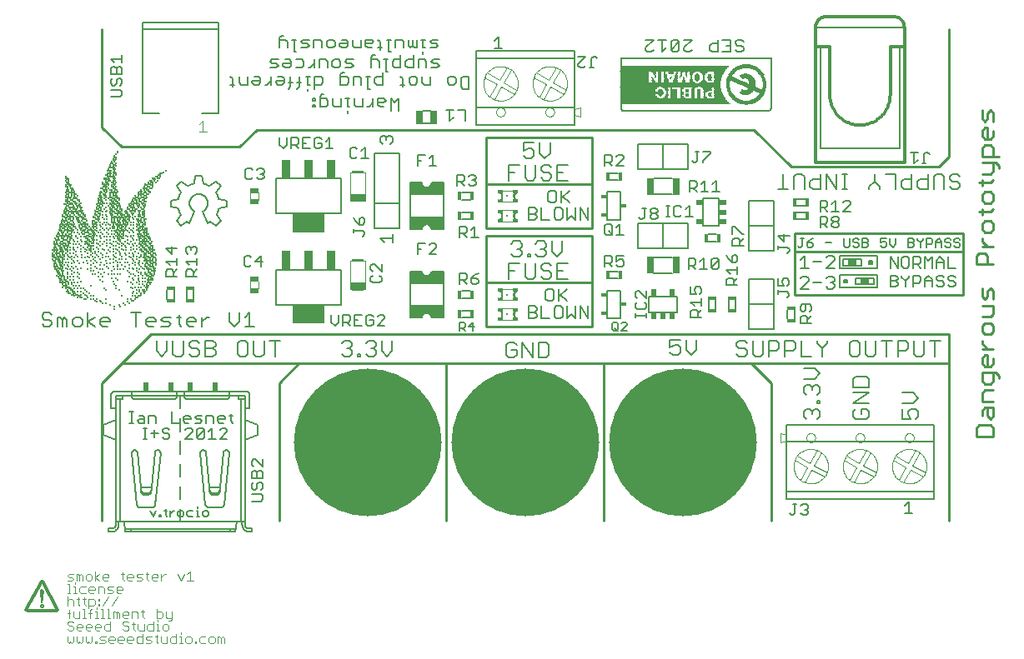
<source format=gto>
G75*
G70*
%OFA0B0*%
%FSLAX24Y24*%
%IPPOS*%
%LPD*%
%AMOC8*
5,1,8,0,0,1.08239X$1,22.5*
%
%ADD10C,0.5906*%
%ADD11C,0.0080*%
%ADD12C,0.0070*%
%ADD13C,0.0100*%
%ADD14C,0.0090*%
%ADD15C,0.0060*%
%ADD16C,0.0050*%
%ADD17C,0.0120*%
%ADD18C,0.0030*%
%ADD19C,0.0040*%
%ADD20R,0.1260X0.0730*%
%ADD21R,0.0340X0.0730*%
%ADD22R,0.0472X0.0079*%
%ADD23R,0.0591X0.0256*%
%ADD24R,0.0374X0.0197*%
%ADD25R,0.0374X0.0197*%
%ADD26R,0.0256X0.0551*%
%ADD27C,0.0025*%
%ADD28R,0.0224X0.0394*%
%ADD29R,0.0230X0.0180*%
%ADD30R,0.0197X0.0128*%
%ADD31R,0.0098X0.0059*%
%ADD32R,0.0069X0.0157*%
%ADD33R,0.0079X0.0079*%
%ADD34R,0.0118X0.0118*%
%ADD35R,0.0030X0.0128*%
%ADD36R,0.0160X0.0340*%
%ADD37R,0.6045X0.0015*%
%ADD38R,0.6045X0.0015*%
%ADD39R,0.0045X0.0015*%
%ADD40R,0.0045X0.0015*%
%ADD41R,0.0165X0.0015*%
%ADD42R,0.0345X0.0015*%
%ADD43R,0.0465X0.0015*%
%ADD44R,0.0555X0.0015*%
%ADD45R,0.0630X0.0015*%
%ADD46R,0.0705X0.0015*%
%ADD47R,0.4335X0.0015*%
%ADD48R,0.0765X0.0015*%
%ADD49R,0.4320X0.0015*%
%ADD50R,0.0795X0.0015*%
%ADD51R,0.4305X0.0015*%
%ADD52R,0.0855X0.0015*%
%ADD53R,0.4290X0.0015*%
%ADD54R,0.0915X0.0015*%
%ADD55R,0.4275X0.0015*%
%ADD56R,0.0360X0.0015*%
%ADD57R,0.4260X0.0015*%
%ADD58R,0.0315X0.0015*%
%ADD59R,0.4245X0.0015*%
%ADD60R,0.0300X0.0015*%
%ADD61R,0.4230X0.0015*%
%ADD62R,0.0270X0.0015*%
%ADD63R,0.0255X0.0015*%
%ADD64R,0.4215X0.0015*%
%ADD65R,0.0240X0.0015*%
%ADD66R,0.4200X0.0015*%
%ADD67R,0.0225X0.0015*%
%ADD68R,0.4185X0.0015*%
%ADD69R,0.0210X0.0015*%
%ADD70R,0.4170X0.0015*%
%ADD71R,0.4155X0.0015*%
%ADD72R,0.0195X0.0015*%
%ADD73R,0.0405X0.0015*%
%ADD74R,0.0105X0.0015*%
%ADD75R,0.0060X0.0015*%
%ADD76R,0.0075X0.0015*%
%ADD77R,0.0180X0.0015*%
%ADD78R,0.1155X0.0015*%
%ADD79R,0.0390X0.0015*%
%ADD80R,0.0090X0.0015*%
%ADD81R,0.0150X0.0015*%
%ADD82R,0.0135X0.0015*%
%ADD83R,0.0375X0.0015*%
%ADD84R,0.0120X0.0015*%
%ADD85R,0.0330X0.0015*%
%ADD86R,0.0435X0.0015*%
%ADD87R,0.0030X0.0015*%
%ADD88R,0.0480X0.0015*%
%ADD89R,0.0495X0.0015*%
%ADD90R,0.0015X0.0015*%
%ADD91R,0.0285X0.0015*%
%ADD92R,0.0450X0.0015*%
%ADD93R,0.0525X0.0015*%
%ADD94R,0.0885X0.0015*%
%ADD95R,0.3015X0.0015*%
%ADD96R,0.4020X0.0015*%
%ADD97R,0.0600X0.0015*%
%ADD98R,0.0570X0.0015*%
%ADD99R,0.0825X0.0015*%
%ADD100R,0.1440X0.0015*%
%ADD101R,0.1545X0.0015*%
%ADD102R,0.1500X0.0015*%
%ADD103R,0.1485X0.0015*%
%ADD104R,0.1455X0.0015*%
%ADD105R,0.1425X0.0015*%
%ADD106R,0.0510X0.0015*%
%ADD107R,0.0720X0.0015*%
%ADD108R,0.1410X0.0015*%
%ADD109R,0.0750X0.0015*%
%ADD110R,0.0945X0.0015*%
%ADD111R,0.0420X0.0015*%
%ADD112R,0.1395X0.0015*%
%ADD113R,0.1710X0.0015*%
%ADD114R,0.1695X0.0015*%
%ADD115R,0.1515X0.0015*%
%ADD116R,0.2565X0.0015*%
%ADD117R,0.1575X0.0015*%
%ADD118R,0.4350X0.0015*%
%ADD119R,0.4365X0.0015*%
%ADD120R,0.4395X0.0015*%
%ADD121R,0.0060X0.0015*%
%ADD122R,0.5985X0.0015*%
%ADD123R,0.5955X0.0015*%
%ADD124R,0.5910X0.0015*%
%ADD125R,0.0059X0.0059*%
%ADD126R,0.0118X0.0059*%
%ADD127R,0.0177X0.0059*%
%ADD128R,0.0236X0.0059*%
%ADD129R,0.0295X0.0059*%
%ADD130R,0.0413X0.0059*%
%ADD131R,0.0354X0.0059*%
%ADD132R,0.0531X0.0059*%
%ADD133R,0.0256X0.0197*%
%ADD134R,0.0197X0.0256*%
%ADD135R,0.0290X0.0690*%
%ADD136R,0.0340X0.0160*%
D10*
X018415Y008360D03*
X024714Y008360D03*
X031014Y008360D03*
D11*
X035865Y009390D02*
X035865Y009596D01*
X035968Y009700D01*
X036072Y009700D01*
X036175Y009596D01*
X036279Y009700D01*
X036382Y009700D01*
X036485Y009596D01*
X036485Y009390D01*
X036382Y009286D01*
X036175Y009493D02*
X036175Y009596D01*
X035968Y009286D02*
X035865Y009390D01*
X036382Y009931D02*
X036382Y010034D01*
X036485Y010034D01*
X036485Y009931D01*
X036382Y009931D01*
X036382Y010253D02*
X036485Y010356D01*
X036485Y010563D01*
X036382Y010667D01*
X036279Y010667D01*
X036175Y010563D01*
X036175Y010460D01*
X036175Y010563D02*
X036072Y010667D01*
X035968Y010667D01*
X035865Y010563D01*
X035865Y010356D01*
X035968Y010253D01*
X035865Y010897D02*
X036279Y010897D01*
X036485Y011104D01*
X036279Y011311D01*
X035865Y011311D01*
X035740Y011796D02*
X036154Y011796D01*
X035740Y011796D02*
X035740Y012416D01*
X035509Y012313D02*
X035509Y012106D01*
X035406Y012003D01*
X035095Y012003D01*
X035095Y011796D02*
X035095Y012416D01*
X035406Y012416D01*
X035509Y012313D01*
X036384Y012313D02*
X036384Y012416D01*
X036384Y012313D02*
X036591Y012106D01*
X036591Y011796D01*
X036591Y012106D02*
X036798Y012313D01*
X036798Y012416D01*
X037674Y012313D02*
X037674Y011899D01*
X037777Y011796D01*
X037984Y011796D01*
X038087Y011899D01*
X038087Y012313D01*
X037984Y012416D01*
X037777Y012416D01*
X037674Y012313D01*
X038318Y012416D02*
X038318Y011899D01*
X038421Y011796D01*
X038628Y011796D01*
X038732Y011899D01*
X038732Y012416D01*
X038963Y012416D02*
X039376Y012416D01*
X039169Y012416D02*
X039169Y011796D01*
X039607Y011796D02*
X039607Y012416D01*
X039917Y012416D01*
X040021Y012313D01*
X040021Y012106D01*
X039917Y012003D01*
X039607Y012003D01*
X040252Y011899D02*
X040355Y011796D01*
X040562Y011796D01*
X040665Y011899D01*
X040665Y012416D01*
X040896Y012416D02*
X041310Y012416D01*
X041103Y012416D02*
X041103Y011796D01*
X040252Y011899D02*
X040252Y012416D01*
X038454Y010878D02*
X038350Y010981D01*
X037937Y010981D01*
X037833Y010878D01*
X037833Y010567D01*
X038454Y010567D01*
X038454Y010878D01*
X038454Y010336D02*
X037833Y010336D01*
X037833Y009923D02*
X038454Y010336D01*
X038454Y009923D02*
X037833Y009923D01*
X037937Y009692D02*
X037833Y009589D01*
X037833Y009382D01*
X037937Y009278D01*
X038350Y009278D01*
X038454Y009382D01*
X038454Y009589D01*
X038350Y009692D01*
X038144Y009692D01*
X038144Y009485D01*
X039802Y009278D02*
X040112Y009278D01*
X040009Y009485D01*
X040009Y009589D01*
X040112Y009692D01*
X040319Y009692D01*
X040422Y009589D01*
X040422Y009382D01*
X040319Y009278D01*
X039802Y009278D02*
X039802Y009692D01*
X039802Y009923D02*
X040216Y009923D01*
X040422Y010130D01*
X040216Y010336D01*
X039802Y010336D01*
X034865Y012106D02*
X034761Y012003D01*
X034451Y012003D01*
X034451Y011796D02*
X034451Y012416D01*
X034761Y012416D01*
X034865Y012313D01*
X034865Y012106D01*
X034220Y011899D02*
X034220Y012416D01*
X033806Y012416D02*
X033806Y011899D01*
X033910Y011796D01*
X034117Y011796D01*
X034220Y011899D01*
X033575Y011899D02*
X033472Y011796D01*
X033265Y011796D01*
X033162Y011899D01*
X033265Y012106D02*
X033472Y012106D01*
X033575Y012003D01*
X033575Y011899D01*
X033265Y012106D02*
X033162Y012210D01*
X033162Y012313D01*
X033265Y012416D01*
X033472Y012416D01*
X033575Y012313D01*
X031563Y012466D02*
X031563Y012052D01*
X031356Y011845D01*
X031149Y012052D01*
X031149Y012466D01*
X030918Y012466D02*
X030504Y012466D01*
X030504Y012155D01*
X030711Y012259D01*
X030815Y012259D01*
X030918Y012155D01*
X030918Y011949D01*
X030815Y011845D01*
X030608Y011845D01*
X030504Y011949D01*
X025662Y011850D02*
X025662Y012264D01*
X025558Y012367D01*
X025248Y012367D01*
X025248Y011747D01*
X025558Y011747D01*
X025662Y011850D01*
X025017Y011747D02*
X025017Y012367D01*
X024604Y012367D02*
X025017Y011747D01*
X024604Y011747D02*
X024604Y012367D01*
X024373Y012264D02*
X024269Y012367D01*
X024062Y012367D01*
X023959Y012264D01*
X023959Y011850D01*
X024062Y011747D01*
X024269Y011747D01*
X024373Y011850D01*
X024373Y012057D01*
X024166Y012057D01*
X024065Y014896D02*
X024065Y015517D01*
X024479Y015517D01*
X024710Y015517D02*
X024710Y015000D01*
X024813Y014896D01*
X025020Y014896D01*
X025124Y015000D01*
X025124Y015517D01*
X025354Y015413D02*
X025354Y015310D01*
X025458Y015207D01*
X025665Y015207D01*
X025768Y015103D01*
X025768Y015000D01*
X025665Y014896D01*
X025458Y014896D01*
X025354Y015000D01*
X025999Y014896D02*
X026413Y014896D01*
X026206Y015207D02*
X025999Y015207D01*
X025768Y015413D02*
X025665Y015517D01*
X025458Y015517D01*
X025354Y015413D01*
X025441Y015782D02*
X025234Y015782D01*
X025131Y015886D01*
X024912Y015886D02*
X024912Y015782D01*
X024808Y015782D01*
X024808Y015886D01*
X024912Y015886D01*
X024577Y015886D02*
X024577Y015989D01*
X024474Y016092D01*
X024371Y016092D01*
X024474Y016092D02*
X024577Y016196D01*
X024577Y016299D01*
X024474Y016403D01*
X024267Y016403D01*
X024164Y016299D01*
X024164Y015886D02*
X024267Y015782D01*
X024474Y015782D01*
X024577Y015886D01*
X025131Y016299D02*
X025234Y016403D01*
X025441Y016403D01*
X025544Y016299D01*
X025544Y016196D01*
X025441Y016092D01*
X025544Y015989D01*
X025544Y015886D01*
X025441Y015782D01*
X025441Y016092D02*
X025337Y016092D01*
X025775Y015989D02*
X025982Y015782D01*
X026189Y015989D01*
X026189Y016403D01*
X025775Y016403D02*
X025775Y015989D01*
X025999Y015517D02*
X025999Y014896D01*
X025999Y015517D02*
X026413Y015517D01*
X024272Y015207D02*
X024065Y015207D01*
X019397Y012416D02*
X019397Y012003D01*
X019191Y011796D01*
X018984Y012003D01*
X018984Y012416D01*
X018753Y012313D02*
X018753Y012210D01*
X018649Y012106D01*
X018753Y012003D01*
X018753Y011899D01*
X018649Y011796D01*
X018443Y011796D01*
X018339Y011899D01*
X018120Y011899D02*
X018120Y011796D01*
X018017Y011796D01*
X018017Y011899D01*
X018120Y011899D01*
X017786Y011899D02*
X017683Y011796D01*
X017476Y011796D01*
X017372Y011899D01*
X017579Y012106D02*
X017683Y012106D01*
X017786Y012003D01*
X017786Y011899D01*
X017683Y012106D02*
X017786Y012210D01*
X017786Y012313D01*
X017683Y012416D01*
X017476Y012416D01*
X017372Y012313D01*
X018339Y012313D02*
X018443Y012416D01*
X018649Y012416D01*
X018753Y012313D01*
X018649Y012106D02*
X018546Y012106D01*
X014916Y012416D02*
X014502Y012416D01*
X014709Y012416D02*
X014709Y011796D01*
X014271Y011899D02*
X014271Y012416D01*
X013858Y012416D02*
X013858Y011899D01*
X013961Y011796D01*
X014168Y011796D01*
X014271Y011899D01*
X013627Y011899D02*
X013627Y012313D01*
X013523Y012416D01*
X013317Y012416D01*
X013213Y012313D01*
X013213Y011899D01*
X013317Y011796D01*
X013523Y011796D01*
X013627Y011899D01*
X012338Y011899D02*
X012234Y011796D01*
X011924Y011796D01*
X011924Y012416D01*
X012234Y012416D01*
X012338Y012313D01*
X012338Y012210D01*
X012234Y012106D01*
X011924Y012106D01*
X011693Y012003D02*
X011693Y011899D01*
X011590Y011796D01*
X011383Y011796D01*
X011280Y011899D01*
X011049Y011899D02*
X011049Y012416D01*
X011280Y012313D02*
X011280Y012210D01*
X011383Y012106D01*
X011590Y012106D01*
X011693Y012003D01*
X011693Y012313D02*
X011590Y012416D01*
X011383Y012416D01*
X011280Y012313D01*
X011049Y011899D02*
X010945Y011796D01*
X010738Y011796D01*
X010635Y011899D01*
X010635Y012416D01*
X010404Y012416D02*
X010404Y012003D01*
X010197Y011796D01*
X009991Y012003D01*
X009991Y012416D01*
X009849Y012977D02*
X009655Y012977D01*
X009559Y013074D01*
X009559Y013267D01*
X009655Y013364D01*
X009849Y013364D01*
X009946Y013267D01*
X009946Y013171D01*
X009559Y013171D01*
X009338Y013558D02*
X008951Y013558D01*
X009144Y013558D02*
X009144Y012977D01*
X010166Y012977D02*
X010457Y012977D01*
X010553Y013074D01*
X010457Y013171D01*
X010263Y013171D01*
X010166Y013267D01*
X010263Y013364D01*
X010553Y013364D01*
X010774Y013364D02*
X010968Y013364D01*
X010871Y013461D02*
X010871Y013074D01*
X010968Y012977D01*
X011179Y013074D02*
X011179Y013267D01*
X011276Y013364D01*
X011469Y013364D01*
X011566Y013267D01*
X011566Y013171D01*
X011179Y013171D01*
X011179Y013074D02*
X011276Y012977D01*
X011469Y012977D01*
X011787Y012977D02*
X011787Y013364D01*
X011787Y013171D02*
X011980Y013364D01*
X012077Y013364D01*
X012901Y013171D02*
X013094Y012977D01*
X013288Y013171D01*
X013288Y013558D01*
X013509Y013364D02*
X013702Y013558D01*
X013702Y012977D01*
X013509Y012977D02*
X013896Y012977D01*
X012901Y013171D02*
X012901Y013558D01*
X012234Y012106D02*
X012338Y012003D01*
X012338Y011899D01*
X008122Y013171D02*
X007735Y013171D01*
X007735Y013267D02*
X007832Y013364D01*
X008026Y013364D01*
X008122Y013267D01*
X008122Y013171D01*
X008026Y012977D02*
X007832Y012977D01*
X007735Y013074D01*
X007735Y013267D01*
X007519Y013364D02*
X007229Y013171D01*
X007519Y012977D01*
X007229Y012977D02*
X007229Y013558D01*
X007008Y013267D02*
X006912Y013364D01*
X006718Y013364D01*
X006621Y013267D01*
X006621Y013074D01*
X006718Y012977D01*
X006912Y012977D01*
X007008Y013074D01*
X007008Y013267D01*
X006401Y013267D02*
X006401Y012977D01*
X006207Y012977D02*
X006207Y013267D01*
X006304Y013364D01*
X006401Y013267D01*
X006207Y013267D02*
X006110Y013364D01*
X006014Y013364D01*
X006014Y012977D01*
X005793Y013074D02*
X005793Y013171D01*
X005696Y013267D01*
X005503Y013267D01*
X005406Y013364D01*
X005406Y013461D01*
X005503Y013558D01*
X005696Y013558D01*
X005793Y013461D01*
X005793Y013074D02*
X005696Y012977D01*
X005503Y012977D01*
X005406Y013074D01*
X010781Y017212D02*
X010961Y017022D01*
X011201Y017192D01*
X011301Y017132D01*
X011501Y017582D01*
X011821Y017582D02*
X012011Y017132D01*
X012111Y017192D01*
X012351Y017022D01*
X012541Y017212D01*
X012371Y017452D01*
X012471Y017722D02*
X012771Y017772D01*
X012771Y018032D01*
X012471Y018092D01*
X012361Y018342D02*
X012541Y018602D01*
X012351Y018782D01*
X012091Y018602D01*
X011841Y018702D02*
X011791Y019022D01*
X011521Y019022D01*
X011471Y018702D01*
X011221Y018602D02*
X010961Y018782D01*
X010771Y018602D01*
X010951Y018342D01*
X010841Y018092D02*
X010541Y018032D01*
X010541Y017772D01*
X010841Y017722D01*
X010941Y017452D02*
X010781Y017212D01*
X010945Y017455D02*
X010917Y017505D01*
X010893Y017557D01*
X010872Y017610D01*
X010855Y017665D01*
X010842Y017721D01*
X011225Y018605D02*
X011270Y018630D01*
X011317Y018653D01*
X011365Y018672D01*
X011414Y018689D01*
X011464Y018702D01*
X011501Y017592D02*
X011468Y017610D01*
X011438Y017631D01*
X011409Y017655D01*
X011383Y017682D01*
X011361Y017711D01*
X011341Y017743D01*
X011324Y017776D01*
X011311Y017811D01*
X011302Y017847D01*
X011296Y017884D01*
X011294Y017921D01*
X011296Y017958D01*
X011301Y017995D01*
X011311Y018031D01*
X011323Y018066D01*
X011340Y018100D01*
X011359Y018131D01*
X011382Y018161D01*
X011408Y018188D01*
X011436Y018212D01*
X011467Y018233D01*
X011499Y018251D01*
X011533Y018266D01*
X011569Y018277D01*
X011605Y018285D01*
X011642Y018289D01*
X011680Y018289D01*
X011717Y018285D01*
X011753Y018277D01*
X011789Y018266D01*
X011823Y018251D01*
X011855Y018233D01*
X011886Y018212D01*
X011914Y018188D01*
X011940Y018161D01*
X011963Y018131D01*
X011982Y018100D01*
X011999Y018066D01*
X012011Y018031D01*
X012021Y017995D01*
X012026Y017958D01*
X012028Y017921D01*
X012026Y017884D01*
X012020Y017847D01*
X012011Y017811D01*
X011998Y017776D01*
X011981Y017743D01*
X011961Y017711D01*
X011939Y017682D01*
X011913Y017655D01*
X011884Y017631D01*
X011854Y017610D01*
X011821Y017592D01*
X012371Y017452D02*
X012394Y017493D01*
X012415Y017536D01*
X012433Y017581D01*
X012448Y017626D01*
X012461Y017672D01*
X012471Y017719D01*
X012470Y018092D02*
X012455Y018144D01*
X012436Y018195D01*
X012414Y018245D01*
X012389Y018293D01*
X012360Y018340D01*
X012095Y018603D02*
X012048Y018630D01*
X011999Y018653D01*
X011949Y018673D01*
X011898Y018690D01*
X011846Y018704D01*
X010952Y018337D02*
X010925Y018291D01*
X010901Y018243D01*
X010880Y018194D01*
X010862Y018143D01*
X010848Y018092D01*
X024065Y018833D02*
X024065Y019454D01*
X024479Y019454D01*
X024710Y019454D02*
X024710Y018937D01*
X024813Y018833D01*
X025020Y018833D01*
X025124Y018937D01*
X025124Y019454D01*
X025354Y019350D02*
X025354Y019247D01*
X025458Y019144D01*
X025665Y019144D01*
X025768Y019040D01*
X025768Y018937D01*
X025665Y018833D01*
X025458Y018833D01*
X025354Y018937D01*
X025999Y018833D02*
X026413Y018833D01*
X026206Y019144D02*
X025999Y019144D01*
X025768Y019350D02*
X025665Y019454D01*
X025458Y019454D01*
X025354Y019350D01*
X025499Y019719D02*
X025706Y019926D01*
X025706Y020340D01*
X025293Y020340D02*
X025293Y019926D01*
X025499Y019719D01*
X025062Y019823D02*
X025062Y020029D01*
X024958Y020133D01*
X024855Y020133D01*
X024648Y020029D01*
X024648Y020340D01*
X025062Y020340D01*
X025062Y019823D02*
X024958Y019719D01*
X024751Y019719D01*
X024648Y019823D01*
X024272Y019144D02*
X024065Y019144D01*
X025999Y019454D02*
X025999Y018833D01*
X025999Y019454D02*
X026413Y019454D01*
X034815Y018477D02*
X035229Y018477D01*
X035022Y018477D02*
X035022Y019098D01*
X035459Y018994D02*
X035459Y018477D01*
X035873Y018477D02*
X035873Y018994D01*
X035770Y019098D01*
X035563Y019098D01*
X035459Y018994D01*
X036104Y018788D02*
X036104Y018581D01*
X036207Y018477D01*
X036518Y018477D01*
X036518Y019098D01*
X036518Y018891D02*
X036207Y018891D01*
X036104Y018788D01*
X036748Y019098D02*
X036748Y018477D01*
X037162Y018477D02*
X036748Y019098D01*
X037162Y019098D02*
X037162Y018477D01*
X037385Y018477D02*
X037592Y018477D01*
X037488Y018477D02*
X037488Y019098D01*
X037385Y019098D02*
X037592Y019098D01*
X038467Y018581D02*
X038467Y018477D01*
X038467Y018581D02*
X038674Y018788D01*
X038674Y019098D01*
X038674Y018788D02*
X038881Y018581D01*
X038881Y018477D01*
X039525Y018477D02*
X039525Y019098D01*
X039112Y019098D01*
X039756Y018788D02*
X039860Y018891D01*
X040170Y018891D01*
X040170Y019098D02*
X040170Y018477D01*
X039860Y018477D01*
X039756Y018581D01*
X039756Y018788D01*
X040401Y018788D02*
X040401Y018581D01*
X040504Y018477D01*
X040814Y018477D01*
X040814Y019098D01*
X040814Y018891D02*
X040504Y018891D01*
X040401Y018788D01*
X041045Y018994D02*
X041045Y018477D01*
X041459Y018477D02*
X041459Y018994D01*
X041356Y019098D01*
X041149Y019098D01*
X041045Y018994D01*
X041690Y018994D02*
X041793Y019098D01*
X042000Y019098D01*
X042103Y018994D01*
X042000Y018788D02*
X041793Y018788D01*
X041690Y018891D01*
X041690Y018994D01*
X042000Y018788D02*
X042103Y018684D01*
X042103Y018581D01*
X042000Y018477D01*
X041793Y018477D01*
X041690Y018581D01*
X039675Y020102D02*
X036525Y020102D01*
X036525Y024173D01*
X036329Y024965D02*
X039872Y024965D01*
X039675Y024173D02*
X039675Y020102D01*
D12*
X033447Y024058D02*
X033447Y024140D01*
X033365Y024222D01*
X033202Y024222D01*
X033120Y024304D01*
X033120Y024385D01*
X033202Y024467D01*
X033365Y024467D01*
X033447Y024385D01*
X032931Y024467D02*
X032604Y024467D01*
X032416Y024467D02*
X032416Y023977D01*
X032171Y023977D01*
X032089Y024058D01*
X032089Y024222D01*
X032171Y024304D01*
X032416Y024304D01*
X032768Y024222D02*
X032931Y024222D01*
X032931Y023977D02*
X032931Y024467D01*
X033120Y024058D02*
X033202Y023977D01*
X033365Y023977D01*
X033447Y024058D01*
X032931Y023977D02*
X032604Y023977D01*
X031385Y024058D02*
X031303Y023977D01*
X031139Y023977D01*
X031058Y024058D01*
X031058Y024140D01*
X031385Y024467D01*
X031058Y024467D01*
X030869Y024385D02*
X030542Y024058D01*
X030542Y024385D01*
X030624Y024467D01*
X030787Y024467D01*
X030869Y024385D01*
X030869Y024058D01*
X030787Y023977D01*
X030624Y023977D01*
X030542Y024058D01*
X030353Y024140D02*
X030190Y023977D01*
X030190Y024467D01*
X030353Y024467D02*
X030026Y024467D01*
X029838Y024467D02*
X029511Y024140D01*
X029511Y024058D01*
X029592Y023977D01*
X029756Y023977D01*
X029838Y024058D01*
X029838Y024467D02*
X029511Y024467D01*
X022465Y022991D02*
X022465Y022500D01*
X022220Y022500D01*
X022138Y022582D01*
X022138Y022909D01*
X022220Y022991D01*
X022465Y022991D01*
X021949Y022909D02*
X021867Y022991D01*
X021704Y022991D01*
X021622Y022909D01*
X021622Y022745D01*
X021704Y022664D01*
X021867Y022664D01*
X021949Y022745D01*
X021949Y022909D01*
X021284Y023434D02*
X021202Y023353D01*
X020957Y023353D01*
X021038Y023516D02*
X021202Y023516D01*
X021284Y023434D01*
X021284Y023680D02*
X021038Y023680D01*
X020957Y023598D01*
X021038Y023516D01*
X020768Y023598D02*
X020686Y023680D01*
X020441Y023680D01*
X020441Y023353D01*
X020252Y023353D02*
X020007Y023353D01*
X019925Y023434D01*
X019925Y023598D01*
X020007Y023680D01*
X020252Y023680D01*
X020252Y023843D02*
X020252Y023353D01*
X020321Y022991D02*
X020157Y022991D01*
X020075Y022909D01*
X020075Y022745D01*
X020157Y022664D01*
X020321Y022664D01*
X020402Y022745D01*
X020402Y022909D01*
X020321Y022991D01*
X020591Y022991D02*
X020591Y022745D01*
X020673Y022664D01*
X020918Y022664D01*
X020918Y022991D01*
X020768Y023353D02*
X020768Y023598D01*
X020637Y023895D02*
X020637Y023977D01*
X020637Y024140D02*
X020637Y024467D01*
X020719Y024467D02*
X020555Y024467D01*
X020375Y024467D02*
X020375Y024140D01*
X020293Y024140D01*
X020212Y024222D01*
X020130Y024140D01*
X020048Y024222D01*
X020048Y024467D01*
X020212Y024467D02*
X020212Y024222D01*
X019859Y024140D02*
X019859Y024385D01*
X019778Y024467D01*
X019533Y024467D01*
X019533Y024140D01*
X019344Y023977D02*
X019262Y023977D01*
X019262Y024467D01*
X019344Y024467D02*
X019180Y024467D01*
X018918Y024385D02*
X018837Y024467D01*
X018918Y024385D02*
X018918Y024058D01*
X019000Y024140D02*
X018837Y024140D01*
X018575Y024140D02*
X018411Y024140D01*
X018329Y024222D01*
X018329Y024467D01*
X018575Y024467D01*
X018656Y024385D01*
X018575Y024304D01*
X018329Y024304D01*
X018141Y024467D02*
X018141Y024140D01*
X017896Y024140D01*
X017814Y024222D01*
X017814Y024467D01*
X017625Y024385D02*
X017625Y024222D01*
X017543Y024140D01*
X017380Y024140D01*
X017298Y024222D01*
X017298Y024304D01*
X017625Y024304D01*
X017625Y024385D02*
X017543Y024467D01*
X017380Y024467D01*
X017109Y024385D02*
X017109Y024222D01*
X017028Y024140D01*
X016864Y024140D01*
X016783Y024222D01*
X016783Y024385D01*
X016864Y024467D01*
X017028Y024467D01*
X017109Y024385D01*
X016594Y024385D02*
X016594Y024140D01*
X016594Y024385D02*
X016512Y024467D01*
X016267Y024467D01*
X016267Y024140D01*
X016078Y024222D02*
X015996Y024140D01*
X015751Y024140D01*
X015833Y024304D02*
X015751Y024385D01*
X015833Y024467D01*
X016078Y024467D01*
X015996Y024304D02*
X016078Y024222D01*
X015996Y024304D02*
X015833Y024304D01*
X015563Y024467D02*
X015399Y024467D01*
X015481Y024467D02*
X015481Y023977D01*
X015563Y023977D01*
X015543Y023680D02*
X015788Y023680D01*
X015870Y023598D01*
X015870Y023434D01*
X015788Y023353D01*
X015543Y023353D01*
X015354Y023434D02*
X015272Y023353D01*
X015109Y023353D01*
X015027Y023434D01*
X015027Y023516D01*
X015354Y023516D01*
X015354Y023598D02*
X015354Y023434D01*
X015354Y023598D02*
X015272Y023680D01*
X015109Y023680D01*
X014838Y023680D02*
X014593Y023680D01*
X014511Y023598D01*
X014593Y023516D01*
X014757Y023516D01*
X014838Y023434D01*
X014757Y023353D01*
X014511Y023353D01*
X014559Y022991D02*
X014559Y022664D01*
X014559Y022827D02*
X014395Y022664D01*
X014313Y022664D01*
X014129Y022745D02*
X014047Y022664D01*
X013884Y022664D01*
X013802Y022745D01*
X013802Y022827D01*
X014129Y022827D01*
X014129Y022909D02*
X014129Y022745D01*
X014129Y022909D02*
X014047Y022991D01*
X013884Y022991D01*
X013613Y022991D02*
X013613Y022664D01*
X013368Y022664D01*
X013286Y022745D01*
X013286Y022991D01*
X013016Y022909D02*
X012934Y022991D01*
X013016Y022909D02*
X013016Y022582D01*
X013098Y022664D02*
X012934Y022664D01*
X014747Y022745D02*
X014747Y022827D01*
X015074Y022827D01*
X015074Y022745D02*
X014992Y022664D01*
X014829Y022664D01*
X014747Y022745D01*
X014829Y022991D02*
X014992Y022991D01*
X015074Y022909D01*
X015074Y022745D01*
X015254Y022745D02*
X015418Y022745D01*
X015598Y022745D02*
X015762Y022745D01*
X015680Y022582D02*
X015598Y022500D01*
X015680Y022582D02*
X015680Y022991D01*
X015942Y022991D02*
X016105Y022991D01*
X016024Y022991D02*
X016024Y022664D01*
X016105Y022664D01*
X016024Y022500D02*
X016024Y022419D01*
X016294Y022500D02*
X016294Y022991D01*
X016539Y022991D01*
X016621Y022909D01*
X016621Y022745D01*
X016539Y022664D01*
X016294Y022664D01*
X016586Y022268D02*
X016505Y022187D01*
X016505Y021778D01*
X016750Y021778D01*
X016832Y021860D01*
X016832Y022023D01*
X016750Y022105D01*
X016505Y022105D01*
X016586Y022268D02*
X016668Y022268D01*
X016316Y022105D02*
X016234Y022105D01*
X016234Y022023D01*
X016316Y022023D01*
X016316Y022105D01*
X016316Y021860D02*
X016316Y021778D01*
X016234Y021778D01*
X016234Y021860D01*
X016316Y021860D01*
X017020Y021860D02*
X017102Y021778D01*
X017347Y021778D01*
X017347Y022105D01*
X017527Y022105D02*
X017691Y022105D01*
X017609Y022105D02*
X017609Y021778D01*
X017691Y021778D01*
X017609Y021614D02*
X017609Y021533D01*
X017880Y021860D02*
X017961Y021778D01*
X018207Y021778D01*
X018207Y022105D01*
X017880Y022105D02*
X017880Y021860D01*
X018391Y021778D02*
X018473Y021778D01*
X018636Y021941D01*
X018636Y021778D02*
X018636Y022105D01*
X018825Y022105D02*
X019070Y022105D01*
X019152Y022023D01*
X019070Y021941D01*
X018825Y021941D01*
X018825Y021860D02*
X018825Y022105D01*
X018825Y021860D02*
X018907Y021778D01*
X019070Y021778D01*
X019341Y021614D02*
X019341Y022105D01*
X019504Y021941D01*
X019668Y022105D01*
X019668Y021614D01*
X019805Y022582D02*
X019805Y022909D01*
X019723Y022991D01*
X019737Y023353D02*
X019492Y023353D01*
X019410Y023434D01*
X019410Y023598D01*
X019492Y023680D01*
X019737Y023680D01*
X019737Y023843D02*
X019737Y023353D01*
X019221Y023189D02*
X019139Y023189D01*
X019139Y023680D01*
X019058Y023680D02*
X019221Y023680D01*
X018877Y023598D02*
X018877Y023353D01*
X018877Y023598D02*
X018796Y023680D01*
X018550Y023680D01*
X018550Y023761D02*
X018632Y023843D01*
X018714Y023843D01*
X018550Y023761D02*
X018550Y023353D01*
X018512Y022991D02*
X018348Y022991D01*
X018430Y022991D02*
X018430Y022500D01*
X018512Y022500D01*
X018700Y022745D02*
X018700Y022909D01*
X018782Y022991D01*
X019027Y022991D01*
X019027Y023154D02*
X019027Y022664D01*
X018782Y022664D01*
X018700Y022745D01*
X018168Y022664D02*
X018168Y022909D01*
X018086Y022991D01*
X017841Y022991D01*
X017841Y022664D01*
X017652Y022745D02*
X017652Y022909D01*
X017571Y022991D01*
X017325Y022991D01*
X017325Y023072D02*
X017325Y022664D01*
X017571Y022664D01*
X017652Y022745D01*
X017489Y023154D02*
X017407Y023154D01*
X017325Y023072D01*
X017249Y023353D02*
X017085Y023353D01*
X017004Y023434D01*
X017004Y023598D01*
X017085Y023680D01*
X017249Y023680D01*
X017331Y023598D01*
X017331Y023434D01*
X017249Y023353D01*
X017519Y023353D02*
X017764Y023353D01*
X017846Y023434D01*
X017764Y023516D01*
X017601Y023516D01*
X017519Y023598D01*
X017601Y023680D01*
X017846Y023680D01*
X016815Y023598D02*
X016815Y023353D01*
X016815Y023598D02*
X016733Y023680D01*
X016488Y023680D01*
X016488Y023353D01*
X016299Y023353D02*
X016299Y023680D01*
X016299Y023516D02*
X016136Y023353D01*
X016054Y023353D01*
X015336Y022991D02*
X015336Y022582D01*
X015254Y022500D01*
X017020Y022105D02*
X017020Y021860D01*
X018923Y020542D02*
X019005Y020624D01*
X019087Y020624D01*
X019168Y020542D01*
X019250Y020624D01*
X019332Y020624D01*
X019414Y020542D01*
X019414Y020379D01*
X019332Y020297D01*
X019168Y020460D02*
X019168Y020542D01*
X018923Y020542D02*
X018923Y020379D01*
X019005Y020297D01*
X019723Y022664D02*
X019887Y022664D01*
X020637Y024140D02*
X020719Y024140D01*
X020908Y024140D02*
X021153Y024140D01*
X021234Y024222D01*
X021153Y024304D01*
X020989Y024304D01*
X020908Y024385D01*
X020989Y024467D01*
X021234Y024467D01*
X015219Y024385D02*
X015219Y024140D01*
X015219Y024385D02*
X015137Y024467D01*
X014892Y024467D01*
X014892Y024549D02*
X014974Y024631D01*
X015055Y024631D01*
X014892Y024549D02*
X014892Y024140D01*
X025635Y018351D02*
X025635Y018024D01*
X025717Y017943D01*
X025880Y017943D01*
X025962Y018024D01*
X025962Y018351D01*
X025880Y018433D01*
X025717Y018433D01*
X025635Y018351D01*
X026151Y018433D02*
X026151Y017943D01*
X026151Y018106D02*
X026478Y018433D01*
X026233Y018188D02*
X026478Y017943D01*
X026395Y017744D02*
X026395Y017254D01*
X026558Y017417D01*
X026722Y017254D01*
X026722Y017744D01*
X026910Y017744D02*
X027237Y017254D01*
X027237Y017744D01*
X026910Y017744D02*
X026910Y017254D01*
X026206Y017335D02*
X026206Y017662D01*
X026124Y017744D01*
X025961Y017744D01*
X025879Y017662D01*
X025879Y017335D01*
X025961Y017254D01*
X026124Y017254D01*
X026206Y017335D01*
X025690Y017254D02*
X025363Y017254D01*
X025363Y017744D01*
X025175Y017662D02*
X025175Y017581D01*
X025093Y017499D01*
X024848Y017499D01*
X025093Y017499D02*
X025175Y017417D01*
X025175Y017335D01*
X025093Y017254D01*
X024848Y017254D01*
X024848Y017744D01*
X025093Y017744D01*
X025175Y017662D01*
X025618Y014496D02*
X025537Y014414D01*
X025537Y014087D01*
X025618Y014006D01*
X025782Y014006D01*
X025864Y014087D01*
X025864Y014414D01*
X025782Y014496D01*
X025618Y014496D01*
X026052Y014496D02*
X026052Y014006D01*
X026052Y014169D02*
X026379Y014496D01*
X026134Y014251D02*
X026379Y014006D01*
X026395Y013807D02*
X026395Y013317D01*
X026558Y013480D01*
X026722Y013317D01*
X026722Y013807D01*
X026910Y013807D02*
X027237Y013317D01*
X027237Y013807D01*
X026910Y013807D02*
X026910Y013317D01*
X026206Y013398D02*
X026206Y013725D01*
X026124Y013807D01*
X025961Y013807D01*
X025879Y013725D01*
X025879Y013398D01*
X025961Y013317D01*
X026124Y013317D01*
X026206Y013398D01*
X025690Y013317D02*
X025363Y013317D01*
X025363Y013807D01*
X025175Y013725D02*
X025175Y013644D01*
X025093Y013562D01*
X024848Y013562D01*
X025093Y013562D02*
X025175Y013480D01*
X025175Y013398D01*
X025093Y013317D01*
X024848Y013317D01*
X024848Y013807D01*
X025093Y013807D01*
X025175Y013725D01*
X019414Y016360D02*
X019414Y016687D01*
X019414Y016523D02*
X018923Y016523D01*
X019087Y016360D01*
X035716Y015661D02*
X035879Y015825D01*
X035879Y015334D01*
X035716Y015334D02*
X036043Y015334D01*
X036231Y015579D02*
X036558Y015579D01*
X036747Y015743D02*
X036829Y015825D01*
X036992Y015825D01*
X037074Y015743D01*
X037074Y015661D01*
X036747Y015334D01*
X037074Y015334D01*
X036992Y014988D02*
X036829Y014988D01*
X036747Y014906D01*
X036911Y014743D02*
X036992Y014743D01*
X037074Y014661D01*
X037074Y014579D01*
X036992Y014498D01*
X036829Y014498D01*
X036747Y014579D01*
X036558Y014743D02*
X036231Y014743D01*
X036043Y014825D02*
X036043Y014906D01*
X035961Y014988D01*
X035798Y014988D01*
X035716Y014906D01*
X036043Y014825D02*
X035716Y014498D01*
X036043Y014498D01*
X036992Y014743D02*
X037074Y014825D01*
X037074Y014906D01*
X036992Y014988D01*
D13*
X035492Y014266D02*
X035492Y015988D01*
X042234Y015988D01*
X042234Y014266D01*
X035492Y014266D01*
X035492Y015988D02*
X035492Y016726D01*
X042234Y016726D01*
X042234Y015988D01*
X041643Y012691D02*
X041643Y011510D01*
X033769Y011510D01*
X034557Y010723D01*
X034557Y005211D01*
X027864Y005211D02*
X027864Y011510D01*
X021565Y011510D01*
X021565Y005211D01*
X014872Y005211D02*
X014872Y010723D01*
X015659Y011510D01*
X008573Y011510D01*
X009754Y012691D01*
X041643Y012691D01*
X041643Y011510D02*
X041643Y005211D01*
X033769Y011510D02*
X027864Y011510D01*
X027372Y012986D02*
X027372Y014758D01*
X027372Y016628D01*
X023140Y016628D01*
X023140Y014758D01*
X023140Y012986D01*
X027372Y012986D01*
X027372Y014758D02*
X023140Y014758D01*
X023140Y016923D02*
X023140Y018695D01*
X027372Y018695D01*
X027372Y016923D01*
X023140Y016923D01*
X023140Y018695D02*
X023140Y020565D01*
X027372Y020565D01*
X027372Y018695D01*
X033868Y020860D02*
X013986Y020860D01*
X013297Y020171D01*
X008573Y020171D01*
X007785Y020959D01*
X007785Y024896D01*
X008573Y011510D02*
X007785Y010723D01*
X007785Y005211D01*
X015659Y011510D02*
X021565Y011510D01*
X033868Y020860D02*
X035344Y019384D01*
X041250Y019384D01*
X041643Y019778D01*
X041643Y024896D01*
D14*
X042972Y021637D02*
X042972Y021302D01*
X043084Y021190D01*
X043196Y021302D01*
X043196Y021525D01*
X043308Y021637D01*
X043419Y021525D01*
X043419Y021190D01*
X043196Y020937D02*
X043196Y020490D01*
X043308Y020490D02*
X043084Y020490D01*
X042972Y020602D01*
X042972Y020826D01*
X043084Y020937D01*
X043196Y020937D01*
X043419Y020826D02*
X043419Y020602D01*
X043308Y020490D01*
X043308Y020238D02*
X043419Y020126D01*
X043419Y019791D01*
X043643Y019791D02*
X042972Y019791D01*
X042972Y020126D01*
X043084Y020238D01*
X043308Y020238D01*
X043419Y019538D02*
X043419Y019202D01*
X043308Y019091D01*
X042972Y019091D01*
X042972Y018848D02*
X042972Y018624D01*
X042861Y018736D02*
X043308Y018736D01*
X043419Y018848D01*
X043308Y018372D02*
X043084Y018372D01*
X042972Y018260D01*
X042972Y018036D01*
X043084Y017924D01*
X043308Y017924D01*
X043419Y018036D01*
X043419Y018260D01*
X043308Y018372D01*
X043419Y017681D02*
X043308Y017570D01*
X042861Y017570D01*
X042972Y017681D02*
X042972Y017458D01*
X043084Y017205D02*
X042972Y017094D01*
X042972Y016870D01*
X043084Y016758D01*
X043308Y016758D01*
X043419Y016870D01*
X043419Y017094D01*
X043308Y017205D01*
X043084Y017205D01*
X042972Y016510D02*
X042972Y016399D01*
X043196Y016175D01*
X043419Y016175D02*
X042972Y016175D01*
X042861Y015922D02*
X042749Y015811D01*
X042749Y015475D01*
X043419Y015475D01*
X043196Y015475D02*
X043196Y015811D01*
X043084Y015922D01*
X042861Y015922D01*
X042972Y014523D02*
X042972Y014188D01*
X043084Y014076D01*
X043196Y014188D01*
X043196Y014411D01*
X043308Y014523D01*
X043419Y014411D01*
X043419Y014076D01*
X043419Y013823D02*
X042972Y013823D01*
X043419Y013823D02*
X043419Y013488D01*
X043308Y013376D01*
X042972Y013376D01*
X043084Y013123D02*
X042972Y013012D01*
X042972Y012788D01*
X043084Y012676D01*
X043308Y012676D01*
X043419Y012788D01*
X043419Y013012D01*
X043308Y013123D01*
X043084Y013123D01*
X042972Y012428D02*
X042972Y012317D01*
X043196Y012093D01*
X043419Y012093D02*
X042972Y012093D01*
X043084Y011840D02*
X043196Y011840D01*
X043196Y011393D01*
X043308Y011393D02*
X043084Y011393D01*
X042972Y011505D01*
X042972Y011729D01*
X043084Y011840D01*
X043419Y011729D02*
X043419Y011505D01*
X043308Y011393D01*
X043419Y011141D02*
X043419Y010805D01*
X043308Y010694D01*
X043084Y010694D01*
X042972Y010805D01*
X042972Y011141D01*
X043531Y011141D01*
X043643Y011029D01*
X043643Y010917D01*
X043419Y010441D02*
X043084Y010441D01*
X042972Y010329D01*
X042972Y009994D01*
X043419Y009994D01*
X043419Y009741D02*
X043084Y009741D01*
X042972Y009629D01*
X042972Y009406D01*
X043196Y009406D02*
X043196Y009741D01*
X043419Y009741D02*
X043419Y009406D01*
X043308Y009294D01*
X043196Y009406D01*
X043308Y009041D02*
X042861Y009041D01*
X042749Y008930D01*
X042749Y008594D01*
X043419Y008594D01*
X043419Y008930D01*
X043308Y009041D01*
X043643Y019314D02*
X043643Y019426D01*
X043531Y019538D01*
X042972Y019538D01*
D15*
X040875Y019871D02*
X040802Y019944D01*
X040729Y019944D01*
X040655Y019871D01*
X040655Y019504D01*
X040582Y019504D02*
X040729Y019504D01*
X040415Y019651D02*
X040268Y019504D01*
X040268Y019944D01*
X040415Y019944D02*
X040121Y019944D01*
X037720Y017960D02*
X037647Y018033D01*
X037500Y018033D01*
X037427Y017960D01*
X037720Y017960D02*
X037720Y017887D01*
X037427Y017593D01*
X037720Y017593D01*
X037260Y017593D02*
X036966Y017593D01*
X037113Y017593D02*
X037113Y018033D01*
X036966Y017887D01*
X036800Y017960D02*
X036800Y017813D01*
X036726Y017740D01*
X036506Y017740D01*
X036653Y017740D02*
X036800Y017593D01*
X036726Y017394D02*
X036800Y017320D01*
X036800Y017173D01*
X036726Y017100D01*
X036506Y017100D01*
X036506Y016953D02*
X036506Y017394D01*
X036726Y017394D01*
X036966Y017320D02*
X036966Y017247D01*
X037040Y017173D01*
X037187Y017173D01*
X037260Y017100D01*
X037260Y017027D01*
X037187Y016953D01*
X037040Y016953D01*
X036966Y017027D01*
X036966Y017100D01*
X037040Y017173D01*
X037187Y017173D02*
X037260Y017247D01*
X037260Y017320D01*
X037187Y017394D01*
X037040Y017394D01*
X036966Y017320D01*
X036653Y017100D02*
X036800Y016953D01*
X036506Y017593D02*
X036506Y018033D01*
X036726Y018033D01*
X036800Y017960D01*
X035908Y018097D02*
X035568Y018097D01*
X035568Y017817D02*
X035908Y017817D01*
X035908Y017556D02*
X035568Y017556D01*
X035568Y017275D02*
X035908Y017275D01*
X035273Y016615D02*
X034833Y016615D01*
X035053Y016394D01*
X035053Y016688D01*
X034663Y017022D02*
X033663Y017022D01*
X033663Y018022D01*
X034663Y018022D01*
X034663Y017022D01*
X034663Y016022D01*
X033663Y016022D01*
X033663Y017022D01*
X033444Y016675D02*
X033371Y016675D01*
X033077Y016969D01*
X033004Y016969D01*
X033004Y016675D01*
X033077Y016509D02*
X033224Y016509D01*
X033297Y016435D01*
X033297Y016215D01*
X033297Y016362D02*
X033444Y016509D01*
X033444Y016215D02*
X033004Y016215D01*
X033004Y016435D01*
X033077Y016509D01*
X033051Y015855D02*
X032978Y015781D01*
X032978Y015561D01*
X033125Y015561D01*
X033198Y015634D01*
X033198Y015781D01*
X033125Y015855D01*
X033051Y015855D01*
X032831Y015708D02*
X032978Y015561D01*
X032831Y015708D02*
X032758Y015855D01*
X032455Y015647D02*
X032161Y015353D01*
X032234Y015280D01*
X032381Y015280D01*
X032455Y015353D01*
X032455Y015647D01*
X032381Y015720D01*
X032234Y015720D01*
X032161Y015647D01*
X032161Y015353D01*
X031994Y015280D02*
X031701Y015280D01*
X031848Y015280D02*
X031848Y015720D01*
X031701Y015574D01*
X031534Y015647D02*
X031534Y015500D01*
X031461Y015427D01*
X031240Y015427D01*
X031240Y015280D02*
X031240Y015720D01*
X031461Y015720D01*
X031534Y015647D01*
X031387Y015427D02*
X031534Y015280D01*
X031544Y014570D02*
X031691Y014570D01*
X031765Y014497D01*
X031765Y014350D01*
X031691Y014277D01*
X031544Y014277D02*
X031471Y014424D01*
X031471Y014497D01*
X031544Y014570D01*
X031324Y014570D02*
X031324Y014277D01*
X031544Y014277D01*
X031765Y014110D02*
X031765Y013816D01*
X031765Y013963D02*
X031324Y013963D01*
X031471Y013816D01*
X031398Y013650D02*
X031544Y013650D01*
X031618Y013576D01*
X031618Y013356D01*
X031765Y013356D02*
X031324Y013356D01*
X031324Y013576D01*
X031398Y013650D01*
X031618Y013503D02*
X031765Y013650D01*
X032054Y013702D02*
X032054Y014042D01*
X032335Y014042D02*
X032335Y013702D01*
X032842Y013702D02*
X032842Y014042D01*
X033122Y014042D02*
X033122Y013702D01*
X033663Y013872D02*
X034663Y013872D01*
X034663Y012872D01*
X033663Y012872D01*
X033663Y013872D01*
X033663Y014872D01*
X034663Y014872D01*
X034663Y013872D01*
X035204Y013649D02*
X035204Y013308D01*
X035484Y013308D02*
X035484Y013649D01*
X035711Y013648D02*
X035784Y013575D01*
X035857Y013575D01*
X035931Y013648D01*
X035931Y013869D01*
X036077Y013869D02*
X035784Y013869D01*
X035711Y013795D01*
X035711Y013648D01*
X035784Y013408D02*
X035931Y013408D01*
X036004Y013335D01*
X036004Y013115D01*
X036004Y013261D02*
X036151Y013408D01*
X036077Y013575D02*
X036151Y013648D01*
X036151Y013795D01*
X036077Y013869D01*
X035784Y013408D02*
X035711Y013335D01*
X035711Y013115D01*
X036151Y013115D01*
X035192Y014148D02*
X035265Y014222D01*
X035265Y014295D01*
X035192Y014368D01*
X034825Y014368D01*
X034825Y014295D02*
X034825Y014442D01*
X034825Y014609D02*
X035045Y014609D01*
X034971Y014755D01*
X034971Y014829D01*
X035045Y014902D01*
X035192Y014902D01*
X035265Y014829D01*
X035265Y014682D01*
X035192Y014609D01*
X034825Y014609D02*
X034825Y014902D01*
X035200Y015934D02*
X035273Y016008D01*
X035273Y016081D01*
X035200Y016154D01*
X034833Y016154D01*
X034833Y016081D02*
X034833Y016228D01*
X033198Y015394D02*
X033198Y015101D01*
X033198Y015247D02*
X032758Y015247D01*
X032905Y015101D01*
X032978Y014934D02*
X033051Y014860D01*
X033051Y014640D01*
X033051Y014787D02*
X033198Y014934D01*
X032978Y014934D02*
X032831Y014934D01*
X032758Y014860D01*
X032758Y014640D01*
X033198Y014640D01*
X030786Y014191D02*
X030786Y013553D01*
X030749Y013553D01*
X030786Y013553D02*
X029666Y013553D01*
X029703Y013553D01*
X029666Y013553D02*
X029666Y014191D01*
X029703Y014191D01*
X029666Y014191D02*
X030786Y014191D01*
X030749Y014191D01*
X030432Y014191D02*
X030021Y014191D01*
X029556Y014128D02*
X029263Y014422D01*
X029189Y014422D01*
X029116Y014348D01*
X029116Y014201D01*
X029189Y014128D01*
X029189Y013961D02*
X029116Y013888D01*
X029116Y013741D01*
X029189Y013668D01*
X029483Y013668D01*
X029556Y013741D01*
X029556Y013888D01*
X029483Y013961D01*
X029556Y014128D02*
X029556Y014422D01*
X029846Y015127D02*
X030601Y015127D01*
X030601Y015767D02*
X029846Y015767D01*
X030226Y016128D02*
X029226Y016128D01*
X029226Y017128D01*
X030226Y017128D01*
X030226Y016128D01*
X031226Y016128D01*
X031226Y017128D01*
X030226Y017128D01*
X030357Y017388D02*
X030504Y017388D01*
X030431Y017388D02*
X030431Y017829D01*
X030504Y017829D02*
X030357Y017829D01*
X030664Y017755D02*
X030664Y017462D01*
X030737Y017388D01*
X030884Y017388D01*
X030958Y017462D01*
X031124Y017388D02*
X031418Y017388D01*
X031271Y017388D02*
X031271Y017829D01*
X031124Y017682D01*
X030958Y017755D02*
X030884Y017829D01*
X030737Y017829D01*
X030664Y017755D01*
X030601Y018277D02*
X029846Y018277D01*
X029790Y017723D02*
X029937Y017723D01*
X030010Y017650D01*
X030010Y017577D01*
X029937Y017503D01*
X029790Y017503D01*
X029716Y017577D01*
X029716Y017650D01*
X029790Y017723D01*
X029790Y017503D02*
X029716Y017430D01*
X029716Y017356D01*
X029790Y017283D01*
X029937Y017283D01*
X030010Y017356D01*
X030010Y017430D01*
X029937Y017503D01*
X029550Y017723D02*
X029403Y017723D01*
X029476Y017723D02*
X029476Y017356D01*
X029403Y017283D01*
X029330Y017283D01*
X029256Y017356D01*
X028518Y017249D02*
X028518Y017469D01*
X028518Y017249D02*
X027998Y017249D01*
X027998Y018369D01*
X028518Y018369D01*
X028518Y018149D01*
X028518Y018369D02*
X028198Y018369D01*
X028518Y018369D02*
X028518Y017249D01*
X028198Y017249D01*
X028114Y017098D02*
X028188Y017025D01*
X028188Y016731D01*
X028114Y016658D01*
X027967Y016658D01*
X027894Y016731D01*
X027894Y017025D01*
X027967Y017098D01*
X028114Y017098D01*
X028354Y016952D02*
X028501Y017098D01*
X028501Y016658D01*
X028354Y016658D02*
X028648Y016658D01*
X028188Y016658D02*
X028041Y016805D01*
X028114Y015819D02*
X027894Y015819D01*
X027894Y015379D01*
X027894Y015525D02*
X028114Y015525D01*
X028188Y015599D01*
X028188Y015745D01*
X028114Y015819D01*
X028354Y015819D02*
X028354Y015599D01*
X028501Y015672D01*
X028574Y015672D01*
X028648Y015599D01*
X028648Y015452D01*
X028574Y015379D01*
X028428Y015379D01*
X028354Y015452D01*
X028188Y015379D02*
X028041Y015525D01*
X028088Y015193D02*
X028428Y015193D01*
X028428Y014913D02*
X028088Y014913D01*
X027998Y014432D02*
X028518Y014432D01*
X028518Y014212D01*
X028518Y014432D02*
X028198Y014432D01*
X027998Y014432D02*
X027998Y013312D01*
X028518Y013312D01*
X028518Y013532D01*
X028518Y013312D02*
X028198Y013312D01*
X028518Y013312D02*
X028518Y014432D01*
X029116Y013508D02*
X029116Y013361D01*
X029116Y013434D02*
X029556Y013434D01*
X029556Y013361D02*
X029556Y013508D01*
X030021Y013553D02*
X030058Y013553D01*
X030395Y013553D02*
X030432Y013553D01*
X028648Y015819D02*
X028354Y015819D01*
X031827Y017003D02*
X031827Y017040D01*
X031827Y017003D02*
X031827Y018123D01*
X031827Y018086D01*
X031827Y018123D02*
X032464Y018123D01*
X032464Y018086D01*
X032464Y018123D02*
X032464Y017003D01*
X032464Y017040D01*
X032464Y017003D02*
X031827Y017003D01*
X032025Y016670D02*
X032365Y016670D01*
X032365Y016389D02*
X032025Y016389D01*
X031827Y017358D02*
X031827Y017769D01*
X032464Y017769D02*
X032464Y017732D01*
X032464Y017395D02*
X032464Y017358D01*
X032495Y018388D02*
X032202Y018388D01*
X032348Y018388D02*
X032348Y018828D01*
X032202Y018681D01*
X032035Y018388D02*
X031741Y018388D01*
X031888Y018388D02*
X031888Y018828D01*
X031741Y018681D01*
X031575Y018608D02*
X031501Y018534D01*
X031281Y018534D01*
X031281Y018388D02*
X031281Y018828D01*
X031501Y018828D01*
X031575Y018755D01*
X031575Y018608D01*
X031428Y018534D02*
X031575Y018388D01*
X030601Y018917D02*
X029846Y018917D01*
X030226Y019278D02*
X029226Y019278D01*
X029226Y020278D01*
X030226Y020278D01*
X030226Y019278D01*
X031226Y019278D01*
X031226Y020278D01*
X030226Y020278D01*
X031372Y019620D02*
X031446Y019547D01*
X031519Y019547D01*
X031592Y019620D01*
X031592Y019987D01*
X031519Y019987D02*
X031666Y019987D01*
X031833Y019987D02*
X032126Y019987D01*
X032126Y019914D01*
X031833Y019620D01*
X031833Y019547D01*
X028648Y019414D02*
X028354Y019414D01*
X028648Y019708D01*
X028648Y019781D01*
X028574Y019854D01*
X028428Y019854D01*
X028354Y019781D01*
X028188Y019781D02*
X028188Y019634D01*
X028114Y019561D01*
X027894Y019561D01*
X028041Y019561D02*
X028188Y019414D01*
X027894Y019414D02*
X027894Y019854D01*
X028114Y019854D01*
X028188Y019781D01*
X028088Y019130D02*
X028428Y019130D01*
X028428Y018850D02*
X028088Y018850D01*
X026683Y021057D02*
X026683Y021453D01*
X026683Y021685D01*
X026683Y021738D01*
X022746Y021738D01*
X022746Y023719D01*
X026683Y023719D01*
X026683Y021738D01*
X026683Y021057D02*
X022746Y021057D01*
X022746Y021738D01*
X022311Y021659D02*
X022018Y021659D01*
X021851Y021659D02*
X021557Y021659D01*
X021704Y021659D02*
X021704Y021219D01*
X021851Y021365D01*
X022311Y021219D02*
X022311Y021659D01*
X020939Y021602D02*
X020616Y021602D01*
X020616Y021102D02*
X020939Y021102D01*
X019703Y019915D02*
X019703Y017915D01*
X018703Y017915D01*
X018703Y019915D01*
X018461Y019709D02*
X018167Y019709D01*
X018314Y019709D02*
X018314Y020150D01*
X018167Y020003D01*
X018001Y020076D02*
X017927Y020150D01*
X017780Y020150D01*
X017707Y020076D01*
X017707Y019783D01*
X017780Y019709D01*
X017927Y019709D01*
X018001Y019783D01*
X017037Y020103D02*
X016743Y020103D01*
X016890Y020103D02*
X016890Y020543D01*
X016743Y020396D01*
X016576Y020323D02*
X016430Y020323D01*
X016576Y020323D02*
X016576Y020176D01*
X016503Y020103D01*
X016356Y020103D01*
X016283Y020176D01*
X016283Y020470D01*
X016356Y020543D01*
X016503Y020543D01*
X016576Y020470D01*
X016116Y020543D02*
X015823Y020543D01*
X015823Y020103D01*
X016116Y020103D01*
X015969Y020323D02*
X015823Y020323D01*
X015656Y020323D02*
X015656Y020470D01*
X015582Y020543D01*
X015362Y020543D01*
X015362Y020103D01*
X015362Y020250D02*
X015582Y020250D01*
X015656Y020323D01*
X015509Y020250D02*
X015656Y020103D01*
X015195Y020250D02*
X015195Y020543D01*
X014902Y020543D02*
X014902Y020250D01*
X015049Y020103D01*
X015195Y020250D01*
X014204Y019313D02*
X014278Y019240D01*
X014278Y019166D01*
X014204Y019093D01*
X014278Y019019D01*
X014278Y018946D01*
X014204Y018873D01*
X014058Y018873D01*
X013984Y018946D01*
X013817Y018946D02*
X013744Y018873D01*
X013597Y018873D01*
X013524Y018946D01*
X013524Y019240D01*
X013597Y019313D01*
X013744Y019313D01*
X013817Y019240D01*
X013984Y019240D02*
X014058Y019313D01*
X014204Y019313D01*
X014204Y019093D02*
X014131Y019093D01*
X014763Y018903D02*
X017343Y018903D01*
X017343Y017503D01*
X014763Y017503D01*
X014763Y018903D01*
X017861Y017355D02*
X017934Y017208D01*
X018081Y017061D01*
X018081Y017281D01*
X018155Y017355D01*
X018228Y017355D01*
X018301Y017281D01*
X018301Y017135D01*
X018228Y017061D01*
X018081Y017061D01*
X017861Y016895D02*
X017861Y016748D01*
X017861Y016821D02*
X018228Y016821D01*
X018301Y016748D01*
X018301Y016674D01*
X018228Y016601D01*
X018703Y016915D02*
X018703Y017915D01*
X019703Y017915D02*
X019703Y016915D01*
X018703Y016915D01*
X020106Y016919D02*
X020585Y016919D01*
X020585Y016921D02*
X020580Y016878D01*
X020106Y016878D01*
X020106Y017350D01*
X021449Y017350D01*
X021449Y016878D01*
X020974Y016878D01*
X020969Y016921D01*
X020955Y016963D01*
X020932Y017000D01*
X020901Y017030D01*
X020864Y017054D01*
X020823Y017068D01*
X020779Y017073D01*
X020777Y017073D01*
X020775Y017073D01*
X020732Y017068D01*
X020691Y017054D01*
X020654Y017030D01*
X020623Y017000D01*
X020600Y016963D01*
X020585Y016921D01*
X020609Y016978D02*
X020106Y016978D01*
X020106Y017036D02*
X020664Y017036D01*
X020891Y017036D02*
X021449Y017036D01*
X021449Y016978D02*
X020945Y016978D01*
X020970Y016919D02*
X021449Y016919D01*
X021449Y017095D02*
X020106Y017095D01*
X020106Y017154D02*
X021449Y017154D01*
X021449Y017212D02*
X020106Y017212D01*
X020106Y017271D02*
X021449Y017271D01*
X021449Y017329D02*
X020106Y017329D01*
X020106Y017350D02*
X021449Y017350D01*
X021449Y018268D01*
X020106Y018268D01*
X020106Y018740D01*
X020580Y018740D01*
X020585Y018697D01*
X020600Y018656D01*
X020623Y018619D01*
X020654Y018588D01*
X020691Y018565D01*
X020732Y018550D01*
X020775Y018545D01*
X020777Y018545D01*
X020779Y018545D01*
X020823Y018550D01*
X020864Y018565D01*
X020901Y018588D01*
X020932Y018619D01*
X020955Y018656D01*
X020969Y018697D01*
X020974Y018740D01*
X021449Y018740D01*
X021449Y018268D01*
X020106Y018268D01*
X020106Y017350D01*
X020414Y016311D02*
X020707Y016311D01*
X020874Y016238D02*
X020947Y016311D01*
X021094Y016311D01*
X021168Y016238D01*
X021168Y016164D01*
X020874Y015871D01*
X021168Y015871D01*
X020560Y016091D02*
X020414Y016091D01*
X020414Y015871D02*
X020414Y016311D01*
X018976Y015493D02*
X018976Y015199D01*
X018682Y015493D01*
X018609Y015493D01*
X018535Y015419D01*
X018535Y015272D01*
X018609Y015199D01*
X018609Y015032D02*
X018535Y014959D01*
X018535Y014812D01*
X018609Y014739D01*
X018902Y014739D01*
X018976Y014812D01*
X018976Y014959D01*
X018902Y015032D01*
X020106Y015046D02*
X020652Y015046D01*
X020654Y015045D02*
X020691Y015021D01*
X020732Y015007D01*
X020775Y015002D01*
X020777Y015002D01*
X020779Y015002D01*
X020823Y015007D01*
X020864Y015021D01*
X020901Y015045D01*
X020932Y015075D01*
X020955Y015112D01*
X020969Y015154D01*
X020974Y015197D01*
X021449Y015197D01*
X021449Y014724D01*
X020106Y014724D01*
X020106Y015197D01*
X020580Y015197D01*
X020585Y015154D01*
X020600Y015112D01*
X020623Y015075D01*
X020654Y015045D01*
X020605Y015105D02*
X020106Y015105D01*
X020106Y015163D02*
X020584Y015163D01*
X020902Y015046D02*
X021449Y015046D01*
X021449Y015105D02*
X020950Y015105D01*
X020970Y015163D02*
X021449Y015163D01*
X021449Y014987D02*
X020106Y014987D01*
X020106Y014929D02*
X021449Y014929D01*
X021449Y014870D02*
X020106Y014870D01*
X020106Y014812D02*
X021449Y014812D01*
X021449Y014753D02*
X020106Y014753D01*
X020106Y014724D02*
X021449Y014724D01*
X021449Y013807D01*
X021449Y013335D01*
X020974Y013335D01*
X020969Y013378D01*
X020955Y013419D01*
X020932Y013456D01*
X020901Y013487D01*
X020864Y013510D01*
X020823Y013525D01*
X020779Y013530D01*
X020777Y013530D01*
X020775Y013530D01*
X020732Y013525D01*
X020691Y013510D01*
X020654Y013487D01*
X020623Y013456D01*
X020600Y013419D01*
X020585Y013378D01*
X020580Y013335D01*
X020106Y013335D01*
X020106Y013807D01*
X021449Y013807D01*
X020106Y013807D01*
X020106Y014724D01*
X020106Y013758D02*
X021449Y013758D01*
X021449Y013699D02*
X020106Y013699D01*
X020106Y013641D02*
X021449Y013641D01*
X021449Y013582D02*
X020106Y013582D01*
X020106Y013524D02*
X020730Y013524D01*
X020825Y013524D02*
X021449Y013524D01*
X021449Y013465D02*
X020923Y013465D01*
X020959Y013407D02*
X021449Y013407D01*
X021449Y013348D02*
X020973Y013348D01*
X020632Y013465D02*
X020106Y013465D01*
X020106Y013407D02*
X020595Y013407D01*
X020582Y013348D02*
X020106Y013348D01*
X019104Y013383D02*
X019030Y013457D01*
X018884Y013457D01*
X018810Y013383D01*
X018643Y013383D02*
X018570Y013457D01*
X018423Y013457D01*
X018350Y013383D01*
X018350Y013090D01*
X018423Y013016D01*
X018570Y013016D01*
X018643Y013090D01*
X018643Y013236D01*
X018497Y013236D01*
X018810Y013016D02*
X019104Y013310D01*
X019104Y013383D01*
X019104Y013016D02*
X018810Y013016D01*
X018183Y013016D02*
X017889Y013016D01*
X017889Y013457D01*
X018183Y013457D01*
X018036Y013236D02*
X017889Y013236D01*
X017723Y013236D02*
X017649Y013163D01*
X017429Y013163D01*
X017429Y013016D02*
X017429Y013457D01*
X017649Y013457D01*
X017723Y013383D01*
X017723Y013236D01*
X017576Y013163D02*
X017723Y013016D01*
X017262Y013163D02*
X017262Y013457D01*
X016969Y013457D02*
X016969Y013163D01*
X017116Y013016D01*
X017262Y013163D01*
X017343Y013861D02*
X014763Y013861D01*
X014763Y015261D01*
X017343Y015261D01*
X017343Y013861D01*
X014155Y015379D02*
X014155Y015819D01*
X013935Y015599D01*
X014229Y015599D01*
X013768Y015745D02*
X013695Y015819D01*
X013548Y015819D01*
X013475Y015745D01*
X013475Y015452D01*
X013548Y015379D01*
X013695Y015379D01*
X013768Y015452D01*
X011587Y015440D02*
X011587Y015734D01*
X011587Y015587D02*
X011147Y015587D01*
X011294Y015440D01*
X011221Y015274D02*
X011367Y015274D01*
X011441Y015200D01*
X011441Y014980D01*
X011587Y014980D02*
X011147Y014980D01*
X011147Y015200D01*
X011221Y015274D01*
X011441Y015127D02*
X011587Y015274D01*
X011514Y015901D02*
X011587Y015974D01*
X011587Y016121D01*
X011514Y016194D01*
X011441Y016194D01*
X011367Y016121D01*
X011367Y016048D01*
X011367Y016121D02*
X011294Y016194D01*
X011221Y016194D01*
X011147Y016121D01*
X011147Y015974D01*
X011221Y015901D01*
X010800Y015734D02*
X010800Y015440D01*
X010800Y015587D02*
X010360Y015587D01*
X010506Y015440D01*
X010433Y015274D02*
X010580Y015274D01*
X010653Y015200D01*
X010653Y014980D01*
X010653Y015127D02*
X010800Y015274D01*
X010800Y014980D02*
X010360Y014980D01*
X010360Y015200D01*
X010433Y015274D01*
X010580Y015901D02*
X010580Y016194D01*
X010800Y016121D02*
X010360Y016121D01*
X010580Y015901D01*
X010681Y014436D02*
X010681Y014096D01*
X010401Y014096D02*
X010401Y014436D01*
X011188Y014436D02*
X011188Y014096D01*
X011469Y014096D02*
X011469Y014436D01*
X011082Y010368D02*
X010787Y010368D01*
X010787Y010197D01*
X010785Y010177D01*
X010779Y010157D01*
X010770Y010138D01*
X010759Y010120D01*
X010745Y010105D01*
X010728Y010092D01*
X010710Y010082D01*
X010691Y010074D01*
X010670Y010070D01*
X010649Y010069D01*
X009130Y010069D01*
X009108Y010071D01*
X009087Y010076D01*
X009067Y010084D01*
X009049Y010095D01*
X009032Y010109D01*
X009018Y010126D01*
X009007Y010144D01*
X008999Y010164D01*
X008994Y010185D01*
X008992Y010207D01*
X008992Y010368D01*
X010787Y010368D01*
X010935Y010219D02*
X010935Y009705D01*
X010935Y010219D01*
X013252Y010219D01*
X013252Y010093D01*
X013354Y010093D01*
X013354Y005171D01*
X013354Y008124D01*
X013527Y008069D02*
X013527Y005171D01*
X013527Y005034D01*
X013527Y005171D01*
X013401Y005171D01*
X013401Y005073D01*
X013401Y005171D01*
X013181Y005171D01*
X013133Y004797D01*
X012905Y004797D01*
X012905Y004900D01*
X013146Y004900D01*
X012905Y004900D01*
X008964Y004900D01*
X008964Y004797D01*
X012905Y004797D01*
X012905Y004900D01*
X008964Y004900D01*
X008724Y004900D01*
X008964Y004900D01*
X008964Y004797D01*
X008737Y004797D01*
X008689Y005171D01*
X010935Y005171D01*
X010935Y005685D01*
X010935Y005171D01*
X013181Y005171D01*
X013133Y004797D01*
X012905Y004797D01*
X008964Y004797D01*
X008737Y004797D01*
X008689Y005171D01*
X008468Y005171D01*
X008468Y005073D01*
X008468Y005171D01*
X008342Y005171D01*
X008342Y005034D01*
X008342Y005171D01*
X008342Y008463D01*
X007844Y008639D01*
X007844Y009066D01*
X008342Y009242D01*
X008342Y008463D01*
X008516Y008124D02*
X008516Y005171D01*
X008516Y010093D01*
X008342Y010093D01*
X008516Y010093D01*
X008618Y010093D01*
X008618Y010219D01*
X010935Y010219D01*
X011083Y010197D02*
X011082Y010368D01*
X012878Y010368D01*
X012878Y010207D01*
X012876Y010185D01*
X012871Y010164D01*
X012863Y010144D01*
X012852Y010126D01*
X012838Y010109D01*
X012821Y010095D01*
X012803Y010084D01*
X012783Y010076D01*
X012762Y010071D01*
X012740Y010069D01*
X011220Y010069D01*
X011221Y010069D02*
X011200Y010070D01*
X011179Y010074D01*
X011160Y010082D01*
X011142Y010092D01*
X011125Y010105D01*
X011111Y010120D01*
X011100Y010138D01*
X011091Y010157D01*
X011085Y010177D01*
X011083Y010197D01*
X010586Y009569D02*
X010586Y009129D01*
X010879Y009129D01*
X011046Y009202D02*
X011046Y009349D01*
X011120Y009422D01*
X011266Y009422D01*
X011340Y009349D01*
X011340Y009275D01*
X011046Y009275D01*
X011046Y009202D02*
X011120Y009129D01*
X011266Y009129D01*
X011201Y008929D02*
X011127Y008856D01*
X011201Y008929D02*
X011347Y008929D01*
X011421Y008856D01*
X011421Y008782D01*
X011127Y008489D01*
X011421Y008489D01*
X011588Y008562D02*
X011881Y008856D01*
X011881Y008562D01*
X011808Y008489D01*
X011661Y008489D01*
X011588Y008562D01*
X011588Y008856D01*
X011661Y008929D01*
X011808Y008929D01*
X011881Y008856D01*
X012048Y008782D02*
X012195Y008929D01*
X012195Y008489D01*
X012341Y008489D02*
X012048Y008489D01*
X012508Y008489D02*
X012802Y008782D01*
X012802Y008856D01*
X012728Y008929D01*
X012582Y008929D01*
X012508Y008856D01*
X012501Y009129D02*
X012427Y009202D01*
X012427Y009349D01*
X012501Y009422D01*
X012647Y009422D01*
X012721Y009349D01*
X012721Y009275D01*
X012427Y009275D01*
X012501Y009129D02*
X012647Y009129D01*
X012961Y009202D02*
X012961Y009495D01*
X012888Y009422D02*
X013034Y009422D01*
X012961Y009202D02*
X013034Y009129D01*
X013354Y009502D02*
X013354Y010093D01*
X013527Y010093D01*
X013252Y010093D01*
X013252Y010219D01*
X013527Y010219D01*
X013527Y009242D01*
X014025Y009066D01*
X014025Y008639D01*
X013527Y008463D01*
X013527Y005171D01*
X013401Y005171D01*
X013181Y005171D01*
X010935Y005171D01*
X008689Y005171D01*
X008516Y005171D01*
X008468Y005171D01*
X008342Y005171D01*
X008342Y008069D01*
X008989Y007920D02*
X009194Y005861D01*
X009195Y005860D02*
X009199Y005840D01*
X009206Y005821D01*
X009217Y005803D01*
X009231Y005788D01*
X009248Y005775D01*
X009267Y005766D01*
X009287Y005760D01*
X009308Y005758D01*
X009822Y005758D01*
X009821Y005758D02*
X009842Y005760D01*
X009862Y005766D01*
X009881Y005775D01*
X009898Y005788D01*
X009912Y005803D01*
X009923Y005821D01*
X009930Y005840D01*
X009934Y005860D01*
X009935Y005861D02*
X010141Y007920D01*
X010140Y007919D02*
X010141Y007940D01*
X010137Y007961D01*
X010130Y007980D01*
X010119Y007998D01*
X010105Y008014D01*
X010089Y008027D01*
X010070Y008036D01*
X010050Y008043D01*
X010030Y008045D01*
X010009Y008044D01*
X009989Y008038D01*
X009970Y008030D01*
X009953Y008017D01*
X009938Y008002D01*
X009927Y007985D01*
X009918Y007966D01*
X009919Y007966D02*
X009781Y006537D01*
X009349Y006537D01*
X009211Y007966D01*
X009202Y007985D01*
X009191Y008002D01*
X009176Y008017D01*
X009159Y008030D01*
X009140Y008038D01*
X009120Y008044D01*
X009099Y008045D01*
X009079Y008043D01*
X009059Y008036D01*
X009040Y008027D01*
X009024Y008014D01*
X009010Y007998D01*
X008999Y007980D01*
X008992Y007961D01*
X008988Y007940D01*
X008989Y007919D01*
X009439Y008489D02*
X009586Y008489D01*
X009513Y008489D02*
X009513Y008929D01*
X009586Y008929D02*
X009439Y008929D01*
X009498Y009129D02*
X009278Y009129D01*
X009205Y009202D01*
X009278Y009275D01*
X009498Y009275D01*
X009498Y009349D02*
X009498Y009129D01*
X009665Y009129D02*
X009665Y009422D01*
X009885Y009422D01*
X009959Y009349D01*
X009959Y009129D01*
X009893Y008856D02*
X009893Y008562D01*
X009746Y008709D02*
X010040Y008709D01*
X010206Y008782D02*
X010280Y008709D01*
X010427Y008709D01*
X010500Y008636D01*
X010500Y008562D01*
X010427Y008489D01*
X010280Y008489D01*
X010206Y008562D01*
X010206Y008782D02*
X010206Y008856D01*
X010280Y008929D01*
X010427Y008929D01*
X010500Y008856D01*
X010935Y008799D02*
X010935Y009312D01*
X010935Y008799D01*
X010935Y008405D02*
X010935Y007892D01*
X010935Y008405D01*
X011507Y009129D02*
X011727Y009129D01*
X011800Y009202D01*
X011727Y009275D01*
X011580Y009275D01*
X011507Y009349D01*
X011580Y009422D01*
X011800Y009422D01*
X011967Y009422D02*
X011967Y009129D01*
X011967Y009422D02*
X012187Y009422D01*
X012260Y009349D01*
X012260Y009129D01*
X012508Y008489D02*
X012802Y008489D01*
X013527Y008463D02*
X013527Y009242D01*
X013527Y009636D02*
X013527Y010219D01*
X013252Y010219D01*
X013638Y010368D02*
X013652Y010366D01*
X013665Y010362D01*
X013677Y010354D01*
X013687Y010344D01*
X013695Y010332D01*
X013699Y010319D01*
X013701Y010305D01*
X013701Y009723D01*
X013527Y009723D01*
X013701Y009723D01*
X013701Y010305D01*
X013699Y010319D01*
X013695Y010332D01*
X013687Y010344D01*
X013677Y010354D01*
X013665Y010362D01*
X013652Y010366D01*
X013638Y010368D01*
X012878Y010368D01*
X013638Y010368D01*
X013652Y010366D01*
X013665Y010362D01*
X013677Y010354D01*
X013687Y010344D01*
X013695Y010332D01*
X013699Y010319D01*
X013701Y010305D01*
X013699Y010319D01*
X013695Y010332D01*
X013687Y010344D01*
X013677Y010354D01*
X013665Y010362D01*
X013652Y010366D01*
X013638Y010368D01*
X009498Y009349D02*
X009425Y009422D01*
X009278Y009422D01*
X009045Y009569D02*
X008898Y009569D01*
X008971Y009569D02*
X008971Y009129D01*
X008898Y009129D02*
X009045Y009129D01*
X008516Y009502D02*
X008516Y010093D01*
X008618Y010093D01*
X008618Y010219D01*
X008342Y010219D01*
X008342Y009242D01*
X008342Y009636D02*
X008342Y010219D01*
X008618Y010219D01*
X008232Y010368D02*
X008218Y010366D01*
X008205Y010362D01*
X008193Y010354D01*
X008183Y010344D01*
X008175Y010332D01*
X008171Y010319D01*
X008169Y010305D01*
X008169Y009723D01*
X008342Y009723D01*
X008169Y009723D01*
X008169Y010305D01*
X008171Y010319D01*
X008175Y010332D01*
X008183Y010344D01*
X008193Y010354D01*
X008205Y010362D01*
X008218Y010366D01*
X008232Y010368D01*
X008992Y010368D01*
X008232Y010368D01*
X011729Y007920D02*
X011934Y005861D01*
X011935Y005860D02*
X011939Y005840D01*
X011946Y005821D01*
X011957Y005803D01*
X011971Y005788D01*
X011988Y005775D01*
X012007Y005766D01*
X012027Y005760D01*
X012048Y005758D01*
X012562Y005758D01*
X012583Y005760D01*
X012603Y005766D01*
X012622Y005775D01*
X012639Y005788D01*
X012653Y005803D01*
X012664Y005821D01*
X012671Y005840D01*
X012675Y005860D01*
X012675Y005861D02*
X012881Y007920D01*
X012880Y007919D02*
X012881Y007940D01*
X012877Y007961D01*
X012870Y007980D01*
X012859Y007998D01*
X012845Y008014D01*
X012829Y008027D01*
X012810Y008036D01*
X012790Y008043D01*
X012770Y008045D01*
X012749Y008044D01*
X012729Y008038D01*
X012710Y008030D01*
X012693Y008017D01*
X012678Y008002D01*
X012667Y007985D01*
X012658Y007966D01*
X012659Y007966D02*
X012521Y006537D01*
X012089Y006537D01*
X012096Y006464D01*
X012103Y006397D01*
X012089Y006537D02*
X011951Y007966D01*
X011942Y007985D01*
X011931Y008002D01*
X011916Y008017D01*
X011899Y008030D01*
X011880Y008038D01*
X011860Y008044D01*
X011839Y008045D01*
X011819Y008043D01*
X011799Y008036D01*
X011780Y008027D01*
X011764Y008014D01*
X011750Y007998D01*
X011739Y007980D01*
X011732Y007961D01*
X011728Y007940D01*
X011729Y007919D01*
X010935Y007498D02*
X010935Y006985D01*
X010935Y007498D01*
X010935Y006591D02*
X010935Y006078D01*
X010935Y006591D01*
X012096Y006464D02*
X012100Y006439D01*
X012108Y006415D01*
X012120Y006392D01*
X012134Y006372D01*
X012151Y006354D01*
X012171Y006338D01*
X012193Y006326D01*
X012217Y006317D01*
X012241Y006311D01*
X012266Y006309D01*
X012343Y006309D01*
X012337Y006242D02*
X012273Y006242D01*
X012248Y006244D01*
X012224Y006250D01*
X012200Y006259D01*
X012178Y006271D01*
X012158Y006287D01*
X012141Y006305D01*
X012127Y006325D01*
X012115Y006348D01*
X012107Y006372D01*
X012103Y006397D01*
X012337Y006242D02*
X012361Y006243D01*
X012384Y006247D01*
X012407Y006254D01*
X012428Y006265D01*
X012448Y006279D01*
X012465Y006295D01*
X012480Y006314D01*
X012492Y006335D01*
X012501Y006357D01*
X012506Y006380D01*
X012514Y006464D01*
X012521Y006537D01*
X012514Y006464D02*
X012510Y006439D01*
X012502Y006415D01*
X012490Y006392D01*
X012476Y006372D01*
X012459Y006354D01*
X012439Y006338D01*
X012417Y006326D01*
X012393Y006317D01*
X012369Y006311D01*
X012344Y006309D01*
X013775Y006291D02*
X014142Y006291D01*
X014216Y006218D01*
X014216Y006071D01*
X014142Y005998D01*
X013775Y005998D01*
X013849Y006458D02*
X013775Y006531D01*
X013775Y006678D01*
X013849Y006752D01*
X013996Y006678D02*
X014069Y006752D01*
X014142Y006752D01*
X014216Y006678D01*
X014216Y006531D01*
X014142Y006458D01*
X013996Y006531D02*
X013996Y006678D01*
X013996Y006531D02*
X013922Y006458D01*
X013849Y006458D01*
X013775Y006918D02*
X013775Y007138D01*
X013849Y007212D01*
X013922Y007212D01*
X013996Y007138D01*
X013996Y006918D01*
X014216Y006918D02*
X014216Y007138D01*
X014142Y007212D01*
X014069Y007212D01*
X013996Y007138D01*
X013849Y007379D02*
X013775Y007452D01*
X013775Y007599D01*
X013849Y007672D01*
X013922Y007672D01*
X014216Y007379D01*
X014216Y007672D01*
X014216Y006918D02*
X013775Y006918D01*
X013401Y005073D02*
X013403Y005041D01*
X013408Y005010D01*
X013416Y004979D01*
X013428Y004949D01*
X013442Y004921D01*
X013460Y004894D01*
X013480Y004870D01*
X013503Y004847D01*
X013528Y004828D01*
X013555Y004811D01*
X013584Y004797D01*
X013803Y004797D01*
X013803Y004923D01*
X013638Y004923D01*
X013803Y004923D01*
X013803Y004797D01*
X013584Y004797D01*
X013638Y004924D02*
X013619Y004926D01*
X013600Y004931D01*
X013583Y004939D01*
X013567Y004950D01*
X013554Y004963D01*
X013543Y004979D01*
X013535Y004996D01*
X013530Y005015D01*
X013528Y005034D01*
X013530Y005015D01*
X013535Y004996D01*
X013543Y004979D01*
X013554Y004963D01*
X013567Y004950D01*
X013583Y004939D01*
X013600Y004931D01*
X013619Y004926D01*
X013638Y004924D01*
X013584Y004797D02*
X013555Y004811D01*
X013528Y004828D01*
X013503Y004847D01*
X013480Y004870D01*
X013460Y004894D01*
X013442Y004921D01*
X013428Y004949D01*
X013416Y004979D01*
X013408Y005010D01*
X013403Y005041D01*
X013401Y005073D01*
X009767Y006397D02*
X009774Y006464D01*
X009781Y006537D01*
X009774Y006464D02*
X009770Y006439D01*
X009762Y006415D01*
X009750Y006392D01*
X009736Y006372D01*
X009719Y006354D01*
X009699Y006338D01*
X009677Y006326D01*
X009653Y006317D01*
X009629Y006311D01*
X009604Y006309D01*
X009603Y006309D02*
X009526Y006309D01*
X009533Y006242D02*
X009597Y006242D01*
X009622Y006244D01*
X009646Y006250D01*
X009670Y006259D01*
X009692Y006271D01*
X009712Y006287D01*
X009729Y006305D01*
X009743Y006325D01*
X009755Y006348D01*
X009763Y006372D01*
X009767Y006397D01*
X009533Y006242D02*
X009509Y006243D01*
X009486Y006247D01*
X009463Y006254D01*
X009442Y006265D01*
X009422Y006279D01*
X009405Y006295D01*
X009390Y006314D01*
X009378Y006335D01*
X009369Y006357D01*
X009364Y006380D01*
X009356Y006464D01*
X009349Y006537D01*
X009356Y006464D02*
X009360Y006439D01*
X009368Y006415D01*
X009380Y006392D01*
X009394Y006372D01*
X009411Y006354D01*
X009431Y006338D01*
X009453Y006326D01*
X009477Y006317D01*
X009501Y006311D01*
X009526Y006309D01*
X008469Y005073D02*
X008467Y005041D01*
X008462Y005010D01*
X008454Y004979D01*
X008442Y004949D01*
X008428Y004921D01*
X008410Y004894D01*
X008390Y004870D01*
X008367Y004847D01*
X008342Y004828D01*
X008315Y004811D01*
X008286Y004797D01*
X008067Y004797D01*
X008067Y004923D01*
X008232Y004923D01*
X008067Y004923D01*
X008067Y004797D01*
X008286Y004797D01*
X008232Y004924D02*
X008251Y004926D01*
X008270Y004931D01*
X008287Y004939D01*
X008303Y004950D01*
X008316Y004963D01*
X008327Y004979D01*
X008335Y004996D01*
X008340Y005015D01*
X008342Y005034D01*
X008340Y005015D01*
X008335Y004996D01*
X008327Y004979D01*
X008316Y004963D01*
X008303Y004950D01*
X008287Y004939D01*
X008270Y004931D01*
X008251Y004926D01*
X008232Y004924D01*
X008286Y004797D02*
X008315Y004811D01*
X008342Y004828D01*
X008367Y004847D01*
X008390Y004870D01*
X008410Y004894D01*
X008428Y004921D01*
X008442Y004949D01*
X008454Y004979D01*
X008462Y005010D01*
X008467Y005041D01*
X008469Y005073D01*
X022182Y013338D02*
X022522Y013338D01*
X022522Y013619D02*
X022182Y013619D01*
X022182Y014126D02*
X022522Y014126D01*
X022522Y014406D02*
X022182Y014406D01*
X022087Y014690D02*
X022087Y015130D01*
X022307Y015130D01*
X022380Y015056D01*
X022380Y014910D01*
X022307Y014836D01*
X022087Y014836D01*
X022234Y014836D02*
X022380Y014690D01*
X022547Y014763D02*
X022621Y014690D01*
X022767Y014690D01*
X022841Y014763D01*
X022841Y014836D01*
X022767Y014910D01*
X022547Y014910D01*
X022547Y014763D01*
X022547Y014910D02*
X022694Y015056D01*
X022841Y015130D01*
X022841Y016560D02*
X022547Y016560D01*
X022694Y016560D02*
X022694Y017000D01*
X022547Y016853D01*
X022380Y016927D02*
X022380Y016780D01*
X022307Y016706D01*
X022087Y016706D01*
X022087Y016560D02*
X022087Y017000D01*
X022307Y017000D01*
X022380Y016927D01*
X022234Y016706D02*
X022380Y016560D01*
X022522Y017275D02*
X022182Y017275D01*
X022182Y017556D02*
X022522Y017556D01*
X022522Y018063D02*
X022182Y018063D01*
X022182Y018343D02*
X022522Y018343D01*
X022522Y018627D02*
X022449Y018700D01*
X022522Y018627D02*
X022669Y018627D01*
X022742Y018700D01*
X022742Y018773D01*
X022669Y018847D01*
X022596Y018847D01*
X022669Y018847D02*
X022742Y018920D01*
X022742Y018994D01*
X022669Y019067D01*
X022522Y019067D01*
X022449Y018994D01*
X022282Y018994D02*
X022282Y018847D01*
X022209Y018773D01*
X021988Y018773D01*
X021988Y018627D02*
X021988Y019067D01*
X022209Y019067D01*
X022282Y018994D01*
X022135Y018773D02*
X022282Y018627D01*
X021449Y018617D02*
X020930Y018617D01*
X020962Y018676D02*
X021449Y018676D01*
X021449Y018734D02*
X020973Y018734D01*
X020846Y018559D02*
X021449Y018559D01*
X021449Y018500D02*
X020106Y018500D01*
X020106Y018441D02*
X021449Y018441D01*
X021449Y018383D02*
X020106Y018383D01*
X020106Y018324D02*
X021449Y018324D01*
X020708Y018559D02*
X020106Y018559D01*
X020106Y018617D02*
X020625Y018617D01*
X020593Y018676D02*
X020106Y018676D01*
X020106Y018734D02*
X020581Y018734D01*
X020414Y019414D02*
X020414Y019854D01*
X020707Y019854D01*
X020874Y019708D02*
X021021Y019854D01*
X021021Y019414D01*
X020874Y019414D02*
X021168Y019414D01*
X020560Y019634D02*
X020414Y019634D01*
X026834Y023416D02*
X026907Y023343D01*
X027054Y023343D01*
X027128Y023416D01*
X027294Y023343D02*
X027441Y023343D01*
X027368Y023343D02*
X027368Y023710D01*
X027441Y023783D01*
X027514Y023783D01*
X027588Y023710D01*
X027128Y023783D02*
X026834Y023489D01*
X026834Y023416D01*
X026683Y023719D02*
X026683Y024010D01*
X022746Y024010D01*
X022746Y023719D01*
X026834Y023783D02*
X027128Y023783D01*
X008592Y023844D02*
X008592Y023551D01*
X008592Y023698D02*
X008151Y023698D01*
X008298Y023551D01*
X008298Y023384D02*
X008372Y023311D01*
X008372Y023091D01*
X008445Y022924D02*
X008518Y022924D01*
X008592Y022850D01*
X008592Y022704D01*
X008518Y022630D01*
X008372Y022704D02*
X008372Y022850D01*
X008445Y022924D01*
X008225Y022924D02*
X008151Y022850D01*
X008151Y022704D01*
X008225Y022630D01*
X008298Y022630D01*
X008372Y022704D01*
X008518Y022463D02*
X008151Y022463D01*
X008151Y022170D02*
X008518Y022170D01*
X008592Y022243D01*
X008592Y022390D01*
X008518Y022463D01*
X008592Y023091D02*
X008151Y023091D01*
X008151Y023311D01*
X008225Y023384D01*
X008298Y023384D01*
X008372Y023311D02*
X008445Y023384D01*
X008518Y023384D01*
X008592Y023311D01*
X008592Y023091D01*
X035147Y009049D02*
X035147Y008654D01*
X035147Y008421D01*
X035147Y008368D01*
X041053Y008368D01*
X041053Y006388D01*
X035147Y006388D01*
X035147Y008368D01*
X035147Y009049D02*
X041053Y009049D01*
X041053Y008368D01*
X041053Y006388D02*
X041053Y006097D01*
X035147Y006097D01*
X035147Y006388D01*
X035423Y005878D02*
X035569Y005878D01*
X035496Y005878D02*
X035496Y005511D01*
X035423Y005438D01*
X035349Y005438D01*
X035276Y005511D01*
X035736Y005511D02*
X035810Y005438D01*
X035956Y005438D01*
X036030Y005511D01*
X036030Y005584D01*
X035956Y005658D01*
X035883Y005658D01*
X035956Y005658D02*
X036030Y005731D01*
X036030Y005805D01*
X035956Y005878D01*
X035810Y005878D01*
X035736Y005805D01*
D16*
X039897Y005831D02*
X040047Y005981D01*
X040047Y005531D01*
X039897Y005531D02*
X040197Y005531D01*
X028786Y012814D02*
X028553Y012814D01*
X028786Y013048D01*
X028786Y013106D01*
X028728Y013165D01*
X028611Y013165D01*
X028553Y013106D01*
X028418Y013106D02*
X028418Y012873D01*
X028359Y012814D01*
X028243Y012814D01*
X028184Y012873D01*
X028184Y013106D01*
X028243Y013165D01*
X028359Y013165D01*
X028418Y013106D01*
X028301Y012931D02*
X028418Y012814D01*
X022684Y012990D02*
X022450Y012990D01*
X022625Y013165D01*
X022625Y012814D01*
X022315Y012814D02*
X022199Y012931D01*
X022257Y012931D02*
X022082Y012931D01*
X022082Y012814D02*
X022082Y013165D01*
X022257Y013165D01*
X022315Y013106D01*
X022315Y012990D01*
X022257Y012931D01*
X019703Y019915D02*
X018703Y019915D01*
X012451Y021530D02*
X012451Y022455D01*
X012451Y023400D01*
X012451Y024620D01*
X012451Y024896D01*
X012451Y025152D01*
X009419Y025152D01*
X009419Y024896D01*
X009419Y024620D01*
X009419Y023400D01*
X009419Y022455D01*
X009419Y021530D01*
X009695Y021530D01*
X010088Y021530D01*
X011781Y021530D02*
X012175Y021530D01*
X012451Y021530D01*
X012451Y024896D02*
X009419Y024896D01*
X023492Y024426D02*
X023642Y024576D01*
X023642Y024125D01*
X023492Y024125D02*
X023792Y024125D01*
X035724Y016511D02*
X035841Y016511D01*
X035783Y016511D02*
X035783Y016219D01*
X035724Y016161D01*
X035666Y016161D01*
X035607Y016219D01*
X035976Y016219D02*
X035976Y016336D01*
X036151Y016336D01*
X036209Y016278D01*
X036209Y016219D01*
X036151Y016161D01*
X036034Y016161D01*
X035976Y016219D01*
X035976Y016336D02*
X036092Y016453D01*
X036209Y016511D01*
X036712Y016336D02*
X036946Y016336D01*
X037449Y016219D02*
X037507Y016161D01*
X037624Y016161D01*
X037682Y016219D01*
X037682Y016511D01*
X037817Y016453D02*
X037817Y016394D01*
X037876Y016336D01*
X037992Y016336D01*
X038051Y016278D01*
X038051Y016219D01*
X037992Y016161D01*
X037876Y016161D01*
X037817Y016219D01*
X037817Y016453D02*
X037876Y016511D01*
X037992Y016511D01*
X038051Y016453D01*
X038186Y016511D02*
X038361Y016511D01*
X038419Y016453D01*
X038419Y016394D01*
X038361Y016336D01*
X038186Y016336D01*
X038361Y016336D02*
X038419Y016278D01*
X038419Y016219D01*
X038361Y016161D01*
X038186Y016161D01*
X038186Y016511D01*
X037449Y016511D02*
X037449Y016219D01*
X037281Y015803D02*
X038781Y015803D01*
X038781Y015303D01*
X037281Y015303D01*
X037281Y015803D01*
X037406Y015678D02*
X038156Y015678D01*
X038156Y015428D01*
X037406Y015428D01*
X037406Y015678D01*
X037656Y015678D02*
X037656Y015653D01*
X037906Y015653D01*
X037906Y015603D01*
X037906Y015553D01*
X037656Y015553D01*
X037656Y015503D01*
X037906Y015503D01*
X037906Y015453D01*
X037656Y015453D01*
X037656Y015503D01*
X037656Y015453D02*
X037656Y015428D01*
X037906Y015428D01*
X037906Y015453D01*
X037906Y015503D02*
X037906Y015553D01*
X037906Y015603D02*
X037656Y015603D01*
X037656Y015653D01*
X037656Y015678D02*
X037906Y015678D01*
X037906Y015653D01*
X037656Y015603D02*
X037656Y015553D01*
X037281Y015053D02*
X038781Y015053D01*
X038781Y014553D01*
X037281Y014553D01*
X037281Y015053D01*
X037469Y014866D02*
X037594Y014866D01*
X037594Y014853D01*
X037594Y014803D01*
X037469Y014803D01*
X037469Y014753D01*
X037594Y014753D01*
X037594Y014741D01*
X037469Y014741D01*
X037469Y014753D01*
X037469Y014803D02*
X037469Y014853D01*
X037594Y014853D01*
X037594Y014803D02*
X037594Y014753D01*
X037469Y014853D02*
X037469Y014866D01*
X037906Y014928D02*
X037906Y014678D01*
X038656Y014678D01*
X038656Y014928D01*
X037906Y014928D01*
X038156Y014928D02*
X038406Y014928D01*
X038406Y014903D01*
X038156Y014903D01*
X038156Y014928D01*
X038156Y014903D02*
X038156Y014853D01*
X038406Y014853D01*
X038406Y014803D01*
X038156Y014803D01*
X038156Y014753D01*
X038406Y014753D01*
X038406Y014703D01*
X038156Y014703D01*
X038156Y014753D01*
X038156Y014703D02*
X038156Y014678D01*
X038406Y014678D01*
X038406Y014703D01*
X038406Y014753D02*
X038406Y014803D01*
X038406Y014853D02*
X038406Y014903D01*
X038156Y014853D02*
X038156Y014803D01*
X039306Y014803D02*
X039531Y014803D01*
X039606Y014728D01*
X039606Y014653D01*
X039531Y014578D01*
X039306Y014578D01*
X039306Y015029D01*
X039531Y015029D01*
X039606Y014954D01*
X039606Y014878D01*
X039531Y014803D01*
X039767Y014954D02*
X039917Y014803D01*
X039917Y014578D01*
X039917Y014803D02*
X040067Y014954D01*
X040067Y015029D01*
X040227Y015029D02*
X040452Y015029D01*
X040527Y014954D01*
X040527Y014803D01*
X040452Y014728D01*
X040227Y014728D01*
X040227Y014578D02*
X040227Y015029D01*
X040227Y015328D02*
X040227Y015779D01*
X040452Y015779D01*
X040527Y015704D01*
X040527Y015553D01*
X040452Y015478D01*
X040227Y015478D01*
X040377Y015478D02*
X040527Y015328D01*
X040687Y015328D02*
X040687Y015779D01*
X040837Y015628D01*
X040988Y015779D01*
X040988Y015328D01*
X041148Y015328D02*
X041148Y015628D01*
X041298Y015779D01*
X041448Y015628D01*
X041448Y015328D01*
X041608Y015328D02*
X041908Y015328D01*
X041608Y015328D02*
X041608Y015779D01*
X041448Y015553D02*
X041148Y015553D01*
X041223Y015029D02*
X041148Y014954D01*
X041148Y014878D01*
X041223Y014803D01*
X041373Y014803D01*
X041448Y014728D01*
X041448Y014653D01*
X041373Y014578D01*
X041223Y014578D01*
X041148Y014653D01*
X040988Y014578D02*
X040988Y014878D01*
X040837Y015029D01*
X040687Y014878D01*
X040687Y014578D01*
X040687Y014803D02*
X040988Y014803D01*
X041223Y015029D02*
X041373Y015029D01*
X041448Y014954D01*
X041608Y014954D02*
X041608Y014878D01*
X041683Y014803D01*
X041833Y014803D01*
X041908Y014728D01*
X041908Y014653D01*
X041833Y014578D01*
X041683Y014578D01*
X041608Y014653D01*
X041608Y014954D02*
X041683Y015029D01*
X041833Y015029D01*
X041908Y014954D01*
X041927Y016161D02*
X041869Y016219D01*
X041927Y016161D02*
X042044Y016161D01*
X042102Y016219D01*
X042102Y016278D01*
X042044Y016336D01*
X041927Y016336D01*
X041869Y016394D01*
X041869Y016453D01*
X041927Y016511D01*
X042044Y016511D01*
X042102Y016453D01*
X041734Y016453D02*
X041675Y016511D01*
X041559Y016511D01*
X041500Y016453D01*
X041500Y016394D01*
X041559Y016336D01*
X041675Y016336D01*
X041734Y016278D01*
X041734Y016219D01*
X041675Y016161D01*
X041559Y016161D01*
X041500Y016219D01*
X041366Y016161D02*
X041366Y016394D01*
X041249Y016511D01*
X041132Y016394D01*
X041132Y016161D01*
X041132Y016336D02*
X041366Y016336D01*
X040997Y016336D02*
X040939Y016278D01*
X040764Y016278D01*
X040764Y016161D02*
X040764Y016511D01*
X040939Y016511D01*
X040997Y016453D01*
X040997Y016336D01*
X040629Y016453D02*
X040629Y016511D01*
X040629Y016453D02*
X040512Y016336D01*
X040512Y016161D01*
X040512Y016336D02*
X040395Y016453D01*
X040395Y016511D01*
X040261Y016453D02*
X040261Y016394D01*
X040202Y016336D01*
X040027Y016336D01*
X040027Y016161D02*
X040027Y016511D01*
X040202Y016511D01*
X040261Y016453D01*
X040202Y016336D02*
X040261Y016278D01*
X040261Y016219D01*
X040202Y016161D01*
X040027Y016161D01*
X039992Y015779D02*
X039842Y015779D01*
X039767Y015704D01*
X039767Y015403D01*
X039842Y015328D01*
X039992Y015328D01*
X040067Y015403D01*
X040067Y015704D01*
X039992Y015779D01*
X039606Y015779D02*
X039606Y015328D01*
X039306Y015779D01*
X039306Y015328D01*
X039767Y015029D02*
X039767Y014954D01*
X038594Y015491D02*
X038469Y015491D01*
X038469Y015503D01*
X038469Y015553D01*
X038594Y015553D01*
X038594Y015603D01*
X038469Y015603D01*
X038469Y015616D01*
X038594Y015616D01*
X038594Y015603D01*
X038594Y015553D02*
X038594Y015503D01*
X038469Y015503D01*
X038469Y015553D02*
X038469Y015603D01*
X038594Y015503D02*
X038594Y015491D01*
X038981Y016161D02*
X038922Y016219D01*
X038981Y016161D02*
X039097Y016161D01*
X039156Y016219D01*
X039156Y016336D01*
X039097Y016394D01*
X039039Y016394D01*
X038922Y016336D01*
X038922Y016511D01*
X039156Y016511D01*
X039291Y016511D02*
X039291Y016278D01*
X039407Y016161D01*
X039524Y016278D01*
X039524Y016511D01*
X012050Y005558D02*
X011992Y005617D01*
X011875Y005617D01*
X011816Y005558D01*
X011816Y005442D01*
X011875Y005383D01*
X011992Y005383D01*
X012050Y005442D01*
X012050Y005558D01*
X011688Y005383D02*
X011571Y005383D01*
X011629Y005383D02*
X011629Y005617D01*
X011571Y005617D01*
X011629Y005734D02*
X011629Y005792D01*
X011436Y005617D02*
X011261Y005617D01*
X011203Y005558D01*
X011203Y005442D01*
X011261Y005383D01*
X011436Y005383D01*
X011068Y005442D02*
X011068Y005558D01*
X011009Y005617D01*
X010893Y005617D01*
X010834Y005558D01*
X010834Y005442D01*
X010893Y005383D01*
X011009Y005383D01*
X011068Y005442D01*
X010703Y005617D02*
X010644Y005617D01*
X010527Y005500D01*
X010527Y005383D02*
X010527Y005617D01*
X010399Y005617D02*
X010282Y005617D01*
X010340Y005675D02*
X010340Y005442D01*
X010399Y005383D01*
X010156Y005383D02*
X010098Y005383D01*
X010098Y005442D01*
X010156Y005442D01*
X010156Y005383D01*
X009963Y005617D02*
X009846Y005383D01*
X009729Y005617D01*
X005445Y002404D02*
X005346Y002404D01*
X005395Y001961D01*
X005445Y002404D01*
X005444Y002395D02*
X005347Y002395D01*
X005353Y002347D02*
X005438Y002347D01*
X005433Y002298D02*
X005358Y002298D01*
X005363Y002250D02*
X005428Y002250D01*
X005422Y002201D02*
X005369Y002201D01*
X005374Y002152D02*
X005417Y002152D01*
X005411Y002104D02*
X005380Y002104D01*
X005385Y002055D02*
X005406Y002055D01*
X005401Y002007D02*
X005390Y002007D01*
X005346Y001813D02*
X005348Y001826D01*
X005353Y001838D01*
X005362Y001849D01*
X005372Y001857D01*
X005385Y001861D01*
X005398Y001862D01*
X005411Y001859D01*
X005423Y001853D01*
X005433Y001844D01*
X005440Y001833D01*
X005444Y001820D01*
X005444Y001806D01*
X005440Y001793D01*
X005433Y001782D01*
X005423Y001773D01*
X005411Y001767D01*
X005398Y001764D01*
X005385Y001765D01*
X005372Y001769D01*
X005362Y001777D01*
X005353Y001788D01*
X005348Y001800D01*
X005346Y001813D01*
X005346Y002404D02*
X005348Y002417D01*
X005353Y002428D01*
X005360Y002439D01*
X005371Y002446D01*
X005382Y002451D01*
X005395Y002453D01*
X005408Y002451D01*
X005420Y002446D01*
X005430Y002439D01*
X005437Y002428D01*
X005442Y002417D01*
X005444Y002404D01*
D17*
X005371Y002797D02*
X004756Y001665D01*
X004805Y001616D01*
X005986Y001616D01*
X006035Y001665D01*
X005420Y002797D01*
X005371Y002797D01*
X036329Y019551D02*
X036329Y024173D01*
X036895Y024173D01*
X036895Y022252D01*
X036897Y022184D01*
X036903Y022117D01*
X036912Y022050D01*
X036925Y021984D01*
X036942Y021918D01*
X036963Y021854D01*
X036987Y021791D01*
X037014Y021729D01*
X037045Y021669D01*
X037080Y021611D01*
X037117Y021555D01*
X037158Y021501D01*
X037202Y021449D01*
X037248Y021400D01*
X037297Y021354D01*
X037349Y021310D01*
X037403Y021269D01*
X037459Y021232D01*
X037517Y021197D01*
X037577Y021166D01*
X037639Y021139D01*
X037702Y021115D01*
X037766Y021094D01*
X037832Y021077D01*
X037898Y021064D01*
X037965Y021055D01*
X038032Y021049D01*
X038100Y021047D01*
X038168Y021049D01*
X038235Y021055D01*
X038302Y021064D01*
X038368Y021077D01*
X038434Y021094D01*
X038498Y021115D01*
X038561Y021139D01*
X038623Y021166D01*
X038683Y021197D01*
X038741Y021232D01*
X038797Y021269D01*
X038851Y021310D01*
X038903Y021354D01*
X038952Y021400D01*
X038998Y021449D01*
X039042Y021501D01*
X039083Y021555D01*
X039120Y021611D01*
X039155Y021669D01*
X039186Y021729D01*
X039213Y021791D01*
X039237Y021854D01*
X039258Y021918D01*
X039275Y021984D01*
X039288Y022050D01*
X039297Y022117D01*
X039303Y022184D01*
X039305Y022252D01*
X039305Y024173D01*
X039872Y024173D01*
X039872Y019551D01*
X036329Y019551D01*
X036329Y024173D02*
X036329Y024965D01*
X036331Y025003D01*
X036336Y025041D01*
X036345Y025078D01*
X036357Y025114D01*
X036372Y025149D01*
X036391Y025182D01*
X036412Y025214D01*
X036437Y025243D01*
X036464Y025270D01*
X036493Y025295D01*
X036525Y025316D01*
X036558Y025335D01*
X036593Y025350D01*
X036629Y025362D01*
X036666Y025371D01*
X036704Y025376D01*
X036742Y025378D01*
X039458Y025378D01*
X039496Y025376D01*
X039534Y025371D01*
X039571Y025362D01*
X039607Y025350D01*
X039642Y025335D01*
X039675Y025316D01*
X039707Y025295D01*
X039736Y025270D01*
X039763Y025243D01*
X039788Y025214D01*
X039809Y025182D01*
X039828Y025149D01*
X039843Y025114D01*
X039855Y025078D01*
X039864Y025041D01*
X039869Y025003D01*
X039871Y024965D01*
X039872Y024965D02*
X039872Y024173D01*
D18*
X026911Y021746D02*
X026911Y021392D01*
X026683Y021453D01*
X026683Y021685D02*
X026911Y021746D01*
X026240Y022284D02*
X025735Y022576D01*
X025443Y022071D01*
X025272Y022169D02*
X025564Y022674D01*
X025059Y022967D01*
X025157Y023137D02*
X025662Y022845D01*
X025954Y023350D01*
X026125Y023252D02*
X025833Y022747D01*
X026338Y022455D01*
X025010Y022711D02*
X025012Y022763D01*
X025018Y022815D01*
X025028Y022866D01*
X025041Y022916D01*
X025059Y022966D01*
X025080Y023013D01*
X025104Y023059D01*
X025133Y023103D01*
X025164Y023145D01*
X025198Y023184D01*
X025235Y023221D01*
X025275Y023254D01*
X025318Y023285D01*
X025362Y023312D01*
X025408Y023336D01*
X025457Y023356D01*
X025506Y023372D01*
X025557Y023385D01*
X025608Y023394D01*
X025660Y023399D01*
X025712Y023400D01*
X025764Y023397D01*
X025816Y023390D01*
X025867Y023379D01*
X025917Y023365D01*
X025966Y023346D01*
X026013Y023324D01*
X026058Y023299D01*
X026102Y023270D01*
X026143Y023238D01*
X026182Y023203D01*
X026217Y023165D01*
X026250Y023124D01*
X026280Y023082D01*
X026306Y023037D01*
X026329Y022990D01*
X026348Y022941D01*
X026364Y022891D01*
X026376Y022841D01*
X026384Y022789D01*
X026388Y022737D01*
X026388Y022685D01*
X026384Y022633D01*
X026376Y022581D01*
X026364Y022531D01*
X026348Y022481D01*
X026329Y022432D01*
X026306Y022385D01*
X026280Y022340D01*
X026250Y022298D01*
X026217Y022257D01*
X026182Y022219D01*
X026143Y022184D01*
X026102Y022152D01*
X026058Y022123D01*
X026013Y022098D01*
X025966Y022076D01*
X025917Y022057D01*
X025867Y022043D01*
X025816Y022032D01*
X025764Y022025D01*
X025712Y022022D01*
X025660Y022023D01*
X025608Y022028D01*
X025557Y022037D01*
X025506Y022050D01*
X025457Y022066D01*
X025408Y022086D01*
X025362Y022110D01*
X025318Y022137D01*
X025275Y022168D01*
X025235Y022201D01*
X025198Y022238D01*
X025164Y022277D01*
X025133Y022319D01*
X025104Y022363D01*
X025080Y022409D01*
X025059Y022456D01*
X025041Y022506D01*
X025028Y022556D01*
X025018Y022607D01*
X025012Y022659D01*
X025010Y022711D01*
X024370Y022455D02*
X023865Y022747D01*
X024156Y023252D01*
X023986Y023350D02*
X023694Y022845D01*
X023189Y023137D01*
X023090Y022967D02*
X023595Y022674D01*
X023304Y022169D01*
X023474Y022071D02*
X023766Y022576D01*
X024271Y022284D01*
X023041Y022711D02*
X023043Y022763D01*
X023049Y022815D01*
X023059Y022866D01*
X023072Y022916D01*
X023090Y022966D01*
X023111Y023013D01*
X023135Y023059D01*
X023164Y023103D01*
X023195Y023145D01*
X023229Y023184D01*
X023266Y023221D01*
X023306Y023254D01*
X023349Y023285D01*
X023393Y023312D01*
X023439Y023336D01*
X023488Y023356D01*
X023537Y023372D01*
X023588Y023385D01*
X023639Y023394D01*
X023691Y023399D01*
X023743Y023400D01*
X023795Y023397D01*
X023847Y023390D01*
X023898Y023379D01*
X023948Y023365D01*
X023997Y023346D01*
X024044Y023324D01*
X024089Y023299D01*
X024133Y023270D01*
X024174Y023238D01*
X024213Y023203D01*
X024248Y023165D01*
X024281Y023124D01*
X024311Y023082D01*
X024337Y023037D01*
X024360Y022990D01*
X024379Y022941D01*
X024395Y022891D01*
X024407Y022841D01*
X024415Y022789D01*
X024419Y022737D01*
X024419Y022685D01*
X024415Y022633D01*
X024407Y022581D01*
X024395Y022531D01*
X024379Y022481D01*
X024360Y022432D01*
X024337Y022385D01*
X024311Y022340D01*
X024281Y022298D01*
X024248Y022257D01*
X024213Y022219D01*
X024174Y022184D01*
X024133Y022152D01*
X024089Y022123D01*
X024044Y022098D01*
X023997Y022076D01*
X023948Y022057D01*
X023898Y022043D01*
X023847Y022032D01*
X023795Y022025D01*
X023743Y022022D01*
X023691Y022023D01*
X023639Y022028D01*
X023588Y022037D01*
X023537Y022050D01*
X023488Y022066D01*
X023439Y022086D01*
X023393Y022110D01*
X023349Y022137D01*
X023306Y022168D01*
X023266Y022201D01*
X023229Y022238D01*
X023195Y022277D01*
X023164Y022319D01*
X023135Y022363D01*
X023111Y022409D01*
X023090Y022456D01*
X023072Y022506D01*
X023059Y022556D01*
X023049Y022607D01*
X023043Y022659D01*
X023041Y022711D01*
X023553Y021569D02*
X023555Y021595D01*
X023561Y021621D01*
X023571Y021646D01*
X023584Y021669D01*
X023600Y021689D01*
X023620Y021707D01*
X023642Y021722D01*
X023665Y021734D01*
X023691Y021742D01*
X023717Y021746D01*
X023743Y021746D01*
X023769Y021742D01*
X023795Y021734D01*
X023819Y021722D01*
X023840Y021707D01*
X023860Y021689D01*
X023876Y021669D01*
X023889Y021646D01*
X023899Y021621D01*
X023905Y021595D01*
X023907Y021569D01*
X023905Y021543D01*
X023899Y021517D01*
X023889Y021492D01*
X023876Y021469D01*
X023860Y021449D01*
X023840Y021431D01*
X023818Y021416D01*
X023795Y021404D01*
X023769Y021396D01*
X023743Y021392D01*
X023717Y021392D01*
X023691Y021396D01*
X023665Y021404D01*
X023641Y021416D01*
X023620Y021431D01*
X023600Y021449D01*
X023584Y021469D01*
X023571Y021492D01*
X023561Y021517D01*
X023555Y021543D01*
X023553Y021569D01*
X025522Y021569D02*
X025524Y021595D01*
X025530Y021621D01*
X025540Y021646D01*
X025553Y021669D01*
X025569Y021689D01*
X025589Y021707D01*
X025611Y021722D01*
X025634Y021734D01*
X025660Y021742D01*
X025686Y021746D01*
X025712Y021746D01*
X025738Y021742D01*
X025764Y021734D01*
X025788Y021722D01*
X025809Y021707D01*
X025829Y021689D01*
X025845Y021669D01*
X025858Y021646D01*
X025868Y021621D01*
X025874Y021595D01*
X025876Y021569D01*
X025874Y021543D01*
X025868Y021517D01*
X025858Y021492D01*
X025845Y021469D01*
X025829Y021449D01*
X025809Y021431D01*
X025787Y021416D01*
X025764Y021404D01*
X025738Y021396D01*
X025712Y021392D01*
X025686Y021392D01*
X025660Y021396D01*
X025634Y021404D01*
X025610Y021416D01*
X025589Y021431D01*
X025569Y021449D01*
X025553Y021469D01*
X025540Y021492D01*
X025530Y021517D01*
X025524Y021543D01*
X025522Y021569D01*
X034919Y008715D02*
X034919Y008360D01*
X035147Y008421D01*
X035147Y008654D02*
X034919Y008715D01*
X035955Y008537D02*
X035957Y008563D01*
X035963Y008589D01*
X035973Y008614D01*
X035986Y008637D01*
X036002Y008657D01*
X036022Y008675D01*
X036044Y008690D01*
X036067Y008702D01*
X036093Y008710D01*
X036119Y008714D01*
X036145Y008714D01*
X036171Y008710D01*
X036197Y008702D01*
X036221Y008690D01*
X036242Y008675D01*
X036262Y008657D01*
X036278Y008637D01*
X036291Y008614D01*
X036301Y008589D01*
X036307Y008563D01*
X036309Y008537D01*
X036307Y008511D01*
X036301Y008485D01*
X036291Y008460D01*
X036278Y008437D01*
X036262Y008417D01*
X036242Y008399D01*
X036220Y008384D01*
X036197Y008372D01*
X036171Y008364D01*
X036145Y008360D01*
X036119Y008360D01*
X036093Y008364D01*
X036067Y008372D01*
X036043Y008384D01*
X036022Y008399D01*
X036002Y008417D01*
X035986Y008437D01*
X035973Y008460D01*
X035963Y008485D01*
X035957Y008511D01*
X035955Y008537D01*
X036388Y008036D02*
X036095Y007530D01*
X035590Y007822D01*
X035492Y007652D02*
X035997Y007360D01*
X035705Y006854D01*
X035876Y006756D02*
X036168Y007261D01*
X036673Y006969D01*
X036771Y007140D02*
X036266Y007432D01*
X036558Y007937D01*
X035443Y007396D02*
X035445Y007448D01*
X035451Y007500D01*
X035461Y007551D01*
X035474Y007601D01*
X035492Y007651D01*
X035513Y007698D01*
X035537Y007744D01*
X035566Y007788D01*
X035597Y007830D01*
X035631Y007869D01*
X035668Y007906D01*
X035708Y007939D01*
X035751Y007970D01*
X035795Y007997D01*
X035841Y008021D01*
X035890Y008041D01*
X035939Y008057D01*
X035990Y008070D01*
X036041Y008079D01*
X036093Y008084D01*
X036145Y008085D01*
X036197Y008082D01*
X036249Y008075D01*
X036300Y008064D01*
X036350Y008050D01*
X036399Y008031D01*
X036446Y008009D01*
X036491Y007984D01*
X036535Y007955D01*
X036576Y007923D01*
X036615Y007888D01*
X036650Y007850D01*
X036683Y007809D01*
X036713Y007767D01*
X036739Y007722D01*
X036762Y007675D01*
X036781Y007626D01*
X036797Y007576D01*
X036809Y007526D01*
X036817Y007474D01*
X036821Y007422D01*
X036821Y007370D01*
X036817Y007318D01*
X036809Y007266D01*
X036797Y007216D01*
X036781Y007166D01*
X036762Y007117D01*
X036739Y007070D01*
X036713Y007025D01*
X036683Y006983D01*
X036650Y006942D01*
X036615Y006904D01*
X036576Y006869D01*
X036535Y006837D01*
X036491Y006808D01*
X036446Y006783D01*
X036399Y006761D01*
X036350Y006742D01*
X036300Y006728D01*
X036249Y006717D01*
X036197Y006710D01*
X036145Y006707D01*
X036093Y006708D01*
X036041Y006713D01*
X035990Y006722D01*
X035939Y006735D01*
X035890Y006751D01*
X035841Y006771D01*
X035795Y006795D01*
X035751Y006822D01*
X035708Y006853D01*
X035668Y006886D01*
X035631Y006923D01*
X035597Y006962D01*
X035566Y007004D01*
X035537Y007048D01*
X035513Y007094D01*
X035492Y007141D01*
X035474Y007191D01*
X035461Y007241D01*
X035451Y007292D01*
X035445Y007344D01*
X035443Y007396D01*
X037460Y007652D02*
X037966Y007360D01*
X037674Y006854D01*
X037844Y006756D02*
X038136Y007261D01*
X038641Y006969D01*
X038740Y007140D02*
X038235Y007432D01*
X038527Y007937D01*
X038356Y008036D02*
X038064Y007530D01*
X037559Y007822D01*
X037411Y007396D02*
X037413Y007448D01*
X037419Y007500D01*
X037429Y007551D01*
X037442Y007601D01*
X037460Y007651D01*
X037481Y007698D01*
X037505Y007744D01*
X037534Y007788D01*
X037565Y007830D01*
X037599Y007869D01*
X037636Y007906D01*
X037676Y007939D01*
X037719Y007970D01*
X037763Y007997D01*
X037809Y008021D01*
X037858Y008041D01*
X037907Y008057D01*
X037958Y008070D01*
X038009Y008079D01*
X038061Y008084D01*
X038113Y008085D01*
X038165Y008082D01*
X038217Y008075D01*
X038268Y008064D01*
X038318Y008050D01*
X038367Y008031D01*
X038414Y008009D01*
X038459Y007984D01*
X038503Y007955D01*
X038544Y007923D01*
X038583Y007888D01*
X038618Y007850D01*
X038651Y007809D01*
X038681Y007767D01*
X038707Y007722D01*
X038730Y007675D01*
X038749Y007626D01*
X038765Y007576D01*
X038777Y007526D01*
X038785Y007474D01*
X038789Y007422D01*
X038789Y007370D01*
X038785Y007318D01*
X038777Y007266D01*
X038765Y007216D01*
X038749Y007166D01*
X038730Y007117D01*
X038707Y007070D01*
X038681Y007025D01*
X038651Y006983D01*
X038618Y006942D01*
X038583Y006904D01*
X038544Y006869D01*
X038503Y006837D01*
X038459Y006808D01*
X038414Y006783D01*
X038367Y006761D01*
X038318Y006742D01*
X038268Y006728D01*
X038217Y006717D01*
X038165Y006710D01*
X038113Y006707D01*
X038061Y006708D01*
X038009Y006713D01*
X037958Y006722D01*
X037907Y006735D01*
X037858Y006751D01*
X037809Y006771D01*
X037763Y006795D01*
X037719Y006822D01*
X037676Y006853D01*
X037636Y006886D01*
X037599Y006923D01*
X037565Y006962D01*
X037534Y007004D01*
X037505Y007048D01*
X037481Y007094D01*
X037460Y007141D01*
X037442Y007191D01*
X037429Y007241D01*
X037419Y007292D01*
X037413Y007344D01*
X037411Y007396D01*
X037923Y008537D02*
X037925Y008563D01*
X037931Y008589D01*
X037941Y008614D01*
X037954Y008637D01*
X037970Y008657D01*
X037990Y008675D01*
X038012Y008690D01*
X038035Y008702D01*
X038061Y008710D01*
X038087Y008714D01*
X038113Y008714D01*
X038139Y008710D01*
X038165Y008702D01*
X038189Y008690D01*
X038210Y008675D01*
X038230Y008657D01*
X038246Y008637D01*
X038259Y008614D01*
X038269Y008589D01*
X038275Y008563D01*
X038277Y008537D01*
X038275Y008511D01*
X038269Y008485D01*
X038259Y008460D01*
X038246Y008437D01*
X038230Y008417D01*
X038210Y008399D01*
X038188Y008384D01*
X038165Y008372D01*
X038139Y008364D01*
X038113Y008360D01*
X038087Y008360D01*
X038061Y008364D01*
X038035Y008372D01*
X038011Y008384D01*
X037990Y008399D01*
X037970Y008417D01*
X037954Y008437D01*
X037941Y008460D01*
X037931Y008485D01*
X037925Y008511D01*
X037923Y008537D01*
X039429Y007652D02*
X039934Y007360D01*
X039642Y006854D01*
X039813Y006756D02*
X040105Y007261D01*
X040610Y006969D01*
X040708Y007140D02*
X040203Y007432D01*
X040495Y007937D01*
X040325Y008036D02*
X040032Y007530D01*
X039527Y007822D01*
X039380Y007396D02*
X039382Y007448D01*
X039388Y007500D01*
X039398Y007551D01*
X039411Y007601D01*
X039429Y007651D01*
X039450Y007698D01*
X039474Y007744D01*
X039503Y007788D01*
X039534Y007830D01*
X039568Y007869D01*
X039605Y007906D01*
X039645Y007939D01*
X039688Y007970D01*
X039732Y007997D01*
X039778Y008021D01*
X039827Y008041D01*
X039876Y008057D01*
X039927Y008070D01*
X039978Y008079D01*
X040030Y008084D01*
X040082Y008085D01*
X040134Y008082D01*
X040186Y008075D01*
X040237Y008064D01*
X040287Y008050D01*
X040336Y008031D01*
X040383Y008009D01*
X040428Y007984D01*
X040472Y007955D01*
X040513Y007923D01*
X040552Y007888D01*
X040587Y007850D01*
X040620Y007809D01*
X040650Y007767D01*
X040676Y007722D01*
X040699Y007675D01*
X040718Y007626D01*
X040734Y007576D01*
X040746Y007526D01*
X040754Y007474D01*
X040758Y007422D01*
X040758Y007370D01*
X040754Y007318D01*
X040746Y007266D01*
X040734Y007216D01*
X040718Y007166D01*
X040699Y007117D01*
X040676Y007070D01*
X040650Y007025D01*
X040620Y006983D01*
X040587Y006942D01*
X040552Y006904D01*
X040513Y006869D01*
X040472Y006837D01*
X040428Y006808D01*
X040383Y006783D01*
X040336Y006761D01*
X040287Y006742D01*
X040237Y006728D01*
X040186Y006717D01*
X040134Y006710D01*
X040082Y006707D01*
X040030Y006708D01*
X039978Y006713D01*
X039927Y006722D01*
X039876Y006735D01*
X039827Y006751D01*
X039778Y006771D01*
X039732Y006795D01*
X039688Y006822D01*
X039645Y006853D01*
X039605Y006886D01*
X039568Y006923D01*
X039534Y006962D01*
X039503Y007004D01*
X039474Y007048D01*
X039450Y007094D01*
X039429Y007141D01*
X039411Y007191D01*
X039398Y007241D01*
X039388Y007292D01*
X039382Y007344D01*
X039380Y007396D01*
X039892Y008537D02*
X039894Y008563D01*
X039900Y008589D01*
X039910Y008614D01*
X039923Y008637D01*
X039939Y008657D01*
X039959Y008675D01*
X039981Y008690D01*
X040004Y008702D01*
X040030Y008710D01*
X040056Y008714D01*
X040082Y008714D01*
X040108Y008710D01*
X040134Y008702D01*
X040158Y008690D01*
X040179Y008675D01*
X040199Y008657D01*
X040215Y008637D01*
X040228Y008614D01*
X040238Y008589D01*
X040244Y008563D01*
X040246Y008537D01*
X040244Y008511D01*
X040238Y008485D01*
X040228Y008460D01*
X040215Y008437D01*
X040199Y008417D01*
X040179Y008399D01*
X040157Y008384D01*
X040134Y008372D01*
X040108Y008364D01*
X040082Y008360D01*
X040056Y008360D01*
X040030Y008364D01*
X040004Y008372D01*
X039980Y008384D01*
X039959Y008399D01*
X039939Y008417D01*
X039923Y008437D01*
X039910Y008460D01*
X039900Y008485D01*
X039894Y008511D01*
X039892Y008537D01*
X012673Y000513D02*
X012673Y000328D01*
X012549Y000328D02*
X012549Y000513D01*
X012611Y000575D01*
X012673Y000513D01*
X012549Y000513D02*
X012488Y000575D01*
X012426Y000575D01*
X012426Y000328D01*
X012305Y000390D02*
X012305Y000513D01*
X012243Y000575D01*
X012119Y000575D01*
X012058Y000513D01*
X012058Y000390D01*
X012119Y000328D01*
X012243Y000328D01*
X012305Y000390D01*
X011936Y000328D02*
X011751Y000328D01*
X011689Y000390D01*
X011689Y000513D01*
X011751Y000575D01*
X011936Y000575D01*
X011567Y000390D02*
X011567Y000328D01*
X011505Y000328D01*
X011505Y000390D01*
X011567Y000390D01*
X011384Y000390D02*
X011384Y000513D01*
X011322Y000575D01*
X011199Y000575D01*
X011137Y000513D01*
X011137Y000390D01*
X011199Y000328D01*
X011322Y000328D01*
X011384Y000390D01*
X011015Y000328D02*
X010891Y000328D01*
X010953Y000328D02*
X010953Y000575D01*
X010891Y000575D01*
X010770Y000575D02*
X010585Y000575D01*
X010523Y000513D01*
X010523Y000390D01*
X010585Y000328D01*
X010770Y000328D01*
X010770Y000698D01*
X010953Y000698D02*
X010953Y000760D01*
X010463Y000890D02*
X010463Y001013D01*
X010401Y001075D01*
X010278Y001075D01*
X010216Y001013D01*
X010216Y000890D01*
X010278Y000828D01*
X010401Y000828D01*
X010463Y000890D01*
X010462Y001205D02*
X010524Y001205D01*
X010586Y001266D01*
X010586Y001575D01*
X010586Y001328D02*
X010401Y001328D01*
X010339Y001390D01*
X010339Y001575D01*
X010217Y001513D02*
X010217Y001390D01*
X010156Y001328D01*
X009971Y001328D01*
X009971Y001698D01*
X009971Y001575D02*
X010156Y001575D01*
X010217Y001513D01*
X010032Y001260D02*
X010032Y001198D01*
X010032Y001075D02*
X010032Y000828D01*
X009971Y000828D02*
X010094Y000828D01*
X009971Y000637D02*
X009971Y000390D01*
X010033Y000328D01*
X010155Y000390D02*
X010217Y000328D01*
X010402Y000328D01*
X010402Y000575D01*
X010155Y000575D02*
X010155Y000390D01*
X010033Y000575D02*
X009909Y000575D01*
X009788Y000575D02*
X009603Y000575D01*
X009541Y000513D01*
X009603Y000451D01*
X009726Y000451D01*
X009788Y000390D01*
X009726Y000328D01*
X009541Y000328D01*
X009420Y000328D02*
X009234Y000328D01*
X009173Y000390D01*
X009173Y000513D01*
X009234Y000575D01*
X009420Y000575D01*
X009420Y000698D02*
X009420Y000328D01*
X009051Y000451D02*
X008804Y000451D01*
X008804Y000390D02*
X008804Y000513D01*
X008866Y000575D01*
X008990Y000575D01*
X009051Y000513D01*
X009051Y000451D01*
X008990Y000328D02*
X008866Y000328D01*
X008804Y000390D01*
X008683Y000451D02*
X008436Y000451D01*
X008436Y000390D02*
X008436Y000513D01*
X008498Y000575D01*
X008621Y000575D01*
X008683Y000513D01*
X008683Y000451D01*
X008621Y000328D02*
X008498Y000328D01*
X008436Y000390D01*
X008315Y000451D02*
X008068Y000451D01*
X008068Y000390D02*
X008068Y000513D01*
X008129Y000575D01*
X008253Y000575D01*
X008315Y000513D01*
X008315Y000451D01*
X008253Y000328D02*
X008129Y000328D01*
X008068Y000390D01*
X007946Y000390D02*
X007885Y000451D01*
X007761Y000451D01*
X007699Y000513D01*
X007761Y000575D01*
X007946Y000575D01*
X007946Y000390D02*
X007885Y000328D01*
X007699Y000328D01*
X007577Y000328D02*
X007515Y000328D01*
X007515Y000390D01*
X007577Y000390D01*
X007577Y000328D01*
X007394Y000390D02*
X007394Y000575D01*
X007394Y000390D02*
X007332Y000328D01*
X007270Y000390D01*
X007209Y000328D01*
X007147Y000390D01*
X007147Y000575D01*
X007026Y000575D02*
X007026Y000390D01*
X006964Y000328D01*
X006902Y000390D01*
X006840Y000328D01*
X006779Y000390D01*
X006779Y000575D01*
X006657Y000575D02*
X006657Y000390D01*
X006596Y000328D01*
X006534Y000390D01*
X006472Y000328D01*
X006410Y000390D01*
X006410Y000575D01*
X006472Y000828D02*
X006410Y000890D01*
X006472Y000828D02*
X006596Y000828D01*
X006657Y000890D01*
X006657Y000951D01*
X006596Y001013D01*
X006472Y001013D01*
X006410Y001075D01*
X006410Y001137D01*
X006472Y001198D01*
X006596Y001198D01*
X006657Y001137D01*
X006779Y001013D02*
X006840Y001075D01*
X006964Y001075D01*
X007026Y001013D01*
X007026Y000951D01*
X006779Y000951D01*
X006779Y000890D02*
X006779Y001013D01*
X006779Y000890D02*
X006840Y000828D01*
X006964Y000828D01*
X007147Y000890D02*
X007209Y000828D01*
X007332Y000828D01*
X007394Y000951D02*
X007147Y000951D01*
X007147Y000890D02*
X007147Y001013D01*
X007209Y001075D01*
X007332Y001075D01*
X007394Y001013D01*
X007394Y000951D01*
X007515Y000951D02*
X007762Y000951D01*
X007762Y001013D01*
X007701Y001075D01*
X007577Y001075D01*
X007515Y001013D01*
X007515Y000890D01*
X007577Y000828D01*
X007701Y000828D01*
X007884Y000890D02*
X007884Y001013D01*
X007945Y001075D01*
X008131Y001075D01*
X008131Y001198D02*
X008131Y000828D01*
X007945Y000828D01*
X007884Y000890D01*
X007884Y001328D02*
X007761Y001328D01*
X007822Y001328D02*
X007822Y001698D01*
X007761Y001698D01*
X007822Y001828D02*
X008069Y002198D01*
X008006Y002328D02*
X008192Y002328D01*
X008253Y002390D01*
X008192Y002451D01*
X008068Y002451D01*
X008006Y002513D01*
X008068Y002575D01*
X008253Y002575D01*
X008375Y002513D02*
X008436Y002575D01*
X008560Y002575D01*
X008622Y002513D01*
X008622Y002451D01*
X008375Y002451D01*
X008375Y002390D02*
X008375Y002513D01*
X008375Y002390D02*
X008436Y002328D01*
X008560Y002328D01*
X008437Y002198D02*
X008191Y001828D01*
X008068Y001698D02*
X008068Y001328D01*
X008006Y001328D02*
X008130Y001328D01*
X008252Y001328D02*
X008252Y001575D01*
X008314Y001575D01*
X008375Y001513D01*
X008437Y001575D01*
X008499Y001513D01*
X008499Y001328D01*
X008375Y001328D02*
X008375Y001513D01*
X008620Y001513D02*
X008682Y001575D01*
X008805Y001575D01*
X008867Y001513D01*
X008867Y001451D01*
X008620Y001451D01*
X008620Y001390D02*
X008620Y001513D01*
X008620Y001390D02*
X008682Y001328D01*
X008805Y001328D01*
X008805Y001198D02*
X008682Y001198D01*
X008620Y001137D01*
X008620Y001075D01*
X008682Y001013D01*
X008805Y001013D01*
X008867Y000951D01*
X008867Y000890D01*
X008805Y000828D01*
X008682Y000828D01*
X008620Y000890D01*
X008867Y001137D02*
X008805Y001198D01*
X008989Y001075D02*
X009112Y001075D01*
X009050Y001137D02*
X009050Y000890D01*
X009112Y000828D01*
X009234Y000890D02*
X009296Y000828D01*
X009481Y000828D01*
X009481Y001075D01*
X009602Y001013D02*
X009664Y001075D01*
X009849Y001075D01*
X009971Y001075D02*
X010032Y001075D01*
X009849Y001198D02*
X009849Y000828D01*
X009664Y000828D01*
X009602Y000890D01*
X009602Y001013D01*
X009480Y001328D02*
X009418Y001390D01*
X009418Y001637D01*
X009357Y001575D02*
X009480Y001575D01*
X009235Y001513D02*
X009235Y001328D01*
X009235Y001513D02*
X009174Y001575D01*
X008988Y001575D01*
X008988Y001328D01*
X009234Y001075D02*
X009234Y000890D01*
X008068Y001698D02*
X008006Y001698D01*
X007700Y001828D02*
X007638Y001828D01*
X007638Y001890D01*
X007700Y001890D01*
X007700Y001828D01*
X007577Y001760D02*
X007577Y001698D01*
X007577Y001575D02*
X007577Y001328D01*
X007515Y001328D02*
X007639Y001328D01*
X007577Y001575D02*
X007515Y001575D01*
X007393Y001513D02*
X007270Y001513D01*
X007331Y001637D02*
X007393Y001698D01*
X007331Y001637D02*
X007331Y001328D01*
X007148Y001328D02*
X007024Y001328D01*
X007086Y001328D02*
X007086Y001698D01*
X007024Y001698D01*
X006903Y001575D02*
X006903Y001328D01*
X006718Y001328D01*
X006656Y001390D01*
X006656Y001575D01*
X006534Y001513D02*
X006410Y001513D01*
X006472Y001637D02*
X006534Y001698D01*
X006472Y001637D02*
X006472Y001328D01*
X006410Y001828D02*
X006410Y002198D01*
X006410Y002328D02*
X006534Y002328D01*
X006472Y002328D02*
X006472Y002698D01*
X006410Y002698D01*
X006410Y002828D02*
X006596Y002828D01*
X006657Y002890D01*
X006596Y002951D01*
X006472Y002951D01*
X006410Y003013D01*
X006472Y003075D01*
X006657Y003075D01*
X006779Y003075D02*
X006840Y003075D01*
X006902Y003013D01*
X006964Y003075D01*
X007026Y003013D01*
X007026Y002828D01*
X006902Y002828D02*
X006902Y003013D01*
X006779Y003075D02*
X006779Y002828D01*
X006718Y002760D02*
X006718Y002698D01*
X006718Y002575D02*
X006718Y002328D01*
X006779Y002328D02*
X006656Y002328D01*
X006656Y002575D02*
X006718Y002575D01*
X006901Y002513D02*
X006901Y002390D01*
X006963Y002328D01*
X007148Y002328D01*
X007270Y002390D02*
X007270Y002513D01*
X007331Y002575D01*
X007455Y002575D01*
X007517Y002513D01*
X007517Y002451D01*
X007270Y002451D01*
X007270Y002390D02*
X007331Y002328D01*
X007455Y002328D01*
X007638Y002328D02*
X007638Y002575D01*
X007823Y002575D01*
X007885Y002513D01*
X007885Y002328D01*
X007700Y002075D02*
X007700Y002013D01*
X007638Y002013D01*
X007638Y002075D01*
X007700Y002075D01*
X007517Y002013D02*
X007517Y001890D01*
X007455Y001828D01*
X007270Y001828D01*
X007148Y001828D02*
X007086Y001890D01*
X007086Y002137D01*
X007024Y002075D02*
X007148Y002075D01*
X007270Y002075D02*
X007455Y002075D01*
X007517Y002013D01*
X007270Y002075D02*
X007270Y001705D01*
X006902Y001828D02*
X006840Y001890D01*
X006840Y002137D01*
X006779Y002075D02*
X006902Y002075D01*
X006657Y002013D02*
X006657Y001828D01*
X006657Y002013D02*
X006596Y002075D01*
X006472Y002075D01*
X006410Y002013D01*
X006901Y002513D02*
X006963Y002575D01*
X007148Y002575D01*
X007209Y002828D02*
X007147Y002890D01*
X007147Y003013D01*
X007209Y003075D01*
X007332Y003075D01*
X007394Y003013D01*
X007394Y002890D01*
X007332Y002828D01*
X007209Y002828D01*
X007515Y002828D02*
X007515Y003198D01*
X007701Y003075D02*
X007515Y002951D01*
X007701Y002828D01*
X007822Y002890D02*
X007822Y003013D01*
X007884Y003075D01*
X008007Y003075D01*
X008069Y003013D01*
X008069Y002951D01*
X007822Y002951D01*
X007822Y002890D02*
X007884Y002828D01*
X008007Y002828D01*
X008559Y003075D02*
X008682Y003075D01*
X008621Y003137D02*
X008621Y002890D01*
X008682Y002828D01*
X008804Y002890D02*
X008804Y003013D01*
X008866Y003075D01*
X008990Y003075D01*
X009051Y003013D01*
X009051Y002951D01*
X008804Y002951D01*
X008804Y002890D02*
X008866Y002828D01*
X008990Y002828D01*
X009173Y002828D02*
X009358Y002828D01*
X009420Y002890D01*
X009358Y002951D01*
X009234Y002951D01*
X009173Y003013D01*
X009234Y003075D01*
X009420Y003075D01*
X009541Y003075D02*
X009664Y003075D01*
X009603Y003137D02*
X009603Y002890D01*
X009664Y002828D01*
X009786Y002890D02*
X009786Y003013D01*
X009848Y003075D01*
X009972Y003075D01*
X010033Y003013D01*
X010033Y002951D01*
X009786Y002951D01*
X009786Y002890D02*
X009848Y002828D01*
X009972Y002828D01*
X010155Y002828D02*
X010155Y003075D01*
X010278Y003075D02*
X010340Y003075D01*
X010278Y003075D02*
X010155Y002951D01*
X010830Y003075D02*
X010953Y002828D01*
X011077Y003075D01*
X011198Y003075D02*
X011322Y003198D01*
X011322Y002828D01*
X011445Y002828D02*
X011198Y002828D01*
D19*
X023661Y013252D02*
X024222Y013252D01*
X024390Y013341D02*
X024368Y013346D01*
X024348Y013354D01*
X024330Y013365D01*
X024313Y013380D01*
X024299Y013396D01*
X024287Y013415D01*
X024279Y013435D01*
X024274Y013456D01*
X024272Y013478D01*
X024274Y013500D01*
X024279Y013521D01*
X024287Y013541D01*
X024299Y013560D01*
X024313Y013576D01*
X024330Y013591D01*
X024348Y013602D01*
X024368Y013610D01*
X024390Y013615D01*
X024232Y013705D02*
X023819Y013705D01*
X023661Y013615D02*
X023683Y013610D01*
X023703Y013602D01*
X023721Y013591D01*
X023738Y013576D01*
X023752Y013560D01*
X023764Y013541D01*
X023772Y013521D01*
X023777Y013500D01*
X023779Y013478D01*
X023777Y013456D01*
X023772Y013435D01*
X023764Y013415D01*
X023752Y013396D01*
X023738Y013380D01*
X023721Y013365D01*
X023703Y013354D01*
X023683Y013346D01*
X023661Y013341D01*
X023650Y013301D02*
X023652Y013313D01*
X023657Y013324D01*
X023665Y013333D01*
X023676Y013339D01*
X023688Y013342D01*
X023700Y013341D01*
X023712Y013337D01*
X023721Y013329D01*
X023728Y013319D01*
X023732Y013307D01*
X023732Y013295D01*
X023728Y013283D01*
X023721Y013273D01*
X023711Y013265D01*
X023700Y013261D01*
X023688Y013260D01*
X023676Y013263D01*
X023665Y013269D01*
X023657Y013278D01*
X023652Y013289D01*
X023650Y013301D01*
X023661Y014039D02*
X024222Y014039D01*
X024390Y014129D02*
X024368Y014134D01*
X024348Y014142D01*
X024330Y014153D01*
X024313Y014168D01*
X024299Y014184D01*
X024287Y014203D01*
X024279Y014223D01*
X024274Y014244D01*
X024272Y014266D01*
X024274Y014288D01*
X024279Y014309D01*
X024287Y014329D01*
X024299Y014348D01*
X024313Y014364D01*
X024330Y014379D01*
X024348Y014390D01*
X024368Y014398D01*
X024390Y014403D01*
X024232Y014492D02*
X023819Y014492D01*
X023661Y014403D02*
X023683Y014398D01*
X023703Y014390D01*
X023721Y014379D01*
X023738Y014364D01*
X023752Y014348D01*
X023764Y014329D01*
X023772Y014309D01*
X023777Y014288D01*
X023779Y014266D01*
X023777Y014244D01*
X023772Y014223D01*
X023764Y014203D01*
X023752Y014184D01*
X023738Y014168D01*
X023721Y014153D01*
X023703Y014142D01*
X023683Y014134D01*
X023661Y014129D01*
X023650Y014089D02*
X023652Y014101D01*
X023657Y014112D01*
X023665Y014121D01*
X023676Y014127D01*
X023688Y014130D01*
X023700Y014129D01*
X023712Y014125D01*
X023721Y014117D01*
X023728Y014107D01*
X023732Y014095D01*
X023732Y014083D01*
X023728Y014071D01*
X023721Y014061D01*
X023711Y014053D01*
X023700Y014049D01*
X023688Y014048D01*
X023676Y014051D01*
X023665Y014057D01*
X023657Y014066D01*
X023652Y014077D01*
X023650Y014089D01*
X023661Y017189D02*
X024222Y017189D01*
X024390Y017278D02*
X024368Y017283D01*
X024348Y017291D01*
X024330Y017302D01*
X024313Y017317D01*
X024299Y017333D01*
X024287Y017352D01*
X024279Y017372D01*
X024274Y017393D01*
X024272Y017415D01*
X024274Y017437D01*
X024279Y017458D01*
X024287Y017478D01*
X024299Y017497D01*
X024313Y017513D01*
X024330Y017528D01*
X024348Y017539D01*
X024368Y017547D01*
X024390Y017552D01*
X024232Y017642D02*
X023819Y017642D01*
X023661Y017552D02*
X023683Y017547D01*
X023703Y017539D01*
X023721Y017528D01*
X023738Y017513D01*
X023752Y017497D01*
X023764Y017478D01*
X023772Y017458D01*
X023777Y017437D01*
X023779Y017415D01*
X023777Y017393D01*
X023772Y017372D01*
X023764Y017352D01*
X023752Y017333D01*
X023738Y017317D01*
X023721Y017302D01*
X023703Y017291D01*
X023683Y017283D01*
X023661Y017278D01*
X023650Y017238D02*
X023652Y017250D01*
X023657Y017261D01*
X023665Y017270D01*
X023676Y017276D01*
X023688Y017279D01*
X023700Y017278D01*
X023712Y017274D01*
X023721Y017266D01*
X023728Y017256D01*
X023732Y017244D01*
X023732Y017232D01*
X023728Y017220D01*
X023721Y017210D01*
X023711Y017202D01*
X023700Y017198D01*
X023688Y017197D01*
X023676Y017200D01*
X023665Y017206D01*
X023657Y017215D01*
X023652Y017226D01*
X023650Y017238D01*
X023661Y017976D02*
X024222Y017976D01*
X024390Y018066D02*
X024368Y018071D01*
X024348Y018079D01*
X024330Y018090D01*
X024313Y018105D01*
X024299Y018121D01*
X024287Y018140D01*
X024279Y018160D01*
X024274Y018181D01*
X024272Y018203D01*
X024274Y018225D01*
X024279Y018246D01*
X024287Y018266D01*
X024299Y018285D01*
X024313Y018301D01*
X024330Y018316D01*
X024348Y018327D01*
X024368Y018335D01*
X024390Y018340D01*
X024232Y018429D02*
X023819Y018429D01*
X023661Y018340D02*
X023683Y018335D01*
X023703Y018327D01*
X023721Y018316D01*
X023738Y018301D01*
X023752Y018285D01*
X023764Y018266D01*
X023772Y018246D01*
X023777Y018225D01*
X023779Y018203D01*
X023777Y018181D01*
X023772Y018160D01*
X023764Y018140D01*
X023752Y018121D01*
X023738Y018105D01*
X023721Y018090D01*
X023703Y018079D01*
X023683Y018071D01*
X023661Y018066D01*
X023650Y018026D02*
X023652Y018038D01*
X023657Y018049D01*
X023665Y018058D01*
X023676Y018064D01*
X023688Y018067D01*
X023700Y018066D01*
X023712Y018062D01*
X023721Y018054D01*
X023728Y018044D01*
X023732Y018032D01*
X023732Y018020D01*
X023728Y018008D01*
X023721Y017998D01*
X023711Y017990D01*
X023700Y017986D01*
X023688Y017985D01*
X023676Y017988D01*
X023665Y017994D01*
X023657Y018003D01*
X023652Y018014D01*
X023650Y018026D01*
X018317Y018026D02*
X017726Y018026D01*
X017726Y019167D01*
X018317Y019167D01*
X018317Y018026D01*
X018317Y015624D02*
X017726Y015624D01*
X017726Y014482D01*
X018317Y014482D01*
X018317Y015624D01*
X014058Y014800D02*
X014058Y014519D01*
X013723Y014519D02*
X013723Y014800D01*
X013723Y018063D02*
X013723Y018343D01*
X014058Y018343D02*
X014058Y018063D01*
X011982Y020774D02*
X011676Y020774D01*
X011829Y020774D02*
X011829Y021234D01*
X011676Y021081D01*
D20*
X016053Y017128D03*
X016053Y017128D03*
X016053Y013486D03*
X016053Y013486D03*
D21*
X016053Y015636D03*
X016053Y015636D03*
X016963Y015636D03*
X016963Y015636D03*
X015143Y015636D03*
X015143Y015636D03*
X015143Y019278D03*
X015143Y019278D03*
X016053Y019278D03*
X016053Y019278D03*
X016963Y019278D03*
X016963Y019278D03*
D22*
X018021Y019187D03*
X018021Y018006D03*
X018021Y015644D03*
X018021Y014463D03*
D23*
X018021Y014610D03*
X018021Y018154D03*
D24*
X013890Y017974D03*
X013890Y014431D03*
D25*
X013890Y014891D03*
X013890Y018434D03*
D26*
X020485Y021353D03*
X021065Y021353D03*
D27*
X020974Y018740D02*
X021449Y018740D01*
X021449Y018268D01*
X020974Y018740D02*
X020972Y018713D01*
X020967Y018687D01*
X020958Y018662D01*
X020945Y018638D01*
X020930Y018616D01*
X020911Y018596D01*
X020891Y018579D01*
X020868Y018565D01*
X020843Y018554D01*
X020817Y018547D01*
X020790Y018543D01*
X020764Y018543D01*
X020737Y018547D01*
X020711Y018554D01*
X020686Y018565D01*
X020663Y018579D01*
X020643Y018596D01*
X020624Y018616D01*
X020609Y018638D01*
X020596Y018662D01*
X020587Y018687D01*
X020582Y018713D01*
X020580Y018740D01*
X020106Y018740D01*
X020106Y018268D01*
X021449Y017350D02*
X021449Y016878D01*
X020974Y016878D01*
X020972Y016905D01*
X020967Y016931D01*
X020958Y016956D01*
X020945Y016980D01*
X020930Y017002D01*
X020911Y017022D01*
X020891Y017039D01*
X020868Y017053D01*
X020843Y017064D01*
X020817Y017071D01*
X020790Y017075D01*
X020764Y017075D01*
X020737Y017071D01*
X020711Y017064D01*
X020686Y017053D01*
X020663Y017039D01*
X020643Y017022D01*
X020624Y017002D01*
X020609Y016980D01*
X020596Y016956D01*
X020587Y016931D01*
X020582Y016905D01*
X020580Y016878D01*
X020106Y016878D01*
X020106Y015197D02*
X020580Y015197D01*
X020582Y015170D01*
X020587Y015144D01*
X020596Y015119D01*
X020609Y015095D01*
X020624Y015073D01*
X020643Y015053D01*
X020663Y015036D01*
X020686Y015022D01*
X020711Y015011D01*
X020737Y015004D01*
X020764Y015000D01*
X020790Y015000D01*
X020817Y015004D01*
X020843Y015011D01*
X020868Y015022D01*
X020891Y015036D01*
X020911Y015053D01*
X020930Y015073D01*
X020945Y015095D01*
X020958Y015119D01*
X020967Y015144D01*
X020972Y015170D01*
X020974Y015197D01*
X021449Y015197D01*
X021449Y014724D01*
X021449Y013807D02*
X021449Y013335D01*
X020974Y013335D01*
X020972Y013362D01*
X020967Y013388D01*
X020958Y013413D01*
X020945Y013437D01*
X020930Y013459D01*
X020911Y013479D01*
X020891Y013496D01*
X020868Y013510D01*
X020843Y013521D01*
X020817Y013528D01*
X020790Y013532D01*
X020764Y013532D01*
X020737Y013528D01*
X020711Y013521D01*
X020686Y013510D01*
X020663Y013496D01*
X020643Y013479D01*
X020624Y013459D01*
X020609Y013437D01*
X020596Y013413D01*
X020587Y013388D01*
X020582Y013362D01*
X020580Y013335D01*
X020106Y013335D01*
X020106Y014724D02*
X020106Y015197D01*
D28*
X012313Y010565D03*
X011329Y010565D03*
X010541Y010565D03*
X009557Y010565D03*
D29*
X027863Y013502D03*
X027863Y014242D03*
X028653Y013872D03*
X027863Y017439D03*
X027863Y018179D03*
X028653Y017809D03*
D30*
X024321Y017598D03*
X024321Y017233D03*
X023730Y017598D03*
X024321Y018021D03*
X024321Y018385D03*
X023730Y018385D03*
X023730Y014448D03*
X024321Y014448D03*
X024321Y014084D03*
X024321Y013661D03*
X024321Y013296D03*
X023730Y013661D03*
D31*
X023779Y013577D03*
X023779Y013380D03*
X024271Y013380D03*
X024271Y013577D03*
X024271Y014167D03*
X024271Y014364D03*
X023779Y014364D03*
X023779Y014167D03*
X023779Y017317D03*
X023779Y017514D03*
X024271Y017514D03*
X024271Y017317D03*
X024271Y018104D03*
X024271Y018301D03*
X023779Y018301D03*
X023779Y018104D03*
D32*
X023794Y018203D03*
X024257Y018203D03*
X024257Y017415D03*
X023794Y017415D03*
X023794Y014266D03*
X024257Y014266D03*
X024257Y013478D03*
X023794Y013478D03*
D33*
X023986Y013478D03*
X023986Y014266D03*
X023986Y017415D03*
X023986Y018203D03*
D34*
X023769Y018026D03*
X023769Y017238D03*
X023769Y014089D03*
X023769Y013301D03*
D35*
X023646Y013296D03*
X023646Y014084D03*
X023646Y017233D03*
X023646Y018021D03*
D36*
X022602Y018203D03*
X022102Y018203D03*
X022102Y017415D03*
X022602Y017415D03*
X028008Y018990D03*
X028508Y018990D03*
X031945Y016530D03*
X032445Y016530D03*
X035488Y017415D03*
X035988Y017415D03*
X035988Y017957D03*
X035488Y017957D03*
X028508Y015053D03*
X028008Y015053D03*
X022602Y014266D03*
X022102Y014266D03*
X022102Y013478D03*
X022602Y013478D03*
D37*
X031542Y023715D03*
D38*
X031542Y023700D03*
X031542Y023685D03*
D39*
X034542Y023670D03*
X034542Y023655D03*
X034542Y023640D03*
X034542Y023625D03*
X034542Y023610D03*
X034542Y023595D03*
X034542Y023580D03*
X034542Y023565D03*
X034542Y023550D03*
X034542Y023535D03*
X034542Y023520D03*
X034542Y023505D03*
X034542Y023490D03*
X034542Y023475D03*
X034542Y023460D03*
X034542Y023445D03*
X034542Y023430D03*
X034542Y023415D03*
X034542Y023400D03*
X034542Y023385D03*
X034542Y023370D03*
X034542Y023355D03*
X034542Y023340D03*
X034542Y023325D03*
X034542Y023310D03*
X034542Y023295D03*
X034542Y023280D03*
X034542Y023265D03*
X034542Y023250D03*
X034542Y023235D03*
X034542Y023220D03*
X034542Y023205D03*
X034542Y023190D03*
X034542Y023175D03*
X034542Y023160D03*
X034542Y023145D03*
X034542Y023130D03*
X034542Y023115D03*
X034542Y023100D03*
X034542Y023085D03*
X034542Y023070D03*
X034542Y023055D03*
X034542Y023040D03*
X034542Y023025D03*
X034542Y023010D03*
X034542Y022995D03*
X034542Y022980D03*
X034542Y022965D03*
X034542Y022950D03*
X034542Y022935D03*
X034542Y022920D03*
X034542Y022905D03*
X034542Y022890D03*
X034542Y022875D03*
X034542Y022860D03*
X034542Y022845D03*
X034542Y022830D03*
X034542Y022815D03*
X034542Y022800D03*
X034542Y022785D03*
X034542Y022770D03*
X034542Y022755D03*
X034542Y022740D03*
X034542Y022725D03*
X034542Y022710D03*
X034542Y022695D03*
X034542Y022680D03*
X034542Y022665D03*
X034542Y022650D03*
X034542Y022635D03*
X034542Y022620D03*
X034542Y022605D03*
X034542Y022590D03*
X034542Y022575D03*
X034542Y022560D03*
X034542Y022545D03*
X034542Y022530D03*
X034542Y022515D03*
X034542Y022500D03*
X034542Y022485D03*
X034542Y022470D03*
X034542Y022455D03*
X034542Y022440D03*
X034542Y022425D03*
X034542Y022410D03*
X034542Y022395D03*
X034542Y022380D03*
X034542Y022365D03*
X034542Y022350D03*
X034542Y022335D03*
X034542Y022320D03*
X034542Y022305D03*
X034542Y022290D03*
X034542Y022275D03*
X034542Y022260D03*
X034542Y022245D03*
X034542Y022230D03*
X034542Y022215D03*
X034542Y022200D03*
X034542Y022185D03*
X034542Y022170D03*
X034542Y022155D03*
X034542Y022140D03*
X034542Y022125D03*
X034542Y022110D03*
X034542Y022095D03*
X034542Y022080D03*
X034542Y022065D03*
X034542Y022050D03*
X034542Y022035D03*
X034542Y022020D03*
X034542Y022005D03*
X034542Y021990D03*
X034542Y021975D03*
X034542Y021960D03*
X034542Y021945D03*
X034542Y021930D03*
X034542Y021915D03*
X034542Y021900D03*
X034542Y021885D03*
X034542Y021870D03*
X034542Y021855D03*
X034542Y021840D03*
X034542Y021825D03*
X034542Y021810D03*
X034542Y021795D03*
X034542Y021780D03*
X034542Y021765D03*
X034542Y021750D03*
X034542Y021735D03*
X034542Y021720D03*
X034542Y021705D03*
X034542Y021690D03*
D40*
X033417Y022890D03*
X031602Y022800D03*
X031167Y023025D03*
X031167Y023040D03*
X031167Y023055D03*
X030942Y023025D03*
X030942Y023010D03*
X030942Y022995D03*
X030537Y022920D03*
X029922Y022965D03*
X029922Y022980D03*
X029802Y022920D03*
X029802Y022905D03*
X028542Y023400D03*
X028542Y023415D03*
X028542Y023430D03*
X028542Y023445D03*
X028542Y023460D03*
X028542Y023475D03*
X028542Y023490D03*
X028542Y023505D03*
X028542Y023520D03*
X028542Y023535D03*
X028542Y023550D03*
X028542Y023565D03*
X028542Y023580D03*
X028542Y023595D03*
X028542Y023610D03*
X028542Y023625D03*
X028542Y023640D03*
X028542Y023655D03*
X028542Y023670D03*
X028542Y021870D03*
X028542Y021855D03*
X028542Y021840D03*
X028542Y021825D03*
X028542Y021810D03*
X028542Y021795D03*
X028542Y021780D03*
X028542Y021765D03*
X028542Y021750D03*
X028542Y021735D03*
X028542Y021720D03*
X028542Y021705D03*
X028542Y021690D03*
D41*
X030117Y022230D03*
X030117Y022425D03*
X030342Y022515D03*
X030342Y022860D03*
X030342Y022875D03*
X030342Y022890D03*
X030537Y023085D03*
X030732Y022875D03*
X030732Y022860D03*
X030732Y022845D03*
X031062Y022740D03*
X031002Y022545D03*
X031182Y022425D03*
X031182Y022410D03*
X031182Y022395D03*
X031452Y022530D03*
X031662Y022410D03*
X031662Y022395D03*
X031662Y022380D03*
X031662Y022365D03*
X031662Y022350D03*
X031662Y022335D03*
X031662Y022320D03*
X031662Y022305D03*
X031662Y022290D03*
X031662Y022275D03*
X031662Y022260D03*
X031662Y022245D03*
X031662Y022230D03*
X031662Y022215D03*
X031662Y022200D03*
X031662Y022185D03*
X031662Y022170D03*
X031662Y022155D03*
X031662Y022140D03*
X031662Y022125D03*
X031662Y022110D03*
X031932Y022110D03*
X032877Y022380D03*
X032892Y022350D03*
X032892Y022335D03*
X032907Y022320D03*
X032907Y022305D03*
X032922Y022290D03*
X032937Y022260D03*
X033552Y021855D03*
X034152Y022245D03*
X034182Y022290D03*
X034227Y022935D03*
X034212Y022965D03*
X034197Y022995D03*
X034197Y023010D03*
X034182Y023025D03*
X034152Y023070D03*
X033552Y023460D03*
X032937Y023055D03*
X032922Y023025D03*
X032907Y023010D03*
X032907Y022995D03*
X032892Y022980D03*
X032082Y022980D03*
X032082Y022995D03*
X032082Y023010D03*
X032082Y022905D03*
X032082Y022890D03*
X032082Y022875D03*
X032082Y022860D03*
X031842Y023100D03*
X031602Y023040D03*
X031377Y023130D03*
X030342Y022140D03*
X029862Y022725D03*
D42*
X031992Y022500D03*
X032442Y022275D03*
X032442Y022260D03*
X032442Y023040D03*
X032442Y023055D03*
X033552Y023445D03*
X034122Y022365D03*
X033552Y021870D03*
D43*
X033552Y021885D03*
X033867Y022470D03*
X033687Y022590D03*
X033552Y023430D03*
D44*
X033552Y023415D03*
X033552Y021900D03*
D45*
X033544Y021915D03*
X033544Y023400D03*
D46*
X033552Y023385D03*
X033552Y021930D03*
D47*
X030687Y021930D03*
X030687Y023385D03*
D48*
X033552Y023370D03*
X033552Y021945D03*
D49*
X030679Y021945D03*
X030679Y023370D03*
D50*
X033552Y023355D03*
X033552Y021960D03*
D51*
X030672Y021960D03*
X030672Y023355D03*
D52*
X033552Y023340D03*
X033552Y021975D03*
D53*
X030664Y021975D03*
X030664Y023340D03*
D54*
X033552Y023325D03*
X033552Y021990D03*
D55*
X030657Y021990D03*
X030657Y023325D03*
D56*
X031864Y023160D03*
X032449Y023085D03*
X032449Y023070D03*
X031984Y022515D03*
X032449Y022245D03*
X032449Y022230D03*
X033259Y022005D03*
X033844Y022005D03*
X033439Y022680D03*
X033139Y022815D03*
X033259Y023310D03*
X033844Y023310D03*
D57*
X030649Y023310D03*
X030649Y022005D03*
D58*
X032007Y022410D03*
X032007Y022425D03*
X032007Y022440D03*
X032427Y022350D03*
X032427Y022335D03*
X032427Y022320D03*
X033222Y022020D03*
X033882Y022020D03*
X033717Y022890D03*
X033537Y023040D03*
X033222Y023295D03*
X033882Y023295D03*
X032427Y022995D03*
X032427Y022980D03*
X032427Y022965D03*
D59*
X030642Y023295D03*
X030642Y022020D03*
D60*
X031849Y022725D03*
X032419Y022905D03*
X032419Y022920D03*
X032419Y022935D03*
X032419Y022950D03*
X032944Y022920D03*
X032419Y022410D03*
X032419Y022395D03*
X032419Y022380D03*
X032419Y022365D03*
X033919Y022035D03*
X034144Y022350D03*
X033919Y023280D03*
X033184Y023280D03*
D61*
X030634Y023280D03*
X030634Y023265D03*
X030634Y022050D03*
X030634Y022035D03*
D62*
X030664Y022110D03*
X030664Y022125D03*
X030664Y022140D03*
X030664Y022155D03*
X030664Y022170D03*
X030664Y022185D03*
X030664Y022200D03*
X030664Y022215D03*
X030664Y022230D03*
X030664Y022245D03*
X030664Y022260D03*
X030664Y022275D03*
X030664Y022290D03*
X030664Y022305D03*
X030664Y022320D03*
X030664Y022335D03*
X030664Y022350D03*
X030664Y022365D03*
X030664Y022380D03*
X030664Y022395D03*
X030664Y022410D03*
X030664Y022425D03*
X030664Y022440D03*
X030664Y022455D03*
X031849Y023145D03*
X032404Y022815D03*
X032404Y022800D03*
X032404Y022785D03*
X032404Y022770D03*
X032404Y022755D03*
X032404Y022740D03*
X032404Y022725D03*
X032404Y022545D03*
X032404Y022530D03*
X032404Y022515D03*
X032404Y022500D03*
X032929Y022935D03*
X033154Y023265D03*
X033949Y023265D03*
X033754Y022845D03*
X033529Y022260D03*
X033154Y022050D03*
X033949Y022050D03*
D63*
X033972Y022065D03*
X034152Y022335D03*
X033777Y022800D03*
X033777Y022815D03*
X033762Y022830D03*
X033972Y023250D03*
X033132Y023250D03*
X033132Y022065D03*
D64*
X030627Y022065D03*
X030627Y023250D03*
D65*
X031849Y023130D03*
X031849Y022740D03*
X033109Y023235D03*
X033529Y023055D03*
X033784Y022785D03*
X033784Y022770D03*
X033799Y022755D03*
X033799Y022740D03*
X033799Y022725D03*
X033799Y022710D03*
X033799Y022695D03*
X033994Y023235D03*
X033994Y022080D03*
X033109Y022080D03*
D66*
X030619Y022080D03*
X030619Y023235D03*
D67*
X031407Y023160D03*
X031602Y022950D03*
X031602Y022935D03*
X030372Y022725D03*
X030312Y022110D03*
X033072Y022110D03*
X033087Y022095D03*
X033807Y022665D03*
X033807Y022680D03*
X034047Y023190D03*
X034032Y023205D03*
X034017Y023220D03*
X033087Y023220D03*
X033072Y023205D03*
X034167Y022320D03*
X034047Y022125D03*
X034032Y022110D03*
X034017Y022095D03*
D68*
X030612Y023205D03*
X030612Y023220D03*
D69*
X030544Y023160D03*
X030544Y023145D03*
X030364Y022770D03*
X030364Y022755D03*
X030364Y022740D03*
X030319Y022545D03*
X030709Y022725D03*
X030709Y022740D03*
X030709Y022755D03*
X031594Y022890D03*
X031594Y022905D03*
X031594Y022920D03*
X031594Y022965D03*
X031594Y022980D03*
X031594Y022995D03*
X031849Y022755D03*
X032914Y022950D03*
X033034Y023175D03*
X033049Y023190D03*
X034069Y023175D03*
X034069Y022140D03*
X033049Y022125D03*
X033034Y022140D03*
D70*
X030604Y023190D03*
D71*
X030597Y023175D03*
D72*
X030537Y023130D03*
X030357Y022815D03*
X030357Y022800D03*
X030357Y022785D03*
X030717Y022785D03*
X030717Y022770D03*
X031392Y022725D03*
X031467Y022545D03*
X031602Y022875D03*
X031602Y023010D03*
X031392Y023145D03*
X031842Y023115D03*
X032982Y023115D03*
X032997Y023130D03*
X033012Y023145D03*
X033027Y023160D03*
X034077Y023160D03*
X034092Y023145D03*
X034107Y023130D03*
X034122Y023115D03*
X034182Y022305D03*
X034122Y022200D03*
X034107Y022185D03*
X034092Y022170D03*
X034077Y022155D03*
X033027Y022155D03*
X033012Y022170D03*
X032997Y022185D03*
X032982Y022200D03*
X030327Y022125D03*
X030117Y022380D03*
D73*
X031962Y022545D03*
X032472Y022155D03*
X032472Y022140D03*
X032982Y022875D03*
X033852Y022485D03*
X032472Y023160D03*
D74*
X032112Y022815D03*
X031662Y022455D03*
X031422Y022455D03*
X031422Y022440D03*
X031422Y022425D03*
X031422Y022410D03*
X031422Y022395D03*
X031422Y022380D03*
X031422Y022365D03*
X031422Y022350D03*
X031422Y022335D03*
X031422Y022320D03*
X031422Y022305D03*
X031422Y022290D03*
X031422Y022275D03*
X031422Y022260D03*
X031422Y022245D03*
X031422Y022230D03*
X031422Y022215D03*
X031422Y022200D03*
X031422Y022185D03*
X031422Y022170D03*
X031422Y022155D03*
X031422Y022140D03*
X031422Y022125D03*
X031422Y022110D03*
X030972Y022155D03*
X030972Y022170D03*
X030972Y022260D03*
X030972Y022275D03*
X030972Y022335D03*
X030972Y022500D03*
X031062Y022830D03*
X031347Y022830D03*
X031347Y022845D03*
X031347Y022815D03*
X031347Y023040D03*
X031347Y023055D03*
X031152Y023160D03*
X030972Y023160D03*
X030762Y023025D03*
X030762Y023010D03*
X030312Y023025D03*
X030312Y023040D03*
X030312Y023055D03*
X030102Y023055D03*
X030102Y023070D03*
X030102Y023085D03*
X030102Y023100D03*
X030102Y023115D03*
X030102Y023130D03*
X030102Y023145D03*
X030102Y023160D03*
X030102Y023040D03*
X030102Y023025D03*
X030102Y023010D03*
X030102Y022995D03*
X030102Y022980D03*
X030102Y022965D03*
X030102Y022950D03*
X030102Y022935D03*
X030102Y022920D03*
X030102Y022905D03*
X030102Y022890D03*
X030102Y022875D03*
X030102Y022860D03*
X030102Y022845D03*
X030102Y022830D03*
X030102Y022815D03*
X030102Y022800D03*
X030102Y022785D03*
X030102Y022770D03*
X030102Y022755D03*
X030102Y022740D03*
X030102Y022725D03*
X030117Y022455D03*
X030372Y022440D03*
X030372Y022425D03*
X030372Y022410D03*
X030372Y022245D03*
X030372Y022230D03*
X030372Y022215D03*
X029832Y022815D03*
X029892Y023070D03*
X031902Y022350D03*
X031902Y022155D03*
X032112Y022200D03*
X032112Y022305D03*
X033537Y023070D03*
D75*
X031849Y022995D03*
X031849Y022980D03*
X031849Y022965D03*
X031849Y022950D03*
X031849Y022935D03*
X031849Y022920D03*
X031849Y022905D03*
X031849Y022890D03*
X031159Y023070D03*
X031159Y023085D03*
X031159Y023100D03*
X031054Y022920D03*
X031054Y022905D03*
X031054Y022890D03*
X030949Y023040D03*
X030949Y023055D03*
X030949Y023070D03*
X030784Y023115D03*
X030784Y023130D03*
X030784Y023145D03*
X030784Y023160D03*
X030544Y022950D03*
X030544Y022935D03*
X030289Y023145D03*
X029914Y023010D03*
X029914Y022995D03*
X029809Y022890D03*
X030559Y022545D03*
X030559Y022530D03*
X030559Y022515D03*
X030559Y022500D03*
X030559Y022485D03*
X030559Y022470D03*
X028549Y021675D03*
X028549Y021660D03*
X034519Y021660D03*
D76*
X034512Y021645D03*
X033417Y022425D03*
X031887Y022320D03*
X031887Y022305D03*
X031887Y022290D03*
X031887Y022275D03*
X031887Y022260D03*
X031887Y022245D03*
X031887Y022230D03*
X031887Y022215D03*
X031887Y022200D03*
X031887Y022185D03*
X031842Y022875D03*
X031602Y023070D03*
X031152Y023115D03*
X031152Y023130D03*
X030957Y023115D03*
X030957Y023100D03*
X030957Y023085D03*
X030777Y023085D03*
X030777Y023100D03*
X031062Y022875D03*
X030957Y022470D03*
X030957Y022455D03*
X030957Y022440D03*
X030957Y022425D03*
X030957Y022410D03*
X030957Y022395D03*
X030957Y022380D03*
X029817Y022860D03*
X029817Y022875D03*
X029907Y023025D03*
X030297Y023115D03*
X030297Y023130D03*
X030297Y023160D03*
X028572Y021645D03*
D77*
X030124Y022245D03*
X030124Y022260D03*
X030124Y022395D03*
X030124Y022410D03*
X030334Y022530D03*
X030349Y022830D03*
X030349Y022845D03*
X030544Y023100D03*
X030544Y023115D03*
X030724Y022830D03*
X030724Y022815D03*
X030724Y022800D03*
X031054Y022725D03*
X031384Y022740D03*
X031594Y022845D03*
X031594Y022860D03*
X031594Y023025D03*
X031849Y022770D03*
X032074Y022920D03*
X032074Y022935D03*
X032074Y022950D03*
X032074Y022965D03*
X032899Y022965D03*
X032929Y023040D03*
X032944Y023070D03*
X032959Y023085D03*
X032974Y023100D03*
X031939Y022395D03*
X031009Y022110D03*
X029869Y023160D03*
X032929Y022275D03*
X032944Y022245D03*
X032959Y022230D03*
X032974Y022215D03*
X034129Y022215D03*
X034144Y022230D03*
X034159Y022260D03*
X034174Y022275D03*
X034174Y023040D03*
X034159Y023055D03*
X034144Y023085D03*
X034129Y023100D03*
D78*
X029097Y023085D03*
X029097Y023100D03*
X029097Y023115D03*
X029097Y023130D03*
X029097Y023145D03*
X029097Y023160D03*
X029097Y023070D03*
X029097Y023055D03*
X029097Y023040D03*
X029097Y023025D03*
X029097Y023010D03*
X029097Y022995D03*
X029097Y022980D03*
X029097Y022965D03*
X029097Y022950D03*
X029097Y022935D03*
X029097Y022920D03*
X029097Y022905D03*
X029097Y022890D03*
X029097Y022875D03*
X029097Y022860D03*
X029097Y022845D03*
X029097Y022830D03*
X029097Y022815D03*
X029097Y022800D03*
X029097Y022785D03*
X029097Y022770D03*
X029097Y022755D03*
X029097Y022740D03*
X029097Y022725D03*
D79*
X032464Y023130D03*
X032464Y023145D03*
X032464Y022185D03*
X032464Y022170D03*
X033529Y022290D03*
X033709Y022560D03*
X034114Y022380D03*
D80*
X031894Y022335D03*
X031894Y022170D03*
X031849Y022830D03*
X031849Y022845D03*
X031849Y022860D03*
X031849Y023010D03*
X031849Y023025D03*
X031849Y023040D03*
X031339Y023025D03*
X031339Y023010D03*
X031339Y022995D03*
X031339Y022980D03*
X031339Y022965D03*
X031339Y022950D03*
X031339Y022935D03*
X031339Y022920D03*
X031339Y022905D03*
X031339Y022890D03*
X031339Y022875D03*
X031339Y022860D03*
X031054Y022860D03*
X031054Y022845D03*
X030964Y023130D03*
X030964Y023145D03*
X031144Y023145D03*
X030769Y023070D03*
X030769Y023055D03*
X030769Y023040D03*
X030544Y022965D03*
X030304Y023070D03*
X030304Y023085D03*
X030304Y023100D03*
X029899Y023055D03*
X029899Y023040D03*
X029824Y022845D03*
X029824Y022830D03*
X030379Y022395D03*
X030379Y022380D03*
X030379Y022365D03*
X030379Y022350D03*
X030379Y022335D03*
X030379Y022320D03*
X030379Y022305D03*
X030379Y022290D03*
X030379Y022275D03*
X030379Y022260D03*
X030124Y022200D03*
X030964Y022200D03*
X030964Y022215D03*
X030964Y022230D03*
X030964Y022245D03*
X030964Y022185D03*
X030964Y022350D03*
X030964Y022365D03*
X030964Y022485D03*
D81*
X031189Y022440D03*
X031189Y022380D03*
X031189Y022245D03*
X031189Y022230D03*
X031444Y022515D03*
X031654Y022425D03*
X031594Y022830D03*
X031369Y022755D03*
X031054Y022755D03*
X031054Y022770D03*
X030739Y022890D03*
X030739Y022905D03*
X030544Y023070D03*
X030334Y022935D03*
X030334Y022920D03*
X030334Y022905D03*
X030349Y022500D03*
X030349Y022155D03*
X029854Y022740D03*
X029854Y022755D03*
X029869Y023145D03*
X031369Y023115D03*
X031849Y023085D03*
X032089Y023040D03*
X032089Y023025D03*
X032089Y022845D03*
X031849Y022785D03*
X032824Y022755D03*
X032824Y022740D03*
X032824Y022725D03*
X032824Y022710D03*
X032824Y022695D03*
X032824Y022680D03*
X032824Y022665D03*
X032824Y022650D03*
X032824Y022635D03*
X032824Y022620D03*
X032824Y022605D03*
X032824Y022590D03*
X032824Y022575D03*
X032824Y022560D03*
X032839Y022515D03*
X032839Y022500D03*
X032839Y022485D03*
X032839Y022470D03*
X032854Y022455D03*
X032854Y022440D03*
X032854Y022425D03*
X032869Y022410D03*
X032869Y022395D03*
X032884Y022365D03*
X032839Y022800D03*
X032839Y022815D03*
X034204Y022980D03*
X034219Y022950D03*
X034234Y022920D03*
X034234Y022905D03*
X034249Y022890D03*
X034249Y022875D03*
X034249Y022860D03*
X034264Y022830D03*
X034264Y022815D03*
X034264Y022800D03*
X034279Y022755D03*
X034279Y022740D03*
X034279Y022725D03*
X034279Y022710D03*
X034279Y022695D03*
X034279Y022680D03*
X034279Y022665D03*
X034279Y022650D03*
X034279Y022635D03*
X034279Y022620D03*
X034279Y022605D03*
X034279Y022590D03*
X034279Y022575D03*
X034279Y022560D03*
X034264Y022515D03*
X034264Y022500D03*
X034264Y022485D03*
X034249Y022455D03*
D82*
X034257Y022470D03*
X034272Y022530D03*
X034272Y022545D03*
X034272Y022770D03*
X034272Y022785D03*
X034257Y022845D03*
X032832Y022785D03*
X032832Y022770D03*
X032832Y022545D03*
X032832Y022530D03*
X032097Y022275D03*
X032097Y022260D03*
X032097Y022245D03*
X032097Y022230D03*
X032097Y022215D03*
X031917Y022125D03*
X031917Y022380D03*
X031662Y022440D03*
X031437Y022500D03*
X031197Y022455D03*
X031197Y022365D03*
X031197Y022260D03*
X031197Y022215D03*
X030987Y022305D03*
X030987Y022125D03*
X030987Y022530D03*
X031062Y022785D03*
X031362Y022785D03*
X031362Y022770D03*
X031362Y023100D03*
X031602Y023055D03*
X031842Y022800D03*
X032097Y022830D03*
X030747Y022920D03*
X030747Y022935D03*
X030747Y022950D03*
X030327Y022950D03*
X030327Y022965D03*
X030327Y022980D03*
X029877Y023115D03*
X029877Y023130D03*
X029847Y022770D03*
X030117Y022440D03*
X030117Y022215D03*
X030357Y022185D03*
X030357Y022170D03*
X030357Y022485D03*
D83*
X031977Y022530D03*
X032457Y022215D03*
X032457Y022200D03*
X032967Y022890D03*
X033177Y022800D03*
X033207Y022785D03*
X033237Y022770D03*
X033267Y022755D03*
X033312Y022740D03*
X033342Y022725D03*
X033372Y022710D03*
X033402Y022695D03*
X033477Y022665D03*
X033747Y022545D03*
X033777Y022530D03*
X033807Y022515D03*
X033837Y022500D03*
X033537Y023025D03*
X032457Y023100D03*
X032457Y023115D03*
D84*
X032104Y023055D03*
X031849Y023055D03*
X031849Y023070D03*
X031849Y022815D03*
X031594Y022815D03*
X031354Y022800D03*
X031354Y023070D03*
X031354Y023085D03*
X031054Y022815D03*
X031054Y022800D03*
X030979Y022515D03*
X030979Y022320D03*
X030979Y022290D03*
X030979Y022140D03*
X031204Y022200D03*
X031204Y022275D03*
X031429Y022470D03*
X031429Y022485D03*
X031909Y022365D03*
X032104Y022290D03*
X031909Y022140D03*
X030754Y022965D03*
X030754Y022980D03*
X030754Y022995D03*
X030319Y022995D03*
X030319Y023010D03*
X029884Y023085D03*
X029884Y023100D03*
X029839Y022800D03*
X029839Y022785D03*
X030364Y022470D03*
X030364Y022455D03*
X030364Y022200D03*
X033529Y022245D03*
D85*
X033529Y022275D03*
X032959Y022905D03*
X032434Y023010D03*
X032434Y023025D03*
X031999Y022485D03*
X031999Y022470D03*
X031999Y022455D03*
X032434Y022305D03*
X032434Y022290D03*
D86*
X032487Y022110D03*
X033702Y022575D03*
X033537Y023010D03*
D87*
X033409Y022440D03*
X031174Y022980D03*
X031174Y022995D03*
X031174Y023010D03*
X031054Y022965D03*
X031054Y022950D03*
X031054Y022935D03*
X030934Y022950D03*
X030934Y022965D03*
X030934Y022980D03*
X030544Y022905D03*
X030544Y022890D03*
X029929Y022950D03*
X029794Y022950D03*
X029794Y022935D03*
D88*
X033529Y022995D03*
X033604Y022920D03*
X033619Y022905D03*
X033529Y022320D03*
D89*
X033567Y022365D03*
X033582Y022380D03*
X033597Y022395D03*
X033672Y022605D03*
X033597Y022935D03*
X033582Y022950D03*
X033567Y022965D03*
X033552Y022980D03*
X033012Y022845D03*
D90*
X033402Y022455D03*
X031182Y022935D03*
X031182Y022950D03*
X031182Y022965D03*
X030927Y022935D03*
X030927Y022920D03*
X030537Y022875D03*
X029937Y022920D03*
X029937Y022935D03*
X029787Y022965D03*
D91*
X032412Y022890D03*
X032412Y022875D03*
X032412Y022860D03*
X032412Y022845D03*
X032412Y022830D03*
X032412Y022485D03*
X032412Y022470D03*
X032412Y022455D03*
X032412Y022440D03*
X032412Y022425D03*
X033177Y022035D03*
X033747Y022860D03*
X033732Y022875D03*
D92*
X033004Y022860D03*
X033529Y022305D03*
D93*
X033657Y022620D03*
X033027Y022830D03*
D94*
X032097Y022710D03*
D95*
X030027Y022710D03*
D96*
X030529Y022695D03*
X030529Y022680D03*
X030529Y022665D03*
X030529Y022650D03*
X030529Y022635D03*
X030529Y022620D03*
X030529Y022605D03*
X030529Y022590D03*
X030529Y022575D03*
D97*
X033619Y022650D03*
D98*
X033634Y022635D03*
D99*
X032127Y022560D03*
D100*
X030889Y022560D03*
X029239Y022500D03*
X029239Y022485D03*
X029239Y022170D03*
X029239Y022155D03*
D101*
X029292Y022560D03*
D102*
X029269Y022545D03*
D103*
X029262Y022530D03*
X029262Y022125D03*
D104*
X029247Y022140D03*
X029247Y022515D03*
D105*
X029232Y022470D03*
X029232Y022455D03*
X029232Y022185D03*
D106*
X033544Y022335D03*
X033559Y022350D03*
X033874Y022455D03*
D107*
X033964Y022440D03*
D108*
X029224Y022425D03*
X029224Y022440D03*
X029224Y022410D03*
X029224Y022260D03*
X029224Y022245D03*
X029224Y022230D03*
X029224Y022215D03*
X029224Y022200D03*
D109*
X033949Y022425D03*
D110*
X033837Y022410D03*
D111*
X034099Y022395D03*
X032479Y022125D03*
D112*
X029217Y022380D03*
X029217Y022395D03*
D113*
X029374Y022365D03*
X029374Y022350D03*
X029374Y022335D03*
X029374Y022320D03*
X029374Y022305D03*
X029374Y022290D03*
D114*
X029367Y022275D03*
D115*
X029277Y022110D03*
D116*
X031422Y022095D03*
D117*
X029307Y022095D03*
D118*
X030694Y021915D03*
D119*
X030702Y021900D03*
D120*
X030717Y021885D03*
D121*
X034534Y021675D03*
D122*
X031542Y021630D03*
D123*
X031542Y021615D03*
D124*
X031534Y021600D03*
D125*
X010364Y019226D03*
X010246Y019167D03*
X010128Y018990D03*
X010010Y018813D03*
X009951Y018754D03*
X009891Y018813D03*
X009832Y018695D03*
X009832Y018577D03*
X009655Y018754D03*
X009537Y018695D03*
X009478Y018577D03*
X009478Y018459D03*
X009537Y018400D03*
X009360Y018459D03*
X009360Y018341D03*
X009242Y018341D03*
X009242Y018223D03*
X009360Y018223D03*
X009301Y018045D03*
X009183Y017986D03*
X009183Y017868D03*
X009301Y017868D03*
X009419Y017868D03*
X009537Y017868D03*
X009478Y017750D03*
X009360Y017750D03*
X009242Y017750D03*
X009301Y017573D03*
X009301Y017514D03*
X009124Y017573D03*
X009006Y017691D03*
X009065Y017809D03*
X008947Y017927D03*
X008888Y017868D03*
X008829Y017750D03*
X008769Y017632D03*
X008592Y017632D03*
X008533Y017750D03*
X008415Y017750D03*
X008474Y017868D03*
X008474Y018045D03*
X008356Y018282D03*
X008238Y018282D03*
X008120Y018282D03*
X008120Y018223D03*
X008061Y018104D03*
X007943Y018045D03*
X007884Y018104D03*
X007943Y018163D03*
X007943Y018341D03*
X008002Y018400D03*
X007884Y018400D03*
X007766Y018400D03*
X007706Y018282D03*
X007647Y018104D03*
X007647Y017986D03*
X007588Y017868D03*
X007588Y017750D03*
X007529Y017632D03*
X007529Y017514D03*
X007470Y017396D03*
X007647Y017337D03*
X007647Y017219D03*
X007706Y017160D03*
X007706Y017041D03*
X007766Y016982D03*
X007825Y016923D03*
X007884Y016864D03*
X008002Y016923D03*
X008061Y016864D03*
X008120Y016923D03*
X008120Y017041D03*
X008061Y017100D03*
X008002Y017160D03*
X008002Y017278D03*
X008002Y017396D03*
X007943Y017455D03*
X007943Y017573D03*
X008002Y017632D03*
X008120Y017573D03*
X008120Y017750D03*
X008061Y017809D03*
X008120Y017927D03*
X008002Y017927D03*
X007943Y017750D03*
X007884Y017691D03*
X007766Y017691D03*
X007825Y017573D03*
X007825Y017455D03*
X007825Y017337D03*
X007884Y017278D03*
X007884Y017160D03*
X007825Y017100D03*
X007943Y017041D03*
X008238Y017041D03*
X008238Y017100D03*
X008297Y017219D03*
X008297Y017278D03*
X008179Y017278D03*
X008179Y017219D03*
X008179Y017396D03*
X008415Y017455D03*
X008474Y017396D03*
X008592Y017396D03*
X008533Y017278D03*
X008415Y017278D03*
X008533Y017100D03*
X008651Y017160D03*
X008829Y017100D03*
X008947Y017041D03*
X009065Y017041D03*
X009065Y016923D03*
X009006Y016805D03*
X009065Y016746D03*
X009065Y016628D03*
X008947Y016628D03*
X008947Y016569D03*
X009006Y016510D03*
X009065Y016451D03*
X009183Y016451D03*
X009301Y016451D03*
X009301Y016333D03*
X009419Y016333D03*
X009537Y016333D03*
X009596Y016451D03*
X009714Y016451D03*
X009773Y016392D03*
X009714Y016274D03*
X009832Y016156D03*
X009714Y016037D03*
X009951Y015860D03*
X009951Y015683D03*
X009951Y015624D03*
X009951Y015506D03*
X009951Y015447D03*
X009832Y015447D03*
X009714Y015565D03*
X009596Y015565D03*
X009537Y015447D03*
X009419Y015506D03*
X009360Y015388D03*
X009301Y015447D03*
X009242Y015506D03*
X009301Y015565D03*
X009301Y015624D03*
X009301Y015742D03*
X009360Y015801D03*
X009360Y015860D03*
X009478Y015801D03*
X009714Y015683D03*
X009832Y015683D03*
X009360Y016097D03*
X009301Y016156D03*
X009183Y016215D03*
X009065Y016215D03*
X009006Y016274D03*
X008888Y016274D03*
X008829Y016333D03*
X008829Y016451D03*
X008829Y016569D03*
X008769Y016628D03*
X008651Y016628D03*
X008651Y016746D03*
X008533Y016746D03*
X008415Y016569D03*
X008356Y016628D03*
X008297Y016687D03*
X008179Y016687D03*
X008179Y016805D03*
X008061Y016687D03*
X008002Y016746D03*
X008002Y016569D03*
X008120Y016569D03*
X008238Y016569D03*
X008297Y016510D03*
X008356Y016392D03*
X008415Y016333D03*
X008474Y016274D03*
X008474Y016156D03*
X008356Y016215D03*
X008238Y016215D03*
X008179Y016274D03*
X008120Y016333D03*
X008120Y016451D03*
X008002Y016451D03*
X008002Y016333D03*
X008002Y016215D03*
X008120Y016156D03*
X008238Y016097D03*
X008356Y016097D03*
X008415Y016037D03*
X008474Y015978D03*
X008533Y015919D03*
X008533Y015860D03*
X008592Y015801D03*
X008592Y015683D03*
X008474Y015683D03*
X008356Y015624D03*
X008415Y015565D03*
X008415Y015447D03*
X008415Y015388D03*
X008415Y015270D03*
X008297Y015270D03*
X008238Y015388D03*
X008120Y015506D03*
X008002Y015506D03*
X008002Y015388D03*
X008061Y015329D03*
X008179Y015211D03*
X008179Y015093D03*
X008297Y015093D03*
X008415Y015093D03*
X008533Y015093D03*
X008533Y015270D03*
X008651Y015270D03*
X008710Y015388D03*
X008592Y015447D03*
X008533Y015565D03*
X008710Y015565D03*
X008829Y015565D03*
X008888Y015447D03*
X008888Y015329D03*
X009006Y015329D03*
X009065Y015270D03*
X009183Y015329D03*
X009183Y015211D03*
X009242Y015152D03*
X009360Y015152D03*
X009360Y015093D03*
X009419Y015034D03*
X009419Y014915D03*
X009419Y014797D03*
X009419Y014679D03*
X009478Y014620D03*
X009360Y014561D03*
X009242Y014561D03*
X009124Y014561D03*
X009183Y014443D03*
X009301Y014443D03*
X009301Y014384D03*
X009360Y014325D03*
X009360Y014266D03*
X009478Y014325D03*
X009596Y014443D03*
X009596Y014502D03*
X009596Y014679D03*
X009714Y014679D03*
X009655Y014797D03*
X009537Y014797D03*
X009537Y014915D03*
X009655Y014915D03*
X009537Y015152D03*
X009478Y015270D03*
X009419Y015329D03*
X009301Y015270D03*
X009242Y015034D03*
X009124Y015034D03*
X009065Y015093D03*
X008947Y015093D03*
X008888Y015152D03*
X008829Y015211D03*
X008888Y014974D03*
X009006Y014915D03*
X009065Y014856D03*
X009183Y014738D03*
X009301Y014679D03*
X009301Y014797D03*
X009242Y014856D03*
X009242Y014915D03*
X009006Y014679D03*
X008947Y014738D03*
X008829Y014797D03*
X008947Y014561D03*
X009006Y014502D03*
X009065Y014384D03*
X009006Y014325D03*
X009006Y014207D03*
X009124Y014207D03*
X009124Y014089D03*
X008947Y014089D03*
X008829Y014089D03*
X008829Y013971D03*
X008888Y013911D03*
X008710Y013852D03*
X008651Y013911D03*
X008533Y013793D03*
X008474Y013852D03*
X008297Y013793D03*
X008297Y013675D03*
X008120Y013852D03*
X007943Y013911D03*
X007825Y013911D03*
X007766Y013971D03*
X007706Y014030D03*
X007588Y014089D03*
X007529Y014030D03*
X007470Y014089D03*
X007470Y014207D03*
X007352Y014207D03*
X007352Y014089D03*
X007234Y014148D03*
X007175Y014207D03*
X007116Y014266D03*
X007057Y014325D03*
X007116Y014443D03*
X007175Y014384D03*
X007293Y014325D03*
X007057Y014502D03*
X006939Y014502D03*
X006939Y014384D03*
X006939Y014266D03*
X006821Y014384D03*
X006821Y014502D03*
X006703Y014502D03*
X006762Y014620D03*
X006880Y014620D03*
X006821Y014738D03*
X006703Y014738D03*
X006584Y014738D03*
X006584Y014679D03*
X006643Y014620D03*
X006466Y014679D03*
X006466Y014738D03*
X006348Y014679D03*
X006230Y014679D03*
X006230Y014561D03*
X006348Y014502D03*
X006407Y014443D03*
X006703Y014207D03*
X006821Y014148D03*
X006939Y014797D03*
X006880Y014915D03*
X006821Y014974D03*
X006880Y015093D03*
X006821Y015152D03*
X006821Y015270D03*
X006939Y015329D03*
X006880Y015506D03*
X006821Y015624D03*
X006703Y015565D03*
X006643Y015624D03*
X006584Y015683D03*
X006525Y015742D03*
X006466Y015801D03*
X006407Y015860D03*
X006348Y015919D03*
X006407Y015978D03*
X006525Y015919D03*
X006643Y015919D03*
X006584Y015801D03*
X006703Y015742D03*
X006821Y015801D03*
X006762Y015860D03*
X006762Y015978D03*
X006703Y016037D03*
X006643Y016097D03*
X006643Y016156D03*
X006525Y016156D03*
X006407Y016156D03*
X006289Y016156D03*
X006348Y016274D03*
X006466Y016274D03*
X006643Y016274D03*
X006762Y016274D03*
X006880Y016274D03*
X006939Y016215D03*
X006939Y016097D03*
X006939Y015978D03*
X006998Y015860D03*
X006998Y015742D03*
X007116Y015742D03*
X007175Y015624D03*
X007234Y015506D03*
X007352Y015447D03*
X007352Y015329D03*
X007352Y015211D03*
X007470Y015211D03*
X007411Y015093D03*
X007529Y015093D03*
X007647Y015152D03*
X007706Y015270D03*
X007825Y015270D03*
X007884Y015152D03*
X007766Y015093D03*
X007825Y014974D03*
X007706Y014856D03*
X007647Y014974D03*
X007825Y014797D03*
X007884Y014502D03*
X007943Y014443D03*
X007943Y014089D03*
X007588Y013971D03*
X008356Y014502D03*
X008356Y014620D03*
X008297Y014679D03*
X008238Y014797D03*
X008179Y014915D03*
X008356Y014915D03*
X008415Y014856D03*
X008061Y015093D03*
X007588Y015329D03*
X007529Y015388D03*
X007470Y015506D03*
X007529Y015624D03*
X007470Y015683D03*
X007529Y015742D03*
X007411Y015801D03*
X007352Y015860D03*
X007411Y015919D03*
X007352Y015978D03*
X007234Y015919D03*
X007234Y015801D03*
X007293Y015742D03*
X007352Y015624D03*
X007588Y015565D03*
X007706Y015447D03*
X007766Y015565D03*
X007706Y015683D03*
X007647Y015801D03*
X007588Y015860D03*
X007529Y015919D03*
X007529Y015978D03*
X007647Y015978D03*
X007647Y016097D03*
X007588Y016156D03*
X007647Y016274D03*
X007588Y016333D03*
X007588Y016451D03*
X007470Y016392D03*
X007470Y016569D03*
X007588Y016628D03*
X007706Y016628D03*
X007706Y016569D03*
X007766Y016510D03*
X007884Y016569D03*
X007825Y016687D03*
X007766Y016746D03*
X007647Y016746D03*
X007588Y016805D03*
X007529Y016864D03*
X007470Y016923D03*
X007352Y016923D03*
X007293Y016982D03*
X007234Y017041D03*
X007116Y017041D03*
X006998Y017041D03*
X006880Y017041D03*
X006880Y016982D03*
X006939Y016864D03*
X006821Y016864D03*
X006762Y016923D03*
X006821Y016746D03*
X006880Y016687D03*
X006998Y016746D03*
X006939Y016569D03*
X006939Y016451D03*
X006998Y016392D03*
X007116Y016274D03*
X007057Y016156D03*
X007116Y016097D03*
X007175Y016037D03*
X007116Y015978D03*
X007234Y016156D03*
X007352Y016156D03*
X007470Y016097D03*
X007706Y016215D03*
X007825Y016274D03*
X007884Y016392D03*
X007706Y016392D03*
X007825Y016097D03*
X007884Y016037D03*
X008002Y015919D03*
X008061Y015801D03*
X007943Y015801D03*
X007825Y015742D03*
X007825Y015860D03*
X007766Y015919D03*
X008061Y016037D03*
X008120Y015978D03*
X008238Y015978D03*
X008238Y015860D03*
X008297Y015801D03*
X008356Y015742D03*
X008238Y015683D03*
X008238Y015565D03*
X008120Y015683D03*
X007943Y015624D03*
X007884Y015447D03*
X008356Y015919D03*
X008592Y016097D03*
X008651Y016037D03*
X008769Y016037D03*
X008769Y016156D03*
X008710Y016215D03*
X008651Y016274D03*
X008592Y016333D03*
X008533Y016392D03*
X008710Y016392D03*
X008592Y016215D03*
X008710Y015919D03*
X008769Y015860D03*
X008888Y015801D03*
X008947Y015742D03*
X009006Y015683D03*
X009065Y015624D03*
X009124Y015565D03*
X009124Y015447D03*
X009006Y015506D03*
X009183Y015683D03*
X009183Y015801D03*
X009065Y015801D03*
X009065Y015860D03*
X009006Y015919D03*
X008888Y015919D03*
X008947Y016037D03*
X008947Y016156D03*
X009065Y016097D03*
X009183Y016097D03*
X009124Y015978D03*
X009242Y015919D03*
X008769Y015683D03*
X008947Y016392D03*
X009124Y016333D03*
X009242Y016628D03*
X009301Y016746D03*
X009478Y016687D03*
X009478Y016805D03*
X009596Y016805D03*
X009419Y016923D03*
X009419Y017041D03*
X009537Y017041D03*
X009537Y017160D03*
X009478Y017219D03*
X009360Y017278D03*
X009478Y017396D03*
X009478Y017632D03*
X009124Y017396D03*
X009006Y017455D03*
X009006Y017337D03*
X009065Y017278D03*
X009065Y017160D03*
X008947Y017160D03*
X008888Y017219D03*
X008888Y017337D03*
X008769Y017337D03*
X008947Y017573D03*
X009242Y017160D03*
X009301Y017100D03*
X009183Y017100D03*
X009183Y016982D03*
X008947Y016864D03*
X008888Y016923D03*
X008829Y016805D03*
X008888Y016746D03*
X008769Y016864D03*
X008710Y016923D03*
X008769Y016982D03*
X008415Y016923D03*
X008238Y016392D03*
X007706Y016864D03*
X007588Y016923D03*
X007588Y017041D03*
X007470Y017041D03*
X007411Y017160D03*
X007175Y017219D03*
X006998Y017219D03*
X007116Y017396D03*
X006939Y017691D03*
X006821Y017750D03*
X006880Y017868D03*
X006939Y017927D03*
X006880Y017986D03*
X006762Y017868D03*
X006643Y017809D03*
X006525Y017691D03*
X006584Y017632D03*
X006466Y017514D03*
X006525Y017455D03*
X006525Y017337D03*
X006643Y017337D03*
X006643Y017278D03*
X006643Y017160D03*
X006703Y017100D03*
X006762Y017396D03*
X006703Y017455D03*
X006762Y017632D03*
X006348Y017750D03*
X006289Y017632D03*
X006230Y017455D03*
X006230Y017278D03*
X006348Y017278D03*
X006289Y017160D03*
X006171Y017160D03*
X006112Y017041D03*
X006112Y016923D03*
X006053Y016746D03*
X005994Y016628D03*
X006053Y016510D03*
X005935Y016510D03*
X005994Y016392D03*
X005994Y016333D03*
X006112Y016333D03*
X005935Y016215D03*
X005876Y016333D03*
X005876Y016392D03*
X005876Y016097D03*
X005994Y016097D03*
X005994Y015978D03*
X005994Y015860D03*
X006112Y015860D03*
X006053Y015742D03*
X006230Y015624D03*
X006230Y015506D03*
X006289Y015447D03*
X006407Y015447D03*
X006466Y015388D03*
X006584Y015388D03*
X006643Y015329D03*
X006525Y015270D03*
X006584Y015211D03*
X006584Y015093D03*
X006525Y014974D03*
X006525Y014856D03*
X006643Y014856D03*
X006643Y014974D03*
X006703Y015152D03*
X006762Y015388D03*
X006584Y015506D03*
X006466Y015565D03*
X006348Y015565D03*
X006407Y015683D03*
X006289Y015801D03*
X006230Y015919D03*
X006525Y016037D03*
X006821Y016156D03*
X006821Y016392D03*
X006821Y016510D03*
X006762Y016569D03*
X006762Y016628D03*
X006703Y016746D03*
X006584Y016746D03*
X006584Y016628D03*
X006525Y016451D03*
X006643Y016451D03*
X006703Y016392D03*
X006407Y016510D03*
X006289Y016569D03*
X006171Y016569D03*
X006230Y016687D03*
X006348Y016687D03*
X006407Y016746D03*
X006289Y016805D03*
X006407Y016923D03*
X007234Y016805D03*
X007706Y017455D03*
X007825Y017809D03*
X007766Y018104D03*
X008179Y018400D03*
X008297Y018400D03*
X008415Y018400D03*
X008356Y018577D03*
X008297Y018636D03*
X008179Y018636D03*
X008061Y018636D03*
X008061Y018518D03*
X007943Y018518D03*
X007825Y018754D03*
X007943Y018813D03*
X008061Y018931D03*
X008120Y019049D03*
X008238Y019049D03*
X008356Y019049D03*
X008297Y018872D03*
X008356Y018754D03*
X008120Y019167D03*
X008061Y019286D03*
X008120Y019404D03*
X008120Y019463D03*
X008179Y019581D03*
X008297Y019581D03*
X008356Y019522D03*
X008356Y019404D03*
X008238Y019404D03*
X008297Y019226D03*
X008356Y019699D03*
X008238Y019699D03*
X008297Y019817D03*
X008356Y019876D03*
X008415Y019935D03*
X008415Y019994D03*
X006466Y018813D03*
X006348Y018813D03*
X006348Y018636D03*
X006407Y018518D03*
X006525Y018577D03*
X006584Y018400D03*
X006584Y018282D03*
X006584Y018223D03*
X006466Y018223D03*
X006348Y018223D03*
X006348Y018341D03*
X006407Y018104D03*
X006525Y018104D03*
X006407Y017927D03*
X006703Y018223D03*
X006821Y018223D03*
X006703Y018400D03*
X006348Y018990D03*
X009006Y018045D03*
X009124Y018223D03*
X009596Y018163D03*
X009714Y018341D03*
X005876Y015978D03*
X005817Y015919D03*
X005817Y015683D03*
X005935Y015565D03*
X005994Y015447D03*
X005876Y015447D03*
X005935Y015329D03*
X006112Y015506D03*
X006230Y015329D03*
X006348Y015329D03*
X006407Y015270D03*
X006407Y015152D03*
X006407Y015093D03*
X006407Y014974D03*
X006407Y014915D03*
X006289Y014915D03*
X006289Y014974D03*
X006171Y014974D03*
X006053Y014974D03*
X005994Y015034D03*
X006230Y015093D03*
X006230Y015152D03*
X006230Y014797D03*
X006112Y014797D03*
X007234Y015270D03*
X007057Y015565D03*
X007352Y014620D03*
X008474Y014443D03*
X008592Y014207D03*
X009183Y014325D03*
X009891Y015093D03*
X009891Y015152D03*
X009891Y015270D03*
X009655Y015211D03*
D126*
X009685Y015152D03*
X009744Y015093D03*
X009626Y015034D03*
X009567Y015093D03*
X009626Y015329D03*
X009567Y015388D03*
X009685Y015447D03*
X009803Y015506D03*
X009685Y015742D03*
X009626Y015801D03*
X009567Y015683D03*
X009508Y015919D03*
X009626Y015978D03*
X009685Y015919D03*
X009803Y015978D03*
X009862Y016037D03*
X009803Y016215D03*
X009685Y016156D03*
X009567Y016037D03*
X009508Y016097D03*
X009449Y016156D03*
X009390Y016215D03*
X009330Y016274D03*
X009449Y016451D03*
X009508Y016510D03*
X009449Y016569D03*
X009390Y016628D03*
X009330Y016510D03*
X009271Y016569D03*
X009212Y016864D03*
X009271Y016923D03*
X009390Y017160D03*
X009508Y017278D03*
X009449Y017455D03*
X009449Y017514D03*
X009449Y017573D03*
X009271Y017455D03*
X009212Y017278D03*
X008858Y017278D03*
X008799Y017160D03*
X008681Y017100D03*
X008622Y016982D03*
X008563Y016923D03*
X008622Y016864D03*
X008622Y016687D03*
X008563Y016569D03*
X008622Y016510D03*
X008504Y016451D03*
X008445Y016510D03*
X008504Y016628D03*
X008445Y016687D03*
X008386Y016746D03*
X008327Y016805D03*
X008267Y016923D03*
X008267Y016982D03*
X008386Y017100D03*
X008445Y016982D03*
X008504Y017160D03*
X008445Y017219D03*
X008327Y017396D03*
X008267Y017573D03*
X008149Y017514D03*
X008149Y017691D03*
X008208Y017809D03*
X008149Y017868D03*
X008208Y017986D03*
X008149Y018045D03*
X008149Y018163D03*
X008327Y018045D03*
X008386Y017986D03*
X008445Y017927D03*
X008327Y017868D03*
X008267Y017927D03*
X008267Y017750D03*
X008504Y017573D03*
X008563Y017691D03*
X008858Y017691D03*
X008917Y017809D03*
X009035Y017868D03*
X009153Y017691D03*
X009330Y017986D03*
X009449Y018045D03*
X009508Y017986D03*
X009508Y018223D03*
X009626Y018282D03*
X009685Y018400D03*
X009626Y018459D03*
X009744Y018518D03*
X009685Y018695D03*
X009803Y018754D03*
X009744Y018813D03*
X009862Y018931D03*
X009980Y018990D03*
X010039Y018931D03*
X010098Y019049D03*
X010157Y019108D03*
X009567Y018636D03*
X009094Y018104D03*
X009153Y018045D03*
X008445Y018104D03*
X008386Y018163D03*
X008149Y018459D03*
X008208Y018577D03*
X008208Y018754D03*
X008090Y018813D03*
X007972Y018754D03*
X008031Y018695D03*
X007913Y018636D03*
X007854Y018695D03*
X007795Y018518D03*
X007736Y018223D03*
X007913Y018223D03*
X007795Y017986D03*
X007854Y017927D03*
X007677Y017927D03*
X007736Y017750D03*
X007618Y017691D03*
X007677Y017514D03*
X007559Y017455D03*
X007500Y017337D03*
X007441Y017219D03*
X007559Y017160D03*
X007204Y016923D03*
X007086Y016864D03*
X006968Y016923D03*
X007086Y017160D03*
X007027Y017337D03*
X006968Y017396D03*
X007027Y017514D03*
X006968Y017573D03*
X007086Y017455D03*
X006968Y017750D03*
X006850Y018045D03*
X006732Y018163D03*
X006732Y018282D03*
X006614Y018459D03*
X006437Y018400D03*
X006378Y018577D03*
X006437Y018872D03*
X006378Y018931D03*
X006378Y018045D03*
X006319Y017868D03*
X006555Y017927D03*
X006437Y017632D03*
X006319Y017573D03*
X006319Y017514D03*
X006378Y017455D03*
X006260Y017396D03*
X006496Y017278D03*
X006555Y017100D03*
X006614Y017041D03*
X006673Y016982D03*
X006614Y016864D03*
X006555Y016923D03*
X006496Y016982D03*
X006437Y017041D03*
X006378Y017100D03*
X006319Y016982D03*
X006260Y016923D03*
X006260Y017041D03*
X006141Y016982D03*
X006141Y016805D03*
X006023Y016569D03*
X006201Y016274D03*
X006141Y016156D03*
X006141Y016097D03*
X006201Y016037D03*
X006378Y016037D03*
X006260Y015860D03*
X006201Y015742D03*
X006260Y015683D03*
X006082Y015624D03*
X006141Y015447D03*
X006201Y015388D03*
X006141Y015270D03*
X006082Y015329D03*
X005964Y015270D03*
X006023Y015211D03*
X006082Y015093D03*
X006141Y014856D03*
X006319Y014856D03*
X006378Y014797D03*
X006496Y014325D03*
X006614Y014266D03*
X006791Y014266D03*
X006968Y014148D03*
X009035Y014030D03*
X009271Y014207D03*
X009449Y014443D03*
X009626Y014620D03*
X009803Y014915D03*
X009685Y016510D03*
X009567Y016628D03*
X009626Y016687D03*
X009567Y016923D03*
X008858Y017455D03*
X008799Y017514D03*
X008681Y017278D03*
X007500Y016687D03*
X007441Y016628D03*
X007441Y016746D03*
X007323Y016687D03*
X007323Y016569D03*
X007264Y016451D03*
X007323Y016392D03*
X007441Y016451D03*
X007264Y016274D03*
X007204Y016333D03*
X007145Y016392D03*
X007323Y016097D03*
X007323Y016037D03*
X006496Y016333D03*
X006555Y016510D03*
X006082Y016215D03*
X005846Y015860D03*
X005846Y015801D03*
X005905Y015742D03*
X006850Y017219D03*
X006614Y017514D03*
X007913Y018931D03*
X007972Y019049D03*
X008327Y019108D03*
X008327Y019758D03*
D127*
X008297Y019640D03*
X008179Y019522D03*
X008297Y019463D03*
X008297Y019286D03*
X008297Y019167D03*
X008297Y018931D03*
X008297Y018813D03*
X008297Y018695D03*
X008297Y018518D03*
X008356Y018459D03*
X008238Y018104D03*
X007884Y018282D03*
X007766Y018341D03*
X007766Y018163D03*
X007766Y017868D03*
X007647Y017809D03*
X007706Y017632D03*
X007588Y017573D03*
X007647Y017396D03*
X008179Y017455D03*
X008179Y017632D03*
X008356Y017691D03*
X008415Y017632D03*
X008769Y017573D03*
X009006Y017514D03*
X009301Y017632D03*
X009419Y017691D03*
X009478Y017809D03*
X009419Y017927D03*
X009242Y017809D03*
X009006Y017986D03*
X009183Y018163D03*
X009301Y018104D03*
X009419Y018163D03*
X009537Y018104D03*
X009537Y018341D03*
X009360Y018400D03*
X009655Y018577D03*
X009773Y018636D03*
X009891Y018872D03*
X009301Y017396D03*
X009419Y017337D03*
X009478Y017100D03*
X009242Y017041D03*
X009301Y016805D03*
X009655Y016569D03*
X009714Y016333D03*
X009596Y016215D03*
X009537Y016274D03*
X009360Y016037D03*
X009419Y015978D03*
X009537Y015860D03*
X009478Y015742D03*
X009596Y015506D03*
X009891Y015565D03*
X009891Y015742D03*
X009832Y015801D03*
X009773Y015860D03*
X009891Y015919D03*
X009891Y015329D03*
X009832Y015034D03*
X009714Y014974D03*
X009596Y014561D03*
X009478Y014384D03*
X009183Y014148D03*
X007116Y014089D03*
X006880Y014207D03*
X006703Y014325D03*
X006643Y014384D03*
X006584Y014443D03*
X006525Y014502D03*
X006407Y014384D03*
X006112Y014915D03*
X006053Y015152D03*
X006230Y015211D03*
X005935Y015506D03*
X005876Y015624D03*
X005935Y016156D03*
X006171Y016392D03*
X006230Y016510D03*
X006289Y016333D03*
X006466Y016392D03*
X006525Y016687D03*
X006230Y016746D03*
X006112Y016864D03*
X006053Y016687D03*
X006171Y017100D03*
X006348Y017337D03*
X006466Y017160D03*
X006584Y017219D03*
X006821Y017278D03*
X006821Y017337D03*
X006880Y017455D03*
X006821Y017514D03*
X006880Y017160D03*
X007057Y016805D03*
X007057Y016687D03*
X007116Y016569D03*
X007175Y016510D03*
X007234Y016628D03*
X007411Y016510D03*
X007411Y016333D03*
X007411Y016805D03*
X008415Y016864D03*
X008769Y017041D03*
X006762Y017927D03*
X006703Y017986D03*
X006584Y018045D03*
X006407Y017809D03*
X006348Y017691D03*
X006407Y018282D03*
X006407Y018459D03*
X006584Y018518D03*
X006525Y018636D03*
X006466Y018695D03*
X006407Y018754D03*
X006348Y016097D03*
D128*
X006201Y015978D03*
X006023Y015919D03*
X006082Y015801D03*
X006023Y015683D03*
X006141Y015565D03*
X005964Y015388D03*
X006201Y015034D03*
X006319Y014620D03*
X006437Y014561D03*
X005964Y016274D03*
X006023Y016451D03*
X006319Y016451D03*
X006496Y016569D03*
X006378Y016864D03*
X007086Y016982D03*
X007204Y016746D03*
X007323Y016864D03*
X007500Y016982D03*
X007500Y017100D03*
X007618Y017278D03*
X007086Y017278D03*
X006968Y017632D03*
X006850Y017809D03*
X006732Y017691D03*
X006555Y017868D03*
X006437Y017986D03*
X006732Y018104D03*
X007736Y018045D03*
X007913Y018459D03*
X007913Y018577D03*
X008327Y018223D03*
X008445Y017809D03*
X008622Y017455D03*
X008681Y017219D03*
X008267Y017160D03*
X009035Y017750D03*
X009153Y017927D03*
X009508Y018518D03*
X008090Y019108D03*
X008090Y019226D03*
X009271Y017219D03*
X009390Y016982D03*
X009508Y016746D03*
X009271Y016687D03*
X009744Y016097D03*
X009803Y015388D03*
X009685Y015270D03*
X009862Y015211D03*
X009685Y014738D03*
D129*
X009714Y014856D03*
X007352Y016215D03*
X006348Y016215D03*
X005935Y016037D03*
X006525Y016805D03*
X006289Y017219D03*
X006525Y017396D03*
X006584Y017750D03*
X006466Y018163D03*
X006584Y018341D03*
X008002Y018872D03*
X008179Y019345D03*
X009360Y018282D03*
X009006Y017632D03*
X008829Y017396D03*
X008474Y017041D03*
X008592Y016805D03*
X009478Y016864D03*
X006230Y014738D03*
D130*
X006289Y016628D03*
X006643Y017573D03*
X009478Y016392D03*
X009655Y015624D03*
D131*
X007086Y017100D03*
X008445Y017514D03*
X008267Y018341D03*
X008149Y018990D03*
D132*
X008415Y017337D03*
D133*
X031683Y017189D03*
X032608Y017189D03*
X032608Y017563D03*
X032608Y017937D03*
X031683Y017937D03*
D134*
X030600Y014335D03*
X029852Y014335D03*
X029852Y013410D03*
X030226Y013410D03*
X030600Y013410D03*
D135*
X030746Y015447D03*
X029706Y015447D03*
X029706Y018597D03*
X030746Y018597D03*
D136*
X032195Y014122D03*
X032195Y013622D03*
X032982Y013622D03*
X032982Y014122D03*
X035344Y013728D03*
X035344Y013228D03*
X011329Y014016D03*
X011329Y014516D03*
X010541Y014516D03*
X010541Y014016D03*
M02*

</source>
